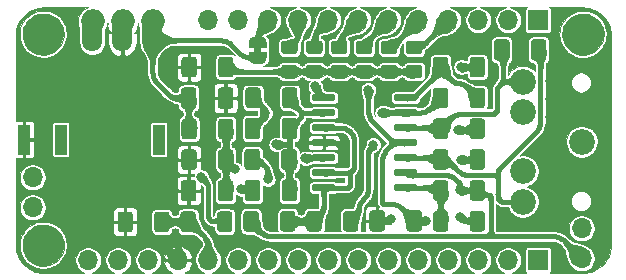
<source format=gbr>
%TF.GenerationSoftware,KiCad,Pcbnew,5.1.10-88a1d61d58~90~ubuntu20.04.1*%
%TF.CreationDate,2022-10-02T00:03:50+07:00*%
%TF.ProjectId,BioAmp-EXG-Pill_1206_rounder,42696f41-6d70-42d4-9558-472d50696c6c,1.0b*%
%TF.SameCoordinates,Original*%
%TF.FileFunction,Copper,L1,Top*%
%TF.FilePolarity,Positive*%
%FSLAX46Y46*%
G04 Gerber Fmt 4.6, Leading zero omitted, Abs format (unit mm)*
G04 Created by KiCad (PCBNEW 5.1.10-88a1d61d58~90~ubuntu20.04.1) date 2022-10-02 00:03:50*
%MOMM*%
%LPD*%
G01*
G04 APERTURE LIST*
%TA.AperFunction,EtchedComponent*%
%ADD10C,0.010000*%
%TD*%
%TA.AperFunction,EtchedComponent*%
%ADD11C,0.100000*%
%TD*%
%TA.AperFunction,ComponentPad*%
%ADD12C,2.700000*%
%TD*%
%TA.AperFunction,ComponentPad*%
%ADD13O,1.700000X1.700000*%
%TD*%
%TA.AperFunction,SMDPad,CuDef*%
%ADD14C,0.100000*%
%TD*%
%TA.AperFunction,ComponentPad*%
%ADD15O,2.000000X2.000000*%
%TD*%
%TA.AperFunction,ComponentPad*%
%ADD16R,1.700000X1.700000*%
%TD*%
%TA.AperFunction,ComponentPad*%
%ADD17R,1.000000X2.500000*%
%TD*%
%TA.AperFunction,ComponentPad*%
%ADD18C,2.181860*%
%TD*%
%TA.AperFunction,ComponentPad*%
%ADD19O,1.700000X3.500000*%
%TD*%
%TA.AperFunction,ViaPad*%
%ADD20C,0.800000*%
%TD*%
%TA.AperFunction,Conductor*%
%ADD21C,0.400000*%
%TD*%
%TA.AperFunction,Conductor*%
%ADD22C,0.100000*%
%TD*%
%TA.AperFunction,Conductor*%
%ADD23C,0.025400*%
%TD*%
G04 APERTURE END LIST*
D10*
%TO.C,BOARD1*%
G36*
X103735862Y-79972488D02*
G01*
X103991352Y-80045638D01*
X104053166Y-80069968D01*
X104291352Y-80191358D01*
X104505540Y-80345851D01*
X104692897Y-80529885D01*
X104850591Y-80739900D01*
X104975787Y-80972335D01*
X105065653Y-81223628D01*
X105102668Y-81388964D01*
X105125466Y-81546844D01*
X105133061Y-81684804D01*
X105125472Y-81822427D01*
X105103277Y-81976110D01*
X105037030Y-82236730D01*
X104933741Y-82480759D01*
X104796499Y-82704796D01*
X104628390Y-82905436D01*
X104432503Y-83079277D01*
X104211926Y-83222916D01*
X103969746Y-83332949D01*
X103832320Y-83376854D01*
X103728718Y-83397336D01*
X103596618Y-83411903D01*
X103449492Y-83420162D01*
X103300812Y-83421719D01*
X103164052Y-83416180D01*
X103052684Y-83403151D01*
X103036951Y-83400102D01*
X102784373Y-83326500D01*
X102547516Y-83216732D01*
X102330060Y-83074433D01*
X102135681Y-82903236D01*
X101968058Y-82706779D01*
X101830869Y-82488695D01*
X101727791Y-82252619D01*
X101671881Y-82050955D01*
X101649148Y-81892787D01*
X101642395Y-81756851D01*
X102437045Y-81756851D01*
X102444851Y-81820769D01*
X102496668Y-82015354D01*
X102584547Y-82190583D01*
X102705175Y-82342497D01*
X102855239Y-82467136D01*
X103031428Y-82560541D01*
X103078623Y-82578358D01*
X103157953Y-82603039D01*
X103230954Y-82617030D01*
X103313751Y-82622327D01*
X103422465Y-82620923D01*
X103422707Y-82620915D01*
X103523746Y-82616198D01*
X103598160Y-82607315D01*
X103661657Y-82590606D01*
X103729943Y-82562407D01*
X103782729Y-82536977D01*
X103952168Y-82431929D01*
X104091412Y-82302205D01*
X104199528Y-82152789D01*
X104275585Y-81988664D01*
X104318651Y-81814813D01*
X104327794Y-81636220D01*
X104302084Y-81457867D01*
X104240589Y-81284738D01*
X104142376Y-81121815D01*
X104064445Y-81029997D01*
X103919767Y-80903307D01*
X103763131Y-80814811D01*
X103589799Y-80762671D01*
X103395039Y-80745049D01*
X103333292Y-80746155D01*
X103231547Y-80751731D01*
X103156195Y-80761466D01*
X103091295Y-80779159D01*
X103020908Y-80808607D01*
X102971879Y-80832279D01*
X102808450Y-80934983D01*
X102670575Y-81066049D01*
X102561376Y-81219624D01*
X102483974Y-81389852D01*
X102441490Y-81570879D01*
X102437045Y-81756851D01*
X101642395Y-81756851D01*
X101640293Y-81714555D01*
X101645071Y-81532578D01*
X101663235Y-81363174D01*
X101683749Y-81260951D01*
X101751894Y-81056522D01*
X101849928Y-80851852D01*
X101971160Y-80657760D01*
X102108897Y-80485065D01*
X102244514Y-80354324D01*
X102466844Y-80196323D01*
X102705340Y-80075175D01*
X102955744Y-79991548D01*
X103213802Y-79946112D01*
X103475260Y-79939536D01*
X103735862Y-79972488D01*
G37*
X103735862Y-79972488D02*
X103991352Y-80045638D01*
X104053166Y-80069968D01*
X104291352Y-80191358D01*
X104505540Y-80345851D01*
X104692897Y-80529885D01*
X104850591Y-80739900D01*
X104975787Y-80972335D01*
X105065653Y-81223628D01*
X105102668Y-81388964D01*
X105125466Y-81546844D01*
X105133061Y-81684804D01*
X105125472Y-81822427D01*
X105103277Y-81976110D01*
X105037030Y-82236730D01*
X104933741Y-82480759D01*
X104796499Y-82704796D01*
X104628390Y-82905436D01*
X104432503Y-83079277D01*
X104211926Y-83222916D01*
X103969746Y-83332949D01*
X103832320Y-83376854D01*
X103728718Y-83397336D01*
X103596618Y-83411903D01*
X103449492Y-83420162D01*
X103300812Y-83421719D01*
X103164052Y-83416180D01*
X103052684Y-83403151D01*
X103036951Y-83400102D01*
X102784373Y-83326500D01*
X102547516Y-83216732D01*
X102330060Y-83074433D01*
X102135681Y-82903236D01*
X101968058Y-82706779D01*
X101830869Y-82488695D01*
X101727791Y-82252619D01*
X101671881Y-82050955D01*
X101649148Y-81892787D01*
X101642395Y-81756851D01*
X102437045Y-81756851D01*
X102444851Y-81820769D01*
X102496668Y-82015354D01*
X102584547Y-82190583D01*
X102705175Y-82342497D01*
X102855239Y-82467136D01*
X103031428Y-82560541D01*
X103078623Y-82578358D01*
X103157953Y-82603039D01*
X103230954Y-82617030D01*
X103313751Y-82622327D01*
X103422465Y-82620923D01*
X103422707Y-82620915D01*
X103523746Y-82616198D01*
X103598160Y-82607315D01*
X103661657Y-82590606D01*
X103729943Y-82562407D01*
X103782729Y-82536977D01*
X103952168Y-82431929D01*
X104091412Y-82302205D01*
X104199528Y-82152789D01*
X104275585Y-81988664D01*
X104318651Y-81814813D01*
X104327794Y-81636220D01*
X104302084Y-81457867D01*
X104240589Y-81284738D01*
X104142376Y-81121815D01*
X104064445Y-81029997D01*
X103919767Y-80903307D01*
X103763131Y-80814811D01*
X103589799Y-80762671D01*
X103395039Y-80745049D01*
X103333292Y-80746155D01*
X103231547Y-80751731D01*
X103156195Y-80761466D01*
X103091295Y-80779159D01*
X103020908Y-80808607D01*
X102971879Y-80832279D01*
X102808450Y-80934983D01*
X102670575Y-81066049D01*
X102561376Y-81219624D01*
X102483974Y-81389852D01*
X102441490Y-81570879D01*
X102437045Y-81756851D01*
X101642395Y-81756851D01*
X101640293Y-81714555D01*
X101645071Y-81532578D01*
X101663235Y-81363174D01*
X101683749Y-81260951D01*
X101751894Y-81056522D01*
X101849928Y-80851852D01*
X101971160Y-80657760D01*
X102108897Y-80485065D01*
X102244514Y-80354324D01*
X102466844Y-80196323D01*
X102705340Y-80075175D01*
X102955744Y-79991548D01*
X103213802Y-79946112D01*
X103475260Y-79939536D01*
X103735862Y-79972488D01*
G36*
X103481254Y-62084016D02*
G01*
X103628465Y-62092022D01*
X103754871Y-62107180D01*
X103822500Y-62121559D01*
X104077235Y-62211362D01*
X104306923Y-62332477D01*
X104510513Y-62481343D01*
X104686959Y-62654400D01*
X104835212Y-62848086D01*
X104954223Y-63058841D01*
X105042943Y-63283105D01*
X105100325Y-63517315D01*
X105125321Y-63757913D01*
X105116881Y-64001336D01*
X105073957Y-64244023D01*
X104995502Y-64482415D01*
X104880466Y-64712951D01*
X104727801Y-64932068D01*
X104670010Y-65000115D01*
X104489075Y-65172363D01*
X104281336Y-65315940D01*
X104052824Y-65428896D01*
X103809570Y-65509281D01*
X103557604Y-65555145D01*
X103302956Y-65564537D01*
X103051658Y-65535509D01*
X103028750Y-65530804D01*
X102777265Y-65456642D01*
X102541590Y-65346770D01*
X102325351Y-65204861D01*
X102132175Y-65034584D01*
X101965689Y-64839610D01*
X101829522Y-64623610D01*
X101727299Y-64390255D01*
X101663762Y-64149443D01*
X101645311Y-63995994D01*
X101639729Y-63823299D01*
X101640088Y-63814080D01*
X102438441Y-63814080D01*
X102452841Y-63984041D01*
X102497033Y-64149205D01*
X102570738Y-64304885D01*
X102673679Y-64446394D01*
X102805578Y-64569046D01*
X102966158Y-64668152D01*
X103097794Y-64721775D01*
X103175698Y-64742902D01*
X103257862Y-64753862D01*
X103359287Y-64756167D01*
X103422705Y-64754517D01*
X103528339Y-64748728D01*
X103607468Y-64738177D01*
X103675897Y-64719491D01*
X103749432Y-64689300D01*
X103767459Y-64680968D01*
X103933974Y-64581050D01*
X104077860Y-64450447D01*
X104193875Y-64295690D01*
X104276779Y-64123310D01*
X104310579Y-64004180D01*
X104328892Y-63817099D01*
X104308597Y-63632475D01*
X104253015Y-63455948D01*
X104165468Y-63293154D01*
X104049278Y-63149734D01*
X103907765Y-63031327D01*
X103744252Y-62943571D01*
X103670445Y-62917401D01*
X103492550Y-62881967D01*
X103308436Y-62878825D01*
X103130656Y-62907259D01*
X102993198Y-62956047D01*
X102823021Y-63056363D01*
X102684302Y-63180005D01*
X102576762Y-63322284D01*
X102500123Y-63478514D01*
X102454109Y-63644009D01*
X102438441Y-63814080D01*
X101640088Y-63814080D01*
X101646576Y-63647821D01*
X101665416Y-63486022D01*
X101683809Y-63396284D01*
X101768255Y-63147431D01*
X101889379Y-62914609D01*
X102043279Y-62701795D01*
X102226052Y-62512964D01*
X102433795Y-62352092D01*
X102662605Y-62223156D01*
X102908581Y-62130132D01*
X102933500Y-62123087D01*
X103039362Y-62102698D01*
X103174246Y-62089376D01*
X103325696Y-62083141D01*
X103481254Y-62084016D01*
G37*
X103481254Y-62084016D02*
X103628465Y-62092022D01*
X103754871Y-62107180D01*
X103822500Y-62121559D01*
X104077235Y-62211362D01*
X104306923Y-62332477D01*
X104510513Y-62481343D01*
X104686959Y-62654400D01*
X104835212Y-62848086D01*
X104954223Y-63058841D01*
X105042943Y-63283105D01*
X105100325Y-63517315D01*
X105125321Y-63757913D01*
X105116881Y-64001336D01*
X105073957Y-64244023D01*
X104995502Y-64482415D01*
X104880466Y-64712951D01*
X104727801Y-64932068D01*
X104670010Y-65000115D01*
X104489075Y-65172363D01*
X104281336Y-65315940D01*
X104052824Y-65428896D01*
X103809570Y-65509281D01*
X103557604Y-65555145D01*
X103302956Y-65564537D01*
X103051658Y-65535509D01*
X103028750Y-65530804D01*
X102777265Y-65456642D01*
X102541590Y-65346770D01*
X102325351Y-65204861D01*
X102132175Y-65034584D01*
X101965689Y-64839610D01*
X101829522Y-64623610D01*
X101727299Y-64390255D01*
X101663762Y-64149443D01*
X101645311Y-63995994D01*
X101639729Y-63823299D01*
X101640088Y-63814080D01*
X102438441Y-63814080D01*
X102452841Y-63984041D01*
X102497033Y-64149205D01*
X102570738Y-64304885D01*
X102673679Y-64446394D01*
X102805578Y-64569046D01*
X102966158Y-64668152D01*
X103097794Y-64721775D01*
X103175698Y-64742902D01*
X103257862Y-64753862D01*
X103359287Y-64756167D01*
X103422705Y-64754517D01*
X103528339Y-64748728D01*
X103607468Y-64738177D01*
X103675897Y-64719491D01*
X103749432Y-64689300D01*
X103767459Y-64680968D01*
X103933974Y-64581050D01*
X104077860Y-64450447D01*
X104193875Y-64295690D01*
X104276779Y-64123310D01*
X104310579Y-64004180D01*
X104328892Y-63817099D01*
X104308597Y-63632475D01*
X104253015Y-63455948D01*
X104165468Y-63293154D01*
X104049278Y-63149734D01*
X103907765Y-63031327D01*
X103744252Y-62943571D01*
X103670445Y-62917401D01*
X103492550Y-62881967D01*
X103308436Y-62878825D01*
X103130656Y-62907259D01*
X102993198Y-62956047D01*
X102823021Y-63056363D01*
X102684302Y-63180005D01*
X102576762Y-63322284D01*
X102500123Y-63478514D01*
X102454109Y-63644009D01*
X102438441Y-63814080D01*
X101640088Y-63814080D01*
X101646576Y-63647821D01*
X101665416Y-63486022D01*
X101683809Y-63396284D01*
X101768255Y-63147431D01*
X101889379Y-62914609D01*
X102043279Y-62701795D01*
X102226052Y-62512964D01*
X102433795Y-62352092D01*
X102662605Y-62223156D01*
X102908581Y-62130132D01*
X102933500Y-62123087D01*
X103039362Y-62102698D01*
X103174246Y-62089376D01*
X103325696Y-62083141D01*
X103481254Y-62084016D01*
G36*
X149216159Y-62085103D02*
G01*
X149312595Y-62087064D01*
X149386749Y-62091909D01*
X149448646Y-62100928D01*
X149508311Y-62115413D01*
X149575768Y-62136653D01*
X149627166Y-62154217D01*
X149883253Y-62263746D01*
X150113924Y-62405387D01*
X150316927Y-62576570D01*
X150490010Y-62774727D01*
X150630921Y-62997287D01*
X150737408Y-63241683D01*
X150806056Y-63499150D01*
X150825754Y-63662508D01*
X150829438Y-63846455D01*
X150817857Y-64033904D01*
X150791762Y-64207766D01*
X150771256Y-64292240D01*
X150678671Y-64539980D01*
X150549971Y-64769890D01*
X150388961Y-64978224D01*
X150199448Y-65161236D01*
X149985239Y-65315179D01*
X149750138Y-65436309D01*
X149531916Y-65511989D01*
X149457575Y-65526467D01*
X149353823Y-65539124D01*
X149232939Y-65549254D01*
X149107205Y-65556150D01*
X148988900Y-65559107D01*
X148890305Y-65557416D01*
X148833416Y-65552171D01*
X148573042Y-65489993D01*
X148329844Y-65391848D01*
X148106674Y-65261040D01*
X147906387Y-65100877D01*
X147731833Y-64914666D01*
X147585866Y-64705714D01*
X147471339Y-64477327D01*
X147391104Y-64232813D01*
X147348014Y-63975477D01*
X147341166Y-63822372D01*
X147341490Y-63817662D01*
X148145500Y-63817662D01*
X148165407Y-64017702D01*
X148223341Y-64202401D01*
X148316620Y-64368026D01*
X148442558Y-64510847D01*
X148598475Y-64627133D01*
X148781686Y-64713154D01*
X148792127Y-64716804D01*
X148948967Y-64752436D01*
X149120715Y-64760532D01*
X149290096Y-64741059D01*
X149378013Y-64717924D01*
X149558868Y-64637310D01*
X149715166Y-64524683D01*
X149843617Y-64384580D01*
X149940933Y-64221538D01*
X150003824Y-64040097D01*
X150029001Y-63844793D01*
X150029333Y-63819274D01*
X150009315Y-63618690D01*
X149950797Y-63433004D01*
X149856083Y-63265838D01*
X149727479Y-63120815D01*
X149567287Y-63001557D01*
X149479000Y-62954120D01*
X149417702Y-62925987D01*
X149366144Y-62907259D01*
X149312986Y-62896032D01*
X149246890Y-62890403D01*
X149156517Y-62888466D01*
X149086971Y-62888284D01*
X148977458Y-62888871D01*
X148898997Y-62891940D01*
X148840307Y-62899453D01*
X148790110Y-62913374D01*
X148737126Y-62935664D01*
X148693439Y-62956757D01*
X148516581Y-63065241D01*
X148371925Y-63199394D01*
X148261294Y-63356348D01*
X148186516Y-63533233D01*
X148149416Y-63727180D01*
X148145500Y-63817662D01*
X147341490Y-63817662D01*
X147359788Y-63552350D01*
X147416206Y-63300014D01*
X147511252Y-63063385D01*
X147645754Y-62840489D01*
X147820544Y-62629348D01*
X147858743Y-62590029D01*
X148015348Y-62445259D01*
X148169564Y-62331362D01*
X148334722Y-62239906D01*
X148524155Y-62162458D01*
X148547666Y-62154217D01*
X148625265Y-62128022D01*
X148688711Y-62109401D01*
X148748029Y-62097065D01*
X148813244Y-62089721D01*
X148894382Y-62086081D01*
X149001467Y-62084853D01*
X149087416Y-62084737D01*
X149216159Y-62085103D01*
G37*
X149216159Y-62085103D02*
X149312595Y-62087064D01*
X149386749Y-62091909D01*
X149448646Y-62100928D01*
X149508311Y-62115413D01*
X149575768Y-62136653D01*
X149627166Y-62154217D01*
X149883253Y-62263746D01*
X150113924Y-62405387D01*
X150316927Y-62576570D01*
X150490010Y-62774727D01*
X150630921Y-62997287D01*
X150737408Y-63241683D01*
X150806056Y-63499150D01*
X150825754Y-63662508D01*
X150829438Y-63846455D01*
X150817857Y-64033904D01*
X150791762Y-64207766D01*
X150771256Y-64292240D01*
X150678671Y-64539980D01*
X150549971Y-64769890D01*
X150388961Y-64978224D01*
X150199448Y-65161236D01*
X149985239Y-65315179D01*
X149750138Y-65436309D01*
X149531916Y-65511989D01*
X149457575Y-65526467D01*
X149353823Y-65539124D01*
X149232939Y-65549254D01*
X149107205Y-65556150D01*
X148988900Y-65559107D01*
X148890305Y-65557416D01*
X148833416Y-65552171D01*
X148573042Y-65489993D01*
X148329844Y-65391848D01*
X148106674Y-65261040D01*
X147906387Y-65100877D01*
X147731833Y-64914666D01*
X147585866Y-64705714D01*
X147471339Y-64477327D01*
X147391104Y-64232813D01*
X147348014Y-63975477D01*
X147341166Y-63822372D01*
X147341490Y-63817662D01*
X148145500Y-63817662D01*
X148165407Y-64017702D01*
X148223341Y-64202401D01*
X148316620Y-64368026D01*
X148442558Y-64510847D01*
X148598475Y-64627133D01*
X148781686Y-64713154D01*
X148792127Y-64716804D01*
X148948967Y-64752436D01*
X149120715Y-64760532D01*
X149290096Y-64741059D01*
X149378013Y-64717924D01*
X149558868Y-64637310D01*
X149715166Y-64524683D01*
X149843617Y-64384580D01*
X149940933Y-64221538D01*
X150003824Y-64040097D01*
X150029001Y-63844793D01*
X150029333Y-63819274D01*
X150009315Y-63618690D01*
X149950797Y-63433004D01*
X149856083Y-63265838D01*
X149727479Y-63120815D01*
X149567287Y-63001557D01*
X149479000Y-62954120D01*
X149417702Y-62925987D01*
X149366144Y-62907259D01*
X149312986Y-62896032D01*
X149246890Y-62890403D01*
X149156517Y-62888466D01*
X149086971Y-62888284D01*
X148977458Y-62888871D01*
X148898997Y-62891940D01*
X148840307Y-62899453D01*
X148790110Y-62913374D01*
X148737126Y-62935664D01*
X148693439Y-62956757D01*
X148516581Y-63065241D01*
X148371925Y-63199394D01*
X148261294Y-63356348D01*
X148186516Y-63533233D01*
X148149416Y-63727180D01*
X148145500Y-63817662D01*
X147341490Y-63817662D01*
X147359788Y-63552350D01*
X147416206Y-63300014D01*
X147511252Y-63063385D01*
X147645754Y-62840489D01*
X147820544Y-62629348D01*
X147858743Y-62590029D01*
X148015348Y-62445259D01*
X148169564Y-62331362D01*
X148334722Y-62239906D01*
X148524155Y-62162458D01*
X148547666Y-62154217D01*
X148625265Y-62128022D01*
X148688711Y-62109401D01*
X148748029Y-62097065D01*
X148813244Y-62089721D01*
X148894382Y-62086081D01*
X149001467Y-62084853D01*
X149087416Y-62084737D01*
X149216159Y-62085103D01*
D11*
%TO.C,JP5*%
G36*
X121239000Y-64916000D02*
G01*
X121239000Y-65416000D01*
X121839000Y-65416000D01*
X121839000Y-64916000D01*
X121239000Y-64916000D01*
G37*
%TD*%
D12*
%TO.P,BOARD1,3*%
%TO.N,N/C*%
X103378000Y-63805967D03*
%TO.P,BOARD1,2*%
X103378000Y-81673700D03*
%TO.P,BOARD1,1*%
X149091516Y-63805967D03*
%TD*%
D13*
%TO.P,JP4,1*%
%TO.N,Net-(JP4-Pad1)*%
X148971000Y-82804000D03*
%TO.P,JP4,2*%
%TO.N,Net-(JP4-Pad2)*%
X148971000Y-80264000D03*
%TD*%
%TA.AperFunction,SMDPad,CuDef*%
D14*
%TO.P,JP5,2*%
%TO.N,/VUSB*%
G36*
X120789602Y-64516000D02*
G01*
X120789602Y-64491466D01*
X120794412Y-64442635D01*
X120803984Y-64394510D01*
X120818228Y-64347555D01*
X120837005Y-64302222D01*
X120860136Y-64258949D01*
X120887396Y-64218150D01*
X120918524Y-64180221D01*
X120953221Y-64145524D01*
X120991150Y-64114396D01*
X121031949Y-64087136D01*
X121075222Y-64064005D01*
X121120555Y-64045228D01*
X121167510Y-64030984D01*
X121215635Y-64021412D01*
X121264466Y-64016602D01*
X121289000Y-64016602D01*
X121289000Y-64016000D01*
X121789000Y-64016000D01*
X121789000Y-64016602D01*
X121813534Y-64016602D01*
X121862365Y-64021412D01*
X121910490Y-64030984D01*
X121957445Y-64045228D01*
X122002778Y-64064005D01*
X122046051Y-64087136D01*
X122086850Y-64114396D01*
X122124779Y-64145524D01*
X122159476Y-64180221D01*
X122190604Y-64218150D01*
X122217864Y-64258949D01*
X122240995Y-64302222D01*
X122259772Y-64347555D01*
X122274016Y-64394510D01*
X122283588Y-64442635D01*
X122288398Y-64491466D01*
X122288398Y-64516000D01*
X122289000Y-64516000D01*
X122289000Y-65016000D01*
X120789000Y-65016000D01*
X120789000Y-64516000D01*
X120789602Y-64516000D01*
G37*
%TD.AperFunction*%
%TA.AperFunction,SMDPad,CuDef*%
%TO.P,JP5,1*%
%TO.N,VCC*%
G36*
X122289000Y-65316000D02*
G01*
X122289000Y-65816000D01*
X122288398Y-65816000D01*
X122288398Y-65840534D01*
X122283588Y-65889365D01*
X122274016Y-65937490D01*
X122259772Y-65984445D01*
X122240995Y-66029778D01*
X122217864Y-66073051D01*
X122190604Y-66113850D01*
X122159476Y-66151779D01*
X122124779Y-66186476D01*
X122086850Y-66217604D01*
X122046051Y-66244864D01*
X122002778Y-66267995D01*
X121957445Y-66286772D01*
X121910490Y-66301016D01*
X121862365Y-66310588D01*
X121813534Y-66315398D01*
X121789000Y-66315398D01*
X121789000Y-66316000D01*
X121289000Y-66316000D01*
X121289000Y-66315398D01*
X121264466Y-66315398D01*
X121215635Y-66310588D01*
X121167510Y-66301016D01*
X121120555Y-66286772D01*
X121075222Y-66267995D01*
X121031949Y-66244864D01*
X120991150Y-66217604D01*
X120953221Y-66186476D01*
X120918524Y-66151779D01*
X120887396Y-66113850D01*
X120860136Y-66073051D01*
X120837005Y-66029778D01*
X120818228Y-65984445D01*
X120803984Y-65937490D01*
X120794412Y-65889365D01*
X120789602Y-65840534D01*
X120789602Y-65816000D01*
X120789000Y-65816000D01*
X120789000Y-65316000D01*
X122289000Y-65316000D01*
G37*
%TD.AperFunction*%
%TD*%
D13*
%TO.P,JP3,1*%
%TO.N,Net-(C2-Pad1)*%
X102489000Y-78486000D03*
%TO.P,JP3,2*%
%TO.N,OUT*%
X102489000Y-75946000D03*
%TD*%
D15*
%TO.P,J2,1*%
%TO.N,OUT*%
X107569000Y-62738000D03*
%TO.P,J2,2*%
%TO.N,GND*%
X110109000Y-62738000D03*
%TO.P,J2,3*%
%TO.N,VCC*%
X112649000Y-62738000D03*
%TD*%
D13*
%TO.P,F2,12*%
%TO.N,N/C*%
X117348000Y-62636400D03*
%TO.P,F2,11*%
X119888000Y-62636400D03*
%TO.P,F2,10*%
%TO.N,/VUSB*%
X122428000Y-62636400D03*
%TO.P,F2,9*%
%TO.N,/F6*%
X124968000Y-62636400D03*
%TO.P,F2,8*%
%TO.N,/F5*%
X127508000Y-62636400D03*
%TO.P,F2,7*%
%TO.N,/F4*%
X130048000Y-62636400D03*
%TO.P,F2,6*%
%TO.N,/F3*%
X132588000Y-62636400D03*
%TO.P,F2,5*%
%TO.N,/F2*%
X135128000Y-62636400D03*
%TO.P,F2,4*%
%TO.N,/F1*%
X137668000Y-62636400D03*
%TO.P,F2,3*%
%TO.N,N/C*%
X140208000Y-62636400D03*
%TO.P,F2,2*%
X142748000Y-62636400D03*
D16*
%TO.P,F2,1*%
X145288000Y-62636400D03*
%TD*%
D13*
%TO.P,F1,16*%
%TO.N,N/C*%
X107188000Y-82956400D03*
%TO.P,F1,15*%
X109728000Y-82956400D03*
%TO.P,F1,14*%
X112268000Y-82956400D03*
%TO.P,F1,13*%
%TO.N,GND*%
X114808000Y-82956400D03*
%TO.P,F1,12*%
%TO.N,/A0*%
X117348000Y-82956400D03*
%TO.P,F1,11*%
%TO.N,N/C*%
X119888000Y-82956400D03*
%TO.P,F1,10*%
X122428000Y-82956400D03*
%TO.P,F1,9*%
X124968000Y-82956400D03*
%TO.P,F1,8*%
X127508000Y-82956400D03*
%TO.P,F1,7*%
X130048000Y-82956400D03*
%TO.P,F1,6*%
X132588000Y-82956400D03*
%TO.P,F1,5*%
X135128000Y-82956400D03*
%TO.P,F1,4*%
X137668000Y-82956400D03*
%TO.P,F1,3*%
X140208000Y-82956400D03*
%TO.P,F1,2*%
X142748000Y-82956400D03*
D16*
%TO.P,F1,1*%
%TO.N,/LDO2*%
X145288000Y-82956400D03*
%TD*%
%TO.P,R18,1*%
%TO.N,/A0*%
%TA.AperFunction,SMDPad,CuDef*%
G36*
G01*
X114074300Y-79080199D02*
X114074300Y-80330201D01*
G75*
G02*
X113824301Y-80580200I-249999J0D01*
G01*
X113024299Y-80580200D01*
G75*
G02*
X112774300Y-80330201I0J249999D01*
G01*
X112774300Y-79080199D01*
G75*
G02*
X113024299Y-78830200I249999J0D01*
G01*
X113824301Y-78830200D01*
G75*
G02*
X114074300Y-79080199I0J-249999D01*
G01*
G37*
%TD.AperFunction*%
%TO.P,R18,2*%
%TO.N,GND*%
%TA.AperFunction,SMDPad,CuDef*%
G36*
G01*
X110974300Y-79080199D02*
X110974300Y-80330201D01*
G75*
G02*
X110724301Y-80580200I-249999J0D01*
G01*
X109924299Y-80580200D01*
G75*
G02*
X109674300Y-80330201I0J249999D01*
G01*
X109674300Y-79080199D01*
G75*
G02*
X109924299Y-78830200I249999J0D01*
G01*
X110724301Y-78830200D01*
G75*
G02*
X110974300Y-79080199I0J-249999D01*
G01*
G37*
%TD.AperFunction*%
%TD*%
%TO.P,R17,1*%
%TO.N,/A0*%
%TA.AperFunction,SMDPad,CuDef*%
G36*
G01*
X115003920Y-80317501D02*
X115003920Y-79067499D01*
G75*
G02*
X115253919Y-78817500I249999J0D01*
G01*
X116053921Y-78817500D01*
G75*
G02*
X116303920Y-79067499I0J-249999D01*
G01*
X116303920Y-80317501D01*
G75*
G02*
X116053921Y-80567500I-249999J0D01*
G01*
X115253919Y-80567500D01*
G75*
G02*
X115003920Y-80317501I0J249999D01*
G01*
G37*
%TD.AperFunction*%
%TO.P,R17,2*%
%TO.N,OUT*%
%TA.AperFunction,SMDPad,CuDef*%
G36*
G01*
X118103920Y-80317501D02*
X118103920Y-79067499D01*
G75*
G02*
X118353919Y-78817500I249999J0D01*
G01*
X119153921Y-78817500D01*
G75*
G02*
X119403920Y-79067499I0J-249999D01*
G01*
X119403920Y-80317501D01*
G75*
G02*
X119153921Y-80567500I-249999J0D01*
G01*
X118353919Y-80567500D01*
G75*
G02*
X118103920Y-80317501I0J249999D01*
G01*
G37*
%TD.AperFunction*%
%TD*%
%TO.P,D1,1*%
%TO.N,Net-(D1-Pad1)*%
%TA.AperFunction,SMDPad,CuDef*%
G36*
G01*
X135235101Y-67551100D02*
X134335099Y-67551100D01*
G75*
G02*
X134085100Y-67301101I0J249999D01*
G01*
X134085100Y-66651099D01*
G75*
G02*
X134335099Y-66401100I249999J0D01*
G01*
X135235101Y-66401100D01*
G75*
G02*
X135485100Y-66651099I0J-249999D01*
G01*
X135485100Y-67301101D01*
G75*
G02*
X135235101Y-67551100I-249999J0D01*
G01*
G37*
%TD.AperFunction*%
%TO.P,D1,2*%
%TO.N,/F1*%
%TA.AperFunction,SMDPad,CuDef*%
G36*
G01*
X135235101Y-65501100D02*
X134335099Y-65501100D01*
G75*
G02*
X134085100Y-65251101I0J249999D01*
G01*
X134085100Y-64601099D01*
G75*
G02*
X134335099Y-64351100I249999J0D01*
G01*
X135235101Y-64351100D01*
G75*
G02*
X135485100Y-64601099I0J-249999D01*
G01*
X135485100Y-65251101D01*
G75*
G02*
X135235101Y-65501100I-249999J0D01*
G01*
G37*
%TD.AperFunction*%
%TD*%
D17*
%TO.P,J3,S*%
%TO.N,GND*%
X101749400Y-72732900D03*
%TO.P,J3,TN*%
%TO.N,N/C*%
X104849400Y-72732900D03*
%TO.P,J3,T*%
%TO.N,OUT*%
X113149400Y-72732900D03*
%TD*%
%TO.P,U1,14*%
%TO.N,ampRef*%
%TA.AperFunction,SMDPad,CuDef*%
G36*
G01*
X128119100Y-76659600D02*
X128119100Y-76959600D01*
G75*
G02*
X127969100Y-77109600I-150000J0D01*
G01*
X126294100Y-77109600D01*
G75*
G02*
X126144100Y-76959600I0J150000D01*
G01*
X126144100Y-76659600D01*
G75*
G02*
X126294100Y-76509600I150000J0D01*
G01*
X127969100Y-76509600D01*
G75*
G02*
X128119100Y-76659600I0J-150000D01*
G01*
G37*
%TD.AperFunction*%
%TO.P,U1,13*%
%TA.AperFunction,SMDPad,CuDef*%
G36*
G01*
X128119100Y-75389600D02*
X128119100Y-75689600D01*
G75*
G02*
X127969100Y-75839600I-150000J0D01*
G01*
X126294100Y-75839600D01*
G75*
G02*
X126144100Y-75689600I0J150000D01*
G01*
X126144100Y-75389600D01*
G75*
G02*
X126294100Y-75239600I150000J0D01*
G01*
X127969100Y-75239600D01*
G75*
G02*
X128119100Y-75389600I0J-150000D01*
G01*
G37*
%TD.AperFunction*%
%TO.P,U1,12*%
%TO.N,Net-(C7-Pad1)*%
%TA.AperFunction,SMDPad,CuDef*%
G36*
G01*
X128119100Y-74119600D02*
X128119100Y-74419600D01*
G75*
G02*
X127969100Y-74569600I-150000J0D01*
G01*
X126294100Y-74569600D01*
G75*
G02*
X126144100Y-74419600I0J150000D01*
G01*
X126144100Y-74119600D01*
G75*
G02*
X126294100Y-73969600I150000J0D01*
G01*
X127969100Y-73969600D01*
G75*
G02*
X128119100Y-74119600I0J-150000D01*
G01*
G37*
%TD.AperFunction*%
%TO.P,U1,11*%
%TO.N,GND*%
%TA.AperFunction,SMDPad,CuDef*%
G36*
G01*
X128119100Y-72849600D02*
X128119100Y-73149600D01*
G75*
G02*
X127969100Y-73299600I-150000J0D01*
G01*
X126294100Y-73299600D01*
G75*
G02*
X126144100Y-73149600I0J150000D01*
G01*
X126144100Y-72849600D01*
G75*
G02*
X126294100Y-72699600I150000J0D01*
G01*
X127969100Y-72699600D01*
G75*
G02*
X128119100Y-72849600I0J-150000D01*
G01*
G37*
%TD.AperFunction*%
%TO.P,U1,10*%
%TO.N,ampRef*%
%TA.AperFunction,SMDPad,CuDef*%
G36*
G01*
X128119100Y-71579600D02*
X128119100Y-71879600D01*
G75*
G02*
X127969100Y-72029600I-150000J0D01*
G01*
X126294100Y-72029600D01*
G75*
G02*
X126144100Y-71879600I0J150000D01*
G01*
X126144100Y-71579600D01*
G75*
G02*
X126294100Y-71429600I150000J0D01*
G01*
X127969100Y-71429600D01*
G75*
G02*
X128119100Y-71579600I0J-150000D01*
G01*
G37*
%TD.AperFunction*%
%TO.P,U1,9*%
%TO.N,bpfIN*%
%TA.AperFunction,SMDPad,CuDef*%
G36*
G01*
X128119100Y-70309600D02*
X128119100Y-70609600D01*
G75*
G02*
X127969100Y-70759600I-150000J0D01*
G01*
X126294100Y-70759600D01*
G75*
G02*
X126144100Y-70609600I0J150000D01*
G01*
X126144100Y-70309600D01*
G75*
G02*
X126294100Y-70159600I150000J0D01*
G01*
X127969100Y-70159600D01*
G75*
G02*
X128119100Y-70309600I0J-150000D01*
G01*
G37*
%TD.AperFunction*%
%TO.P,U1,8*%
%TO.N,OUT*%
%TA.AperFunction,SMDPad,CuDef*%
G36*
G01*
X128119100Y-69039600D02*
X128119100Y-69339600D01*
G75*
G02*
X127969100Y-69489600I-150000J0D01*
G01*
X126294100Y-69489600D01*
G75*
G02*
X126144100Y-69339600I0J150000D01*
G01*
X126144100Y-69039600D01*
G75*
G02*
X126294100Y-68889600I150000J0D01*
G01*
X127969100Y-68889600D01*
G75*
G02*
X128119100Y-69039600I0J-150000D01*
G01*
G37*
%TD.AperFunction*%
%TO.P,U1,7*%
%TO.N,inaOUT*%
%TA.AperFunction,SMDPad,CuDef*%
G36*
G01*
X135044100Y-69039600D02*
X135044100Y-69339600D01*
G75*
G02*
X134894100Y-69489600I-150000J0D01*
G01*
X133219100Y-69489600D01*
G75*
G02*
X133069100Y-69339600I0J150000D01*
G01*
X133069100Y-69039600D01*
G75*
G02*
X133219100Y-68889600I150000J0D01*
G01*
X134894100Y-68889600D01*
G75*
G02*
X135044100Y-69039600I0J-150000D01*
G01*
G37*
%TD.AperFunction*%
%TO.P,U1,6*%
%TO.N,Net-(JP4-Pad2)*%
%TA.AperFunction,SMDPad,CuDef*%
G36*
G01*
X135044100Y-70309600D02*
X135044100Y-70609600D01*
G75*
G02*
X134894100Y-70759600I-150000J0D01*
G01*
X133219100Y-70759600D01*
G75*
G02*
X133069100Y-70609600I0J150000D01*
G01*
X133069100Y-70309600D01*
G75*
G02*
X133219100Y-70159600I150000J0D01*
G01*
X134894100Y-70159600D01*
G75*
G02*
X135044100Y-70309600I0J-150000D01*
G01*
G37*
%TD.AperFunction*%
%TO.P,U1,5*%
%TO.N,IN+*%
%TA.AperFunction,SMDPad,CuDef*%
G36*
G01*
X135044100Y-71579600D02*
X135044100Y-71879600D01*
G75*
G02*
X134894100Y-72029600I-150000J0D01*
G01*
X133219100Y-72029600D01*
G75*
G02*
X133069100Y-71879600I0J150000D01*
G01*
X133069100Y-71579600D01*
G75*
G02*
X133219100Y-71429600I150000J0D01*
G01*
X134894100Y-71429600D01*
G75*
G02*
X135044100Y-71579600I0J-150000D01*
G01*
G37*
%TD.AperFunction*%
%TO.P,U1,4*%
%TO.N,VCC*%
%TA.AperFunction,SMDPad,CuDef*%
G36*
G01*
X135044100Y-72849600D02*
X135044100Y-73149600D01*
G75*
G02*
X134894100Y-73299600I-150000J0D01*
G01*
X133219100Y-73299600D01*
G75*
G02*
X133069100Y-73149600I0J150000D01*
G01*
X133069100Y-72849600D01*
G75*
G02*
X133219100Y-72699600I150000J0D01*
G01*
X134894100Y-72699600D01*
G75*
G02*
X135044100Y-72849600I0J-150000D01*
G01*
G37*
%TD.AperFunction*%
%TO.P,U1,3*%
%TO.N,IN-*%
%TA.AperFunction,SMDPad,CuDef*%
G36*
G01*
X135044100Y-74119600D02*
X135044100Y-74419600D01*
G75*
G02*
X134894100Y-74569600I-150000J0D01*
G01*
X133219100Y-74569600D01*
G75*
G02*
X133069100Y-74419600I0J150000D01*
G01*
X133069100Y-74119600D01*
G75*
G02*
X133219100Y-73969600I150000J0D01*
G01*
X134894100Y-73969600D01*
G75*
G02*
X135044100Y-74119600I0J-150000D01*
G01*
G37*
%TD.AperFunction*%
%TO.P,U1,2*%
%TO.N,Net-(JP4-Pad1)*%
%TA.AperFunction,SMDPad,CuDef*%
G36*
G01*
X135044100Y-75389600D02*
X135044100Y-75689600D01*
G75*
G02*
X134894100Y-75839600I-150000J0D01*
G01*
X133219100Y-75839600D01*
G75*
G02*
X133069100Y-75689600I0J150000D01*
G01*
X133069100Y-75389600D01*
G75*
G02*
X133219100Y-75239600I150000J0D01*
G01*
X134894100Y-75239600D01*
G75*
G02*
X135044100Y-75389600I0J-150000D01*
G01*
G37*
%TD.AperFunction*%
%TO.P,U1,1*%
%TO.N,Net-(R4-Pad1)*%
%TA.AperFunction,SMDPad,CuDef*%
G36*
G01*
X135044100Y-76659600D02*
X135044100Y-76959600D01*
G75*
G02*
X134894100Y-77109600I-150000J0D01*
G01*
X133219100Y-77109600D01*
G75*
G02*
X133069100Y-76959600I0J150000D01*
G01*
X133069100Y-76659600D01*
G75*
G02*
X133219100Y-76509600I150000J0D01*
G01*
X134894100Y-76509600D01*
G75*
G02*
X135044100Y-76659600I0J-150000D01*
G01*
G37*
%TD.AperFunction*%
%TD*%
D18*
%TO.P,J4,TN*%
%TO.N,N/C*%
X143984980Y-70424040D03*
%TO.P,J4,T*%
%TO.N,IN+*%
X143984980Y-67825620D03*
%TO.P,J4,S*%
%TO.N,DRL*%
X148983700Y-72923400D03*
%TO.P,J4,RN*%
%TO.N,N/C*%
X143984980Y-75422760D03*
%TO.P,J4,R*%
%TO.N,IN-*%
X143984980Y-78021180D03*
%TD*%
%TO.P,R2,1*%
%TO.N,Net-(JP1-Pad1)*%
%TA.AperFunction,SMDPad,CuDef*%
G36*
G01*
X140782400Y-73807159D02*
X140782400Y-75057161D01*
G75*
G02*
X140532401Y-75307160I-249999J0D01*
G01*
X139732399Y-75307160D01*
G75*
G02*
X139482400Y-75057161I0J249999D01*
G01*
X139482400Y-73807159D01*
G75*
G02*
X139732399Y-73557160I249999J0D01*
G01*
X140532401Y-73557160D01*
G75*
G02*
X140782400Y-73807159I0J-249999D01*
G01*
G37*
%TD.AperFunction*%
%TO.P,R2,2*%
%TO.N,IN-*%
%TA.AperFunction,SMDPad,CuDef*%
G36*
G01*
X137682400Y-73807159D02*
X137682400Y-75057161D01*
G75*
G02*
X137432401Y-75307160I-249999J0D01*
G01*
X136632399Y-75307160D01*
G75*
G02*
X136382400Y-75057161I0J249999D01*
G01*
X136382400Y-73807159D01*
G75*
G02*
X136632399Y-73557160I249999J0D01*
G01*
X137432401Y-73557160D01*
G75*
G02*
X137682400Y-73807159I0J-249999D01*
G01*
G37*
%TD.AperFunction*%
%TD*%
%TO.P,R4,1*%
%TO.N,Net-(R4-Pad1)*%
%TA.AperFunction,SMDPad,CuDef*%
G36*
G01*
X136382400Y-77668281D02*
X136382400Y-76418279D01*
G75*
G02*
X136632399Y-76168280I249999J0D01*
G01*
X137432401Y-76168280D01*
G75*
G02*
X137682400Y-76418279I0J-249999D01*
G01*
X137682400Y-77668281D01*
G75*
G02*
X137432401Y-77918280I-249999J0D01*
G01*
X136632399Y-77918280D01*
G75*
G02*
X136382400Y-77668281I0J249999D01*
G01*
G37*
%TD.AperFunction*%
%TO.P,R4,2*%
%TO.N,Net-(JP4-Pad1)*%
%TA.AperFunction,SMDPad,CuDef*%
G36*
G01*
X139482400Y-77668281D02*
X139482400Y-76418279D01*
G75*
G02*
X139732399Y-76168280I249999J0D01*
G01*
X140532401Y-76168280D01*
G75*
G02*
X140782400Y-76418279I0J-249999D01*
G01*
X140782400Y-77668281D01*
G75*
G02*
X140532401Y-77918280I-249999J0D01*
G01*
X139732399Y-77918280D01*
G75*
G02*
X139482400Y-77668281I0J249999D01*
G01*
G37*
%TD.AperFunction*%
%TD*%
%TO.P,R5,1*%
%TO.N,inaOUT*%
%TA.AperFunction,SMDPad,CuDef*%
G36*
G01*
X140782400Y-68584919D02*
X140782400Y-69834921D01*
G75*
G02*
X140532401Y-70084920I-249999J0D01*
G01*
X139732399Y-70084920D01*
G75*
G02*
X139482400Y-69834921I0J249999D01*
G01*
X139482400Y-68584919D01*
G75*
G02*
X139732399Y-68334920I249999J0D01*
G01*
X140532401Y-68334920D01*
G75*
G02*
X140782400Y-68584919I0J-249999D01*
G01*
G37*
%TD.AperFunction*%
%TO.P,R5,2*%
%TO.N,Net-(JP4-Pad2)*%
%TA.AperFunction,SMDPad,CuDef*%
G36*
G01*
X137682400Y-68584919D02*
X137682400Y-69834921D01*
G75*
G02*
X137432401Y-70084920I-249999J0D01*
G01*
X136632399Y-70084920D01*
G75*
G02*
X136382400Y-69834921I0J249999D01*
G01*
X136382400Y-68584919D01*
G75*
G02*
X136632399Y-68334920I249999J0D01*
G01*
X137432401Y-68334920D01*
G75*
G02*
X137682400Y-68584919I0J-249999D01*
G01*
G37*
%TD.AperFunction*%
%TD*%
%TO.P,R6,1*%
%TO.N,IN+*%
%TA.AperFunction,SMDPad,CuDef*%
G36*
G01*
X136382400Y-72446041D02*
X136382400Y-71196039D01*
G75*
G02*
X136632399Y-70946040I249999J0D01*
G01*
X137432401Y-70946040D01*
G75*
G02*
X137682400Y-71196039I0J-249999D01*
G01*
X137682400Y-72446041D01*
G75*
G02*
X137432401Y-72696040I-249999J0D01*
G01*
X136632399Y-72696040D01*
G75*
G02*
X136382400Y-72446041I0J249999D01*
G01*
G37*
%TD.AperFunction*%
%TO.P,R6,2*%
%TO.N,Net-(JP1-Pad3)*%
%TA.AperFunction,SMDPad,CuDef*%
G36*
G01*
X139482400Y-72446041D02*
X139482400Y-71196039D01*
G75*
G02*
X139732399Y-70946040I249999J0D01*
G01*
X140532401Y-70946040D01*
G75*
G02*
X140782400Y-71196039I0J-249999D01*
G01*
X140782400Y-72446041D01*
G75*
G02*
X140532401Y-72696040I-249999J0D01*
G01*
X139732399Y-72696040D01*
G75*
G02*
X139482400Y-72446041I0J249999D01*
G01*
G37*
%TD.AperFunction*%
%TD*%
%TO.P,R8,1*%
%TO.N,Net-(JP4-Pad1)*%
%TA.AperFunction,SMDPad,CuDef*%
G36*
G01*
X120333540Y-80279401D02*
X120333540Y-79029399D01*
G75*
G02*
X120583539Y-78779400I249999J0D01*
G01*
X121383541Y-78779400D01*
G75*
G02*
X121633540Y-79029399I0J-249999D01*
G01*
X121633540Y-80279401D01*
G75*
G02*
X121383541Y-80529400I-249999J0D01*
G01*
X120583539Y-80529400D01*
G75*
G02*
X120333540Y-80279401I0J249999D01*
G01*
G37*
%TD.AperFunction*%
%TO.P,R8,2*%
%TO.N,ampRef*%
%TA.AperFunction,SMDPad,CuDef*%
G36*
G01*
X123433540Y-80279401D02*
X123433540Y-79029399D01*
G75*
G02*
X123683539Y-78779400I249999J0D01*
G01*
X124483541Y-78779400D01*
G75*
G02*
X124733540Y-79029399I0J-249999D01*
G01*
X124733540Y-80279401D01*
G75*
G02*
X124483541Y-80529400I-249999J0D01*
G01*
X123683539Y-80529400D01*
G75*
G02*
X123433540Y-80279401I0J249999D01*
G01*
G37*
%TD.AperFunction*%
%TD*%
%TO.P,R9,1*%
%TO.N,Net-(JP4-Pad2)*%
%TA.AperFunction,SMDPad,CuDef*%
G36*
G01*
X140782400Y-79029399D02*
X140782400Y-80279401D01*
G75*
G02*
X140532401Y-80529400I-249999J0D01*
G01*
X139732399Y-80529400D01*
G75*
G02*
X139482400Y-80279401I0J249999D01*
G01*
X139482400Y-79029399D01*
G75*
G02*
X139732399Y-78779400I249999J0D01*
G01*
X140532401Y-78779400D01*
G75*
G02*
X140782400Y-79029399I0J-249999D01*
G01*
G37*
%TD.AperFunction*%
%TO.P,R9,2*%
%TO.N,Net-(R4-Pad1)*%
%TA.AperFunction,SMDPad,CuDef*%
G36*
G01*
X137682400Y-79029399D02*
X137682400Y-80279401D01*
G75*
G02*
X137432401Y-80529400I-249999J0D01*
G01*
X136632399Y-80529400D01*
G75*
G02*
X136382400Y-80279401I0J249999D01*
G01*
X136382400Y-79029399D01*
G75*
G02*
X136632399Y-78779400I249999J0D01*
G01*
X137432401Y-78779400D01*
G75*
G02*
X137682400Y-79029399I0J-249999D01*
G01*
G37*
%TD.AperFunction*%
%TD*%
%TO.P,R11,1*%
%TO.N,OUT*%
%TA.AperFunction,SMDPad,CuDef*%
G36*
G01*
X120506800Y-69827301D02*
X120506800Y-68577299D01*
G75*
G02*
X120756799Y-68327300I249999J0D01*
G01*
X121556801Y-68327300D01*
G75*
G02*
X121806800Y-68577299I0J-249999D01*
G01*
X121806800Y-69827301D01*
G75*
G02*
X121556801Y-70077300I-249999J0D01*
G01*
X120756799Y-70077300D01*
G75*
G02*
X120506800Y-69827301I0J249999D01*
G01*
G37*
%TD.AperFunction*%
%TO.P,R11,2*%
%TO.N,bpfIN*%
%TA.AperFunction,SMDPad,CuDef*%
G36*
G01*
X123606800Y-69827301D02*
X123606800Y-68577299D01*
G75*
G02*
X123856799Y-68327300I249999J0D01*
G01*
X124656801Y-68327300D01*
G75*
G02*
X124906800Y-68577299I0J-249999D01*
G01*
X124906800Y-69827301D01*
G75*
G02*
X124656801Y-70077300I-249999J0D01*
G01*
X123856799Y-70077300D01*
G75*
G02*
X123606800Y-69827301I0J249999D01*
G01*
G37*
%TD.AperFunction*%
%TD*%
%TO.P,R12,1*%
%TO.N,Net-(C6-Pad2)*%
%TA.AperFunction,SMDPad,CuDef*%
G36*
G01*
X140782400Y-65973799D02*
X140782400Y-67223801D01*
G75*
G02*
X140532401Y-67473800I-249999J0D01*
G01*
X139732399Y-67473800D01*
G75*
G02*
X139482400Y-67223801I0J249999D01*
G01*
X139482400Y-65973799D01*
G75*
G02*
X139732399Y-65723800I249999J0D01*
G01*
X140532401Y-65723800D01*
G75*
G02*
X140782400Y-65973799I0J-249999D01*
G01*
G37*
%TD.AperFunction*%
%TO.P,R12,2*%
%TO.N,inaOUT*%
%TA.AperFunction,SMDPad,CuDef*%
G36*
G01*
X137682400Y-65973799D02*
X137682400Y-67223801D01*
G75*
G02*
X137432401Y-67473800I-249999J0D01*
G01*
X136632399Y-67473800D01*
G75*
G02*
X136382400Y-67223801I0J249999D01*
G01*
X136382400Y-65973799D01*
G75*
G02*
X136632399Y-65723800I249999J0D01*
G01*
X137432401Y-65723800D01*
G75*
G02*
X137682400Y-65973799I0J-249999D01*
G01*
G37*
%TD.AperFunction*%
%TD*%
%TO.P,R13,1*%
%TO.N,Net-(C7-Pad1)*%
%TA.AperFunction,SMDPad,CuDef*%
G36*
G01*
X119490280Y-71223279D02*
X119490280Y-72473281D01*
G75*
G02*
X119240281Y-72723280I-249999J0D01*
G01*
X118440279Y-72723280D01*
G75*
G02*
X118190280Y-72473281I0J249999D01*
G01*
X118190280Y-71223279D01*
G75*
G02*
X118440279Y-70973280I249999J0D01*
G01*
X119240281Y-70973280D01*
G75*
G02*
X119490280Y-71223279I0J-249999D01*
G01*
G37*
%TD.AperFunction*%
%TO.P,R13,2*%
%TO.N,VCC*%
%TA.AperFunction,SMDPad,CuDef*%
G36*
G01*
X116390280Y-71223279D02*
X116390280Y-72473281D01*
G75*
G02*
X116140281Y-72723280I-249999J0D01*
G01*
X115340279Y-72723280D01*
G75*
G02*
X115090280Y-72473281I0J249999D01*
G01*
X115090280Y-71223279D01*
G75*
G02*
X115340279Y-70973280I249999J0D01*
G01*
X116140281Y-70973280D01*
G75*
G02*
X116390280Y-71223279I0J-249999D01*
G01*
G37*
%TD.AperFunction*%
%TD*%
%TO.P,R14,1*%
%TO.N,DRL*%
%TA.AperFunction,SMDPad,CuDef*%
G36*
G01*
X130063160Y-79029399D02*
X130063160Y-80279401D01*
G75*
G02*
X129813161Y-80529400I-249999J0D01*
G01*
X129013159Y-80529400D01*
G75*
G02*
X128763160Y-80279401I0J249999D01*
G01*
X128763160Y-79029399D01*
G75*
G02*
X129013159Y-78779400I249999J0D01*
G01*
X129813161Y-78779400D01*
G75*
G02*
X130063160Y-79029399I0J-249999D01*
G01*
G37*
%TD.AperFunction*%
%TO.P,R14,2*%
%TO.N,ampRef*%
%TA.AperFunction,SMDPad,CuDef*%
G36*
G01*
X126963160Y-79029399D02*
X126963160Y-80279401D01*
G75*
G02*
X126713161Y-80529400I-249999J0D01*
G01*
X125913159Y-80529400D01*
G75*
G02*
X125663160Y-80279401I0J249999D01*
G01*
X125663160Y-79029399D01*
G75*
G02*
X125913159Y-78779400I249999J0D01*
G01*
X126713161Y-78779400D01*
G75*
G02*
X126963160Y-79029399I0J-249999D01*
G01*
G37*
%TD.AperFunction*%
%TD*%
%TO.P,R15,1*%
%TO.N,GND*%
%TA.AperFunction,SMDPad,CuDef*%
G36*
G01*
X115090280Y-75068021D02*
X115090280Y-73818019D01*
G75*
G02*
X115340279Y-73568020I249999J0D01*
G01*
X116140281Y-73568020D01*
G75*
G02*
X116390280Y-73818019I0J-249999D01*
G01*
X116390280Y-75068021D01*
G75*
G02*
X116140281Y-75318020I-249999J0D01*
G01*
X115340279Y-75318020D01*
G75*
G02*
X115090280Y-75068021I0J249999D01*
G01*
G37*
%TD.AperFunction*%
%TO.P,R15,2*%
%TO.N,Net-(C7-Pad1)*%
%TA.AperFunction,SMDPad,CuDef*%
G36*
G01*
X118190280Y-75068021D02*
X118190280Y-73818019D01*
G75*
G02*
X118440279Y-73568020I249999J0D01*
G01*
X119240281Y-73568020D01*
G75*
G02*
X119490280Y-73818019I0J-249999D01*
G01*
X119490280Y-75068021D01*
G75*
G02*
X119240281Y-75318020I-249999J0D01*
G01*
X118440279Y-75318020D01*
G75*
G02*
X118190280Y-75068021I0J249999D01*
G01*
G37*
%TD.AperFunction*%
%TD*%
%TO.P,C1,1*%
%TO.N,IN+*%
%TA.AperFunction,SMDPad,CuDef*%
G36*
G01*
X141539000Y-65801002D02*
X141539000Y-64500998D01*
G75*
G02*
X141788998Y-64251000I249998J0D01*
G01*
X142614002Y-64251000D01*
G75*
G02*
X142864000Y-64500998I0J-249998D01*
G01*
X142864000Y-65801002D01*
G75*
G02*
X142614002Y-66051000I-249998J0D01*
G01*
X141788998Y-66051000D01*
G75*
G02*
X141539000Y-65801002I0J249998D01*
G01*
G37*
%TD.AperFunction*%
%TO.P,C1,2*%
%TO.N,IN-*%
%TA.AperFunction,SMDPad,CuDef*%
G36*
G01*
X144664000Y-65801002D02*
X144664000Y-64500998D01*
G75*
G02*
X144913998Y-64251000I249998J0D01*
G01*
X145739002Y-64251000D01*
G75*
G02*
X145989000Y-64500998I0J-249998D01*
G01*
X145989000Y-65801002D01*
G75*
G02*
X145739002Y-66051000I-249998J0D01*
G01*
X144913998Y-66051000D01*
G75*
G02*
X144664000Y-65801002I0J249998D01*
G01*
G37*
%TD.AperFunction*%
%TD*%
%TO.P,C2,1*%
%TO.N,Net-(C2-Pad1)*%
%TA.AperFunction,SMDPad,CuDef*%
G36*
G01*
X120418500Y-75078352D02*
X120418500Y-73778348D01*
G75*
G02*
X120668498Y-73528350I249998J0D01*
G01*
X121493502Y-73528350D01*
G75*
G02*
X121743500Y-73778348I0J-249998D01*
G01*
X121743500Y-75078352D01*
G75*
G02*
X121493502Y-75328350I-249998J0D01*
G01*
X120668498Y-75328350D01*
G75*
G02*
X120418500Y-75078352I0J249998D01*
G01*
G37*
%TD.AperFunction*%
%TO.P,C2,2*%
%TO.N,bpfIN*%
%TA.AperFunction,SMDPad,CuDef*%
G36*
G01*
X123543500Y-75078352D02*
X123543500Y-73778348D01*
G75*
G02*
X123793498Y-73528350I249998J0D01*
G01*
X124618502Y-73528350D01*
G75*
G02*
X124868500Y-73778348I0J-249998D01*
G01*
X124868500Y-75078352D01*
G75*
G02*
X124618502Y-75328350I-249998J0D01*
G01*
X123793498Y-75328350D01*
G75*
G02*
X123543500Y-75078352I0J249998D01*
G01*
G37*
%TD.AperFunction*%
%TD*%
%TO.P,C3,1*%
%TO.N,OUT*%
%TA.AperFunction,SMDPad,CuDef*%
G36*
G01*
X120444700Y-72450327D02*
X120444700Y-71150323D01*
G75*
G02*
X120694698Y-70900325I249998J0D01*
G01*
X121519702Y-70900325D01*
G75*
G02*
X121769700Y-71150323I0J-249998D01*
G01*
X121769700Y-72450327D01*
G75*
G02*
X121519702Y-72700325I-249998J0D01*
G01*
X120694698Y-72700325D01*
G75*
G02*
X120444700Y-72450327I0J249998D01*
G01*
G37*
%TD.AperFunction*%
%TO.P,C3,2*%
%TO.N,bpfIN*%
%TA.AperFunction,SMDPad,CuDef*%
G36*
G01*
X123569700Y-72450327D02*
X123569700Y-71150323D01*
G75*
G02*
X123819698Y-70900325I249998J0D01*
G01*
X124644702Y-70900325D01*
G75*
G02*
X124894700Y-71150323I0J-249998D01*
G01*
X124894700Y-72450327D01*
G75*
G02*
X124644702Y-72700325I-249998J0D01*
G01*
X123819698Y-72700325D01*
G75*
G02*
X123569700Y-72450327I0J249998D01*
G01*
G37*
%TD.AperFunction*%
%TD*%
%TO.P,C4,1*%
%TO.N,GND*%
%TA.AperFunction,SMDPad,CuDef*%
G36*
G01*
X119485280Y-68573538D02*
X119485280Y-69873542D01*
G75*
G02*
X119235282Y-70123540I-249998J0D01*
G01*
X118410278Y-70123540D01*
G75*
G02*
X118160280Y-69873542I0J249998D01*
G01*
X118160280Y-68573538D01*
G75*
G02*
X118410278Y-68323540I249998J0D01*
G01*
X119235282Y-68323540D01*
G75*
G02*
X119485280Y-68573538I0J-249998D01*
G01*
G37*
%TD.AperFunction*%
%TO.P,C4,2*%
%TO.N,VCC*%
%TA.AperFunction,SMDPad,CuDef*%
G36*
G01*
X116360280Y-68573538D02*
X116360280Y-69873542D01*
G75*
G02*
X116110282Y-70123540I-249998J0D01*
G01*
X115285278Y-70123540D01*
G75*
G02*
X115035280Y-69873542I0J249998D01*
G01*
X115035280Y-68573538D01*
G75*
G02*
X115285278Y-68323540I249998J0D01*
G01*
X116110282Y-68323540D01*
G75*
G02*
X116360280Y-68573538I0J-249998D01*
G01*
G37*
%TD.AperFunction*%
%TD*%
%TO.P,C5,1*%
%TO.N,GND*%
%TA.AperFunction,SMDPad,CuDef*%
G36*
G01*
X130997780Y-80274402D02*
X130997780Y-78974398D01*
G75*
G02*
X131247778Y-78724400I249998J0D01*
G01*
X132072782Y-78724400D01*
G75*
G02*
X132322780Y-78974398I0J-249998D01*
G01*
X132322780Y-80274402D01*
G75*
G02*
X132072782Y-80524400I-249998J0D01*
G01*
X131247778Y-80524400D01*
G75*
G02*
X130997780Y-80274402I0J249998D01*
G01*
G37*
%TD.AperFunction*%
%TO.P,C5,2*%
%TO.N,VCC*%
%TA.AperFunction,SMDPad,CuDef*%
G36*
G01*
X134122780Y-80274402D02*
X134122780Y-78974398D01*
G75*
G02*
X134372778Y-78724400I249998J0D01*
G01*
X135197782Y-78724400D01*
G75*
G02*
X135447780Y-78974398I0J-249998D01*
G01*
X135447780Y-80274402D01*
G75*
G02*
X135197782Y-80524400I-249998J0D01*
G01*
X134372778Y-80524400D01*
G75*
G02*
X134122780Y-80274402I0J249998D01*
G01*
G37*
%TD.AperFunction*%
%TD*%
%TO.P,C7,1*%
%TO.N,Net-(C7-Pad1)*%
%TA.AperFunction,SMDPad,CuDef*%
G36*
G01*
X119485280Y-76417758D02*
X119485280Y-77717762D01*
G75*
G02*
X119235282Y-77967760I-249998J0D01*
G01*
X118410278Y-77967760D01*
G75*
G02*
X118160280Y-77717762I0J249998D01*
G01*
X118160280Y-76417758D01*
G75*
G02*
X118410278Y-76167760I249998J0D01*
G01*
X119235282Y-76167760D01*
G75*
G02*
X119485280Y-76417758I0J-249998D01*
G01*
G37*
%TD.AperFunction*%
%TO.P,C7,2*%
%TO.N,GND*%
%TA.AperFunction,SMDPad,CuDef*%
G36*
G01*
X116360280Y-76417758D02*
X116360280Y-77717762D01*
G75*
G02*
X116110282Y-77967760I-249998J0D01*
G01*
X115285278Y-77967760D01*
G75*
G02*
X115035280Y-77717762I0J249998D01*
G01*
X115035280Y-76417758D01*
G75*
G02*
X115285278Y-76167760I249998J0D01*
G01*
X116110282Y-76167760D01*
G75*
G02*
X116360280Y-76417758I0J-249998D01*
G01*
G37*
%TD.AperFunction*%
%TD*%
D19*
%TO.P,J1,1*%
%TO.N,OUT*%
X107543600Y-63588200D03*
%TO.P,J1,2*%
%TO.N,GND*%
X110083600Y-63588200D03*
%TO.P,J1,3*%
%TO.N,VCC*%
X112623600Y-63588200D03*
%TD*%
%TO.P,C6,1*%
%TO.N,bpfIN*%
%TA.AperFunction,SMDPad,CuDef*%
G36*
G01*
X124894700Y-76406373D02*
X124894700Y-77706377D01*
G75*
G02*
X124644702Y-77956375I-249998J0D01*
G01*
X123819698Y-77956375D01*
G75*
G02*
X123569700Y-77706377I0J249998D01*
G01*
X123569700Y-76406373D01*
G75*
G02*
X123819698Y-76156375I249998J0D01*
G01*
X124644702Y-76156375D01*
G75*
G02*
X124894700Y-76406373I0J-249998D01*
G01*
G37*
%TD.AperFunction*%
%TO.P,C6,2*%
%TO.N,Net-(C6-Pad2)*%
%TA.AperFunction,SMDPad,CuDef*%
G36*
G01*
X121769700Y-76406373D02*
X121769700Y-77706377D01*
G75*
G02*
X121519702Y-77956375I-249998J0D01*
G01*
X120694698Y-77956375D01*
G75*
G02*
X120444700Y-77706377I0J249998D01*
G01*
X120444700Y-76406373D01*
G75*
G02*
X120694698Y-76156375I249998J0D01*
G01*
X121519702Y-76156375D01*
G75*
G02*
X121769700Y-76406373I0J-249998D01*
G01*
G37*
%TD.AperFunction*%
%TD*%
%TO.P,D2,1*%
%TO.N,Net-(D1-Pad1)*%
%TA.AperFunction,SMDPad,CuDef*%
G36*
G01*
X133121821Y-67551100D02*
X132221819Y-67551100D01*
G75*
G02*
X131971820Y-67301101I0J249999D01*
G01*
X131971820Y-66651099D01*
G75*
G02*
X132221819Y-66401100I249999J0D01*
G01*
X133121821Y-66401100D01*
G75*
G02*
X133371820Y-66651099I0J-249999D01*
G01*
X133371820Y-67301101D01*
G75*
G02*
X133121821Y-67551100I-249999J0D01*
G01*
G37*
%TD.AperFunction*%
%TO.P,D2,2*%
%TO.N,/F2*%
%TA.AperFunction,SMDPad,CuDef*%
G36*
G01*
X133121821Y-65501100D02*
X132221819Y-65501100D01*
G75*
G02*
X131971820Y-65251101I0J249999D01*
G01*
X131971820Y-64601099D01*
G75*
G02*
X132221819Y-64351100I249999J0D01*
G01*
X133121821Y-64351100D01*
G75*
G02*
X133371820Y-64601099I0J-249999D01*
G01*
X133371820Y-65251101D01*
G75*
G02*
X133121821Y-65501100I-249999J0D01*
G01*
G37*
%TD.AperFunction*%
%TD*%
%TO.P,D3,1*%
%TO.N,Net-(D1-Pad1)*%
%TA.AperFunction,SMDPad,CuDef*%
G36*
G01*
X131008541Y-67551100D02*
X130108539Y-67551100D01*
G75*
G02*
X129858540Y-67301101I0J249999D01*
G01*
X129858540Y-66651099D01*
G75*
G02*
X130108539Y-66401100I249999J0D01*
G01*
X131008541Y-66401100D01*
G75*
G02*
X131258540Y-66651099I0J-249999D01*
G01*
X131258540Y-67301101D01*
G75*
G02*
X131008541Y-67551100I-249999J0D01*
G01*
G37*
%TD.AperFunction*%
%TO.P,D3,2*%
%TO.N,/F3*%
%TA.AperFunction,SMDPad,CuDef*%
G36*
G01*
X131008541Y-65501100D02*
X130108539Y-65501100D01*
G75*
G02*
X129858540Y-65251101I0J249999D01*
G01*
X129858540Y-64601099D01*
G75*
G02*
X130108539Y-64351100I249999J0D01*
G01*
X131008541Y-64351100D01*
G75*
G02*
X131258540Y-64601099I0J-249999D01*
G01*
X131258540Y-65251101D01*
G75*
G02*
X131008541Y-65501100I-249999J0D01*
G01*
G37*
%TD.AperFunction*%
%TD*%
%TO.P,D4,1*%
%TO.N,Net-(D1-Pad1)*%
%TA.AperFunction,SMDPad,CuDef*%
G36*
G01*
X128895261Y-67551100D02*
X127995259Y-67551100D01*
G75*
G02*
X127745260Y-67301101I0J249999D01*
G01*
X127745260Y-66651099D01*
G75*
G02*
X127995259Y-66401100I249999J0D01*
G01*
X128895261Y-66401100D01*
G75*
G02*
X129145260Y-66651099I0J-249999D01*
G01*
X129145260Y-67301101D01*
G75*
G02*
X128895261Y-67551100I-249999J0D01*
G01*
G37*
%TD.AperFunction*%
%TO.P,D4,2*%
%TO.N,/F4*%
%TA.AperFunction,SMDPad,CuDef*%
G36*
G01*
X128895261Y-65501100D02*
X127995259Y-65501100D01*
G75*
G02*
X127745260Y-65251101I0J249999D01*
G01*
X127745260Y-64601099D01*
G75*
G02*
X127995259Y-64351100I249999J0D01*
G01*
X128895261Y-64351100D01*
G75*
G02*
X129145260Y-64601099I0J-249999D01*
G01*
X129145260Y-65251101D01*
G75*
G02*
X128895261Y-65501100I-249999J0D01*
G01*
G37*
%TD.AperFunction*%
%TD*%
%TO.P,D5,1*%
%TO.N,Net-(D1-Pad1)*%
%TA.AperFunction,SMDPad,CuDef*%
G36*
G01*
X126781981Y-67551100D02*
X125881979Y-67551100D01*
G75*
G02*
X125631980Y-67301101I0J249999D01*
G01*
X125631980Y-66651099D01*
G75*
G02*
X125881979Y-66401100I249999J0D01*
G01*
X126781981Y-66401100D01*
G75*
G02*
X127031980Y-66651099I0J-249999D01*
G01*
X127031980Y-67301101D01*
G75*
G02*
X126781981Y-67551100I-249999J0D01*
G01*
G37*
%TD.AperFunction*%
%TO.P,D5,2*%
%TO.N,/F5*%
%TA.AperFunction,SMDPad,CuDef*%
G36*
G01*
X126781981Y-65501100D02*
X125881979Y-65501100D01*
G75*
G02*
X125631980Y-65251101I0J249999D01*
G01*
X125631980Y-64601099D01*
G75*
G02*
X125881979Y-64351100I249999J0D01*
G01*
X126781981Y-64351100D01*
G75*
G02*
X127031980Y-64601099I0J-249999D01*
G01*
X127031980Y-65251101D01*
G75*
G02*
X126781981Y-65501100I-249999J0D01*
G01*
G37*
%TD.AperFunction*%
%TD*%
%TO.P,D6,1*%
%TO.N,Net-(D1-Pad1)*%
%TA.AperFunction,SMDPad,CuDef*%
G36*
G01*
X124668701Y-67551100D02*
X123768699Y-67551100D01*
G75*
G02*
X123518700Y-67301101I0J249999D01*
G01*
X123518700Y-66651099D01*
G75*
G02*
X123768699Y-66401100I249999J0D01*
G01*
X124668701Y-66401100D01*
G75*
G02*
X124918700Y-66651099I0J-249999D01*
G01*
X124918700Y-67301101D01*
G75*
G02*
X124668701Y-67551100I-249999J0D01*
G01*
G37*
%TD.AperFunction*%
%TO.P,D6,2*%
%TO.N,/F6*%
%TA.AperFunction,SMDPad,CuDef*%
G36*
G01*
X124668701Y-65501100D02*
X123768699Y-65501100D01*
G75*
G02*
X123518700Y-65251101I0J249999D01*
G01*
X123518700Y-64601099D01*
G75*
G02*
X123768699Y-64351100I249999J0D01*
G01*
X124668701Y-64351100D01*
G75*
G02*
X124918700Y-64601099I0J-249999D01*
G01*
X124918700Y-65251101D01*
G75*
G02*
X124668701Y-65501100I-249999J0D01*
G01*
G37*
%TD.AperFunction*%
%TD*%
%TO.P,R16,1*%
%TO.N,GND*%
%TA.AperFunction,SMDPad,CuDef*%
G36*
G01*
X115090280Y-67223801D02*
X115090280Y-65973799D01*
G75*
G02*
X115340279Y-65723800I249999J0D01*
G01*
X116140281Y-65723800D01*
G75*
G02*
X116390280Y-65973799I0J-249999D01*
G01*
X116390280Y-67223801D01*
G75*
G02*
X116140281Y-67473800I-249999J0D01*
G01*
X115340279Y-67473800D01*
G75*
G02*
X115090280Y-67223801I0J249999D01*
G01*
G37*
%TD.AperFunction*%
%TO.P,R16,2*%
%TO.N,Net-(D1-Pad1)*%
%TA.AperFunction,SMDPad,CuDef*%
G36*
G01*
X118190280Y-67223801D02*
X118190280Y-65973799D01*
G75*
G02*
X118440279Y-65723800I249999J0D01*
G01*
X119240281Y-65723800D01*
G75*
G02*
X119490280Y-65973799I0J-249999D01*
G01*
X119490280Y-67223801D01*
G75*
G02*
X119240281Y-67473800I-249999J0D01*
G01*
X118440279Y-67473800D01*
G75*
G02*
X118190280Y-67223801I0J249999D01*
G01*
G37*
%TD.AperFunction*%
%TD*%
D20*
%TO.N,VCC*%
X130898900Y-68503800D03*
X135763000Y-79629000D03*
%TO.N,GND*%
X128727200Y-73228200D03*
X147066000Y-70104000D03*
X147828000Y-70866000D03*
X148590000Y-70104000D03*
X149352000Y-70866000D03*
X150114000Y-70104000D03*
X150876000Y-70866000D03*
X149352000Y-69342000D03*
X147828000Y-69342000D03*
X150876000Y-69342000D03*
X146304000Y-69342000D03*
X146304000Y-70866000D03*
X146304000Y-74930000D03*
X149352000Y-76454000D03*
X147066000Y-75692000D03*
X146304000Y-76454000D03*
X149352000Y-74930000D03*
X150876000Y-74930000D03*
X148590000Y-75692000D03*
X150114000Y-75692000D03*
X150876000Y-76454000D03*
X147828000Y-74930000D03*
X147828000Y-76454000D03*
X146304000Y-67818000D03*
X147066000Y-68580000D03*
X150114000Y-68580000D03*
X150876000Y-67818000D03*
X147066000Y-77216000D03*
X150114000Y-77216000D03*
X150876000Y-77978000D03*
X146304000Y-77978000D03*
X147574000Y-67818000D03*
X147574000Y-77978000D03*
X132842000Y-79502000D03*
%TO.N,OUT*%
X126415800Y-68237100D03*
X122174000Y-70510400D03*
X116784973Y-75901087D03*
%TO.N,DRL*%
X131326100Y-73185500D03*
%TO.N,Net-(C2-Pad1)*%
X122403819Y-76112182D03*
%TO.N,Net-(C6-Pad2)*%
X138747500Y-66598800D03*
X120142000Y-76912182D03*
%TO.N,Net-(C7-Pad1)*%
X125564900Y-74320400D03*
X119608600Y-75247500D03*
%TO.N,Net-(JP1-Pad3)*%
X138493500Y-71920100D03*
%TO.N,Net-(JP1-Pad1)*%
X138737340Y-74432160D03*
%TO.N,bpfIN*%
X123088400Y-73152000D03*
%TO.N,Net-(JP4-Pad2)*%
X132080000Y-70472300D03*
X138671300Y-79324200D03*
%TO.N,Net-(JP4-Pad1)*%
X138684000Y-77038200D03*
%TD*%
D21*
%TO.N,VCC*%
X118584537Y-64351302D02*
X118451509Y-64338200D01*
X115711986Y-71818998D02*
X115716508Y-71824508D01*
X135099272Y-79613087D02*
X135214131Y-79624400D01*
X133096820Y-78207680D02*
X133224735Y-78246482D01*
X132284847Y-73839259D02*
X132221835Y-73957146D01*
X133348231Y-78297635D02*
X133466118Y-78360647D01*
X115343602Y-69242755D02*
X115246997Y-69223540D01*
X114159099Y-69031390D02*
X114276986Y-69094402D01*
X112662779Y-67318740D02*
X112701581Y-67446655D01*
X115678563Y-69577716D02*
X115697780Y-69674321D01*
X132923935Y-73185118D02*
X132931233Y-73140496D01*
X132981085Y-73152447D02*
X132923935Y-73185118D01*
X132931233Y-73140496D02*
X132981085Y-73152447D01*
X132170102Y-78145970D02*
X132183924Y-78153358D01*
X130938080Y-70596840D02*
X130976882Y-70724755D01*
X115697780Y-71779291D02*
X115698478Y-71786385D01*
X132759254Y-73309442D02*
X132821596Y-73204871D01*
X132833951Y-73247170D02*
X132759254Y-73309442D01*
X132821596Y-73204871D02*
X132833951Y-73247170D01*
X133577262Y-78434911D02*
X133680591Y-78519711D01*
X120079164Y-65469164D02*
X120181205Y-65552907D01*
X112623600Y-67054610D02*
X112636701Y-67187637D01*
X115586147Y-69404818D02*
X115640869Y-69486715D01*
X131165311Y-71077282D02*
X131250111Y-71180611D01*
X132107839Y-78077273D02*
X132115227Y-78091094D01*
X132170682Y-74080643D02*
X132131879Y-74208558D01*
X135757056Y-79624625D02*
X135757795Y-79624849D01*
X112752735Y-67570151D02*
X112815747Y-67688038D01*
X118967051Y-64467335D02*
X119084938Y-64530347D01*
X132861088Y-73105115D02*
X132874017Y-73046050D01*
X132898733Y-73105643D02*
X132861088Y-73105115D01*
X132874017Y-73046050D02*
X132898733Y-73105643D01*
X132228771Y-78166963D02*
X132244367Y-78168500D01*
X118715640Y-64377380D02*
X118843555Y-64416182D01*
X134482034Y-79321154D02*
X134571251Y-79394372D01*
X132097292Y-78047797D02*
X132101842Y-78062794D01*
X134875630Y-79557067D02*
X134986075Y-79590570D01*
X115699869Y-71793377D02*
X115701938Y-71800198D01*
X132144957Y-78127321D02*
X132157071Y-78137263D01*
X115704665Y-71806784D02*
X115708025Y-71813070D01*
X135759829Y-79625936D02*
X135760426Y-79626426D01*
X135756300Y-79624475D02*
X135755532Y-79624400D01*
X133202056Y-72987266D02*
X133186619Y-72941973D01*
X133249355Y-72960590D02*
X133202056Y-72987266D01*
X133186619Y-72941973D02*
X133249355Y-72960590D01*
X119196082Y-64604611D02*
X119299411Y-64689411D01*
X115434602Y-69280449D02*
X115516500Y-69335171D01*
X133352111Y-73023010D02*
X133387844Y-72988120D01*
X133504555Y-72999600D02*
X133352111Y-73023010D01*
X133387844Y-72988120D02*
X133504555Y-72999600D01*
X132960346Y-72883274D02*
X132973031Y-72847363D01*
X133032181Y-72878002D02*
X132960346Y-72883274D01*
X132973031Y-72847363D02*
X133032181Y-72878002D01*
X132879629Y-72952053D02*
X132868081Y-72882591D01*
X132913667Y-72904487D02*
X132879629Y-72952053D01*
X132868081Y-72882591D02*
X132913667Y-72904487D01*
X120785127Y-65803060D02*
X120916496Y-65816000D01*
X133141001Y-73081527D02*
X133185651Y-73029208D01*
X133200202Y-73061053D02*
X133141001Y-73081527D01*
X133185651Y-73029208D02*
X133200202Y-73061053D01*
X132198403Y-78159356D02*
X132213400Y-78163906D01*
X135758507Y-79625144D02*
X135759188Y-79625508D01*
X132123934Y-78104126D02*
X132133876Y-78116240D01*
X120529338Y-65738988D02*
X120655659Y-65777307D01*
X132965717Y-78181602D02*
X132832689Y-78168500D01*
X130898900Y-70332709D02*
X130912002Y-70465737D01*
X132834538Y-72792091D02*
X132786469Y-72716969D01*
X132876579Y-72785993D02*
X132834538Y-72792091D01*
X132786469Y-72716969D02*
X132876579Y-72785993D01*
X113074381Y-64338200D02*
X112977776Y-64357415D01*
X132443911Y-73624786D02*
X132359111Y-73728115D01*
X132105802Y-74339661D02*
X132092700Y-74472689D01*
X112735230Y-64519478D02*
X112680508Y-64601376D01*
X112886776Y-64395108D02*
X112804878Y-64449830D01*
X134667214Y-79458493D02*
X134769001Y-79512899D01*
X132092700Y-78016830D02*
X132094235Y-78032426D01*
X112890011Y-67799182D02*
X112974811Y-67902511D01*
X113944626Y-68872326D02*
X114047955Y-68957126D01*
X114400483Y-69145556D02*
X114528398Y-69184359D01*
X120290963Y-65626245D02*
X120407381Y-65688472D01*
X114659502Y-69210437D02*
X114792530Y-69223540D01*
X131028035Y-70848251D02*
X131091047Y-70966138D01*
X112642815Y-64692376D02*
X112623600Y-64788981D01*
X132821596Y-73204871D02*
X132861088Y-73105115D01*
X132923935Y-73185118D02*
X132833951Y-73247170D01*
X132931233Y-73140496D02*
X132898733Y-73105643D01*
X114528398Y-69184359D02*
X114659502Y-69210437D01*
X112662779Y-67318740D02*
X112636701Y-67187637D01*
X131165311Y-71077282D02*
X131091047Y-70966138D01*
X132284847Y-73839259D02*
X132359111Y-73728115D01*
X132097292Y-78047797D02*
X132094235Y-78032426D01*
X132131879Y-74208558D02*
X132105802Y-74339661D01*
X115711986Y-71818998D02*
X115708025Y-71813070D01*
X132115227Y-78091094D02*
X132123934Y-78104126D01*
X133466118Y-78360647D02*
X133577262Y-78434911D01*
X135099272Y-79613087D02*
X134986075Y-79590570D01*
X120181205Y-65552907D02*
X120290963Y-65626245D01*
X115698478Y-71786385D02*
X115699869Y-71793377D01*
X112977776Y-64357415D02*
X112886776Y-64395108D01*
X112680508Y-64601376D02*
X112642815Y-64692376D01*
X133096820Y-78207680D02*
X132965717Y-78181602D01*
X119084938Y-64530347D02*
X119196082Y-64604611D01*
X130938080Y-70596840D02*
X130912002Y-70465737D01*
X132170102Y-78145970D02*
X132157071Y-78137263D01*
X114159099Y-69031390D02*
X114047955Y-68957126D01*
X115678563Y-69577716D02*
X115640869Y-69486715D01*
X112815747Y-67688038D02*
X112890011Y-67799182D01*
X134571251Y-79394372D02*
X134667214Y-79458493D01*
X133202056Y-72987266D02*
X133185651Y-73029208D01*
X133352111Y-73023010D02*
X133200202Y-73061053D01*
X133249355Y-72960590D02*
X133387844Y-72988120D01*
X132868081Y-72882591D02*
X132834538Y-72792091D01*
X132960346Y-72883274D02*
X132913667Y-72904487D01*
X132973031Y-72847363D02*
X132876579Y-72785993D01*
X118584537Y-64351302D02*
X118715640Y-64377380D01*
X135759829Y-79625936D02*
X135759188Y-79625508D01*
X115343602Y-69242755D02*
X115434602Y-69280449D01*
X135757056Y-79624625D02*
X135756300Y-79624475D01*
X120785127Y-65803060D02*
X120655659Y-65777307D01*
X132228771Y-78166963D02*
X132213400Y-78163906D01*
X112735230Y-64519478D02*
X112804878Y-64449830D01*
X133224735Y-78246482D02*
X133348231Y-78297635D01*
X130976882Y-70724755D02*
X131028035Y-70848251D01*
X132874017Y-73046050D02*
X132879629Y-72952053D01*
X132981085Y-73152447D02*
X133141001Y-73081527D01*
X133186619Y-72941973D02*
X133032181Y-72878002D01*
X115586147Y-69404818D02*
X115516500Y-69335171D01*
X115701938Y-71800198D02*
X115704665Y-71806784D01*
X132221835Y-73957146D02*
X132170682Y-74080643D01*
X112701581Y-67446655D02*
X112752735Y-67570151D01*
X132183924Y-78153358D02*
X132198403Y-78159356D01*
X134875630Y-79557067D02*
X134769001Y-79512899D01*
X135757795Y-79624849D02*
X135758507Y-79625144D01*
X114276986Y-69094402D02*
X114400483Y-69145556D01*
X118967051Y-64467335D02*
X118843555Y-64416182D01*
X120529338Y-65738988D02*
X120407381Y-65688472D01*
X132107839Y-78077273D02*
X132101842Y-78062794D01*
X112623600Y-67054610D02*
X112623600Y-64788981D01*
X115246997Y-69223540D02*
X114792530Y-69223540D01*
X112974811Y-67902511D02*
X113944626Y-68872326D01*
X115716508Y-71824508D02*
X115740280Y-71848280D01*
X115697780Y-69674321D02*
X115697780Y-71779291D01*
X131250111Y-71180611D02*
X132786469Y-72716969D01*
X133504555Y-72999600D02*
X134056600Y-72999600D01*
X130898900Y-70332709D02*
X130898900Y-68503800D01*
X132759254Y-73309442D02*
X132443911Y-73624786D01*
X132144957Y-78127321D02*
X132133876Y-78116240D01*
X132092700Y-74472689D02*
X132092700Y-78016830D01*
X133680591Y-78519711D02*
X134482034Y-79321154D01*
X132244367Y-78168500D02*
X132832689Y-78168500D01*
X120916496Y-65816000D02*
X121539000Y-65816000D01*
X118451509Y-64338200D02*
X113074381Y-64338200D01*
X120079164Y-65469164D02*
X119299411Y-64689411D01*
X135760426Y-79626426D02*
X135763000Y-79629000D01*
X135214131Y-79624400D02*
X135755532Y-79624400D01*
%TO.N,GND*%
X114631919Y-82720784D02*
X114681448Y-82715906D01*
X128504007Y-73036641D02*
X128537822Y-73054716D01*
X128569703Y-73076018D02*
X128599342Y-73100342D01*
X128394284Y-73003357D02*
X128356125Y-72999600D01*
X114765902Y-82665288D02*
X114727430Y-82696861D01*
X114539214Y-82687614D02*
X114583106Y-82711075D01*
X132703526Y-79612422D02*
X132683880Y-79618382D01*
X132773540Y-79570457D02*
X132757670Y-79583481D01*
X114808000Y-82576280D02*
X114793552Y-82623906D01*
X132740600Y-79594887D02*
X132722494Y-79604565D01*
X128431890Y-73010837D02*
X128468581Y-73021968D01*
X132663745Y-79622387D02*
X132643314Y-79624400D01*
X128537822Y-73054716D02*
X128569703Y-73076018D01*
X132757670Y-79583481D02*
X132740600Y-79594887D01*
X132683880Y-79618382D02*
X132663745Y-79622387D01*
X114765902Y-82665288D02*
X114793552Y-82623906D01*
X114631919Y-82720784D02*
X114583106Y-82711075D01*
X128394284Y-73003357D02*
X128431890Y-73010837D01*
X114681448Y-82715906D02*
X114727430Y-82696861D01*
X128504007Y-73036641D02*
X128468581Y-73021968D01*
X132703526Y-79612422D02*
X132722494Y-79604565D01*
X128599342Y-73100342D02*
X128727200Y-73228200D01*
X128356125Y-72999600D02*
X127131600Y-72999600D01*
X114808000Y-82576280D02*
X114808000Y-81495900D01*
X114539214Y-82687614D02*
X113563400Y-81711800D01*
X132773540Y-79570457D02*
X132842000Y-79502000D01*
X132643314Y-79624400D02*
X131660280Y-79624400D01*
%TO.N,OUT*%
X117335300Y-77477649D02*
X117335300Y-77477005D01*
X117335647Y-77477353D02*
X117335300Y-77477649D01*
X117335300Y-77477005D02*
X117335647Y-77477353D01*
X122166242Y-70687484D02*
X122158560Y-70712807D01*
X122124403Y-70184205D02*
X122140667Y-70214632D01*
X126427256Y-68251466D02*
X126427874Y-68253504D01*
X126428290Y-68255594D02*
X126428500Y-68257714D01*
X117337726Y-77478864D02*
X117337339Y-77478178D01*
X117338135Y-77478497D02*
X117337726Y-77478864D01*
X117337339Y-77478178D02*
X117338135Y-77478497D01*
X122148434Y-70737255D02*
X122135959Y-70760593D01*
X117092769Y-76208883D02*
X117151328Y-76280237D01*
X117335300Y-79203617D02*
X117354515Y-79300222D01*
X122083347Y-70128847D02*
X122105235Y-70155517D01*
X122170617Y-70313362D02*
X122174000Y-70347698D01*
X122174000Y-70635193D02*
X122171406Y-70661529D01*
X122121256Y-70782597D02*
X122104468Y-70803054D01*
X117689476Y-79635183D02*
X117786081Y-79654400D01*
X118698433Y-79655026D02*
X118692073Y-79654400D01*
X126455619Y-68490458D02*
X126468852Y-68515216D01*
X117339090Y-77479075D02*
X117338952Y-77478549D01*
X117339735Y-77478262D02*
X117339090Y-77479075D01*
X117338952Y-77478549D02*
X117339735Y-77478262D01*
X117516578Y-79542767D02*
X117598475Y-79597489D01*
X118716719Y-79660572D02*
X118722355Y-79663584D01*
X122174000Y-70579849D02*
X122174000Y-70607188D01*
X126422902Y-68244202D02*
X126424253Y-68245848D01*
X117281448Y-76523674D02*
X117308243Y-76612006D01*
X122174000Y-70525172D02*
X122174000Y-70552511D01*
X126484449Y-68538558D02*
X126502259Y-68560259D01*
X122174000Y-70468562D02*
X122174000Y-70496453D01*
X117337894Y-77481062D02*
X117337939Y-77479806D01*
X117338405Y-77480109D02*
X117337894Y-77481062D01*
X117337939Y-77479806D02*
X117338405Y-77480109D01*
X117335300Y-77490346D02*
X117335300Y-77487411D01*
X117335508Y-77488281D02*
X117335300Y-77490346D01*
X117335300Y-77487411D02*
X117335508Y-77488281D01*
X117392209Y-79391222D02*
X117446931Y-79473120D01*
X126425437Y-68247620D02*
X126426441Y-68249498D01*
X117202611Y-76356987D02*
X117246124Y-76438394D01*
X117335300Y-77484103D02*
X117335300Y-77483211D01*
X117335634Y-77484289D02*
X117335300Y-77484103D01*
X117335300Y-77483211D02*
X117335634Y-77484289D01*
X118727669Y-79667135D02*
X118732609Y-79671189D01*
X117335300Y-77475595D02*
X117335300Y-77474414D01*
X117335729Y-77475857D02*
X117335300Y-77475595D01*
X117335300Y-77474414D02*
X117335729Y-77475857D01*
X126428500Y-68382185D02*
X126431251Y-68410123D01*
X122174000Y-70412781D02*
X122174000Y-70440672D01*
X117336096Y-77477353D02*
X117336351Y-77477086D01*
X117336707Y-77477567D02*
X117336096Y-77477353D01*
X117336351Y-77477086D02*
X117336707Y-77477567D01*
X117336041Y-77485668D02*
X117335841Y-77484676D01*
X117336305Y-77484813D02*
X117336041Y-77485668D01*
X117335841Y-77484676D02*
X117336305Y-77484813D01*
X126436727Y-68437657D02*
X126444876Y-68464521D01*
X118704701Y-79656272D02*
X118710816Y-79658127D01*
X122153871Y-70246508D02*
X122163886Y-70279524D01*
X117326252Y-76702538D02*
X117335300Y-76794400D01*
X117151328Y-76280237D02*
X117202611Y-76356987D01*
X117354515Y-79300222D02*
X117392209Y-79391222D01*
X117337726Y-77478864D02*
X117337939Y-77479806D01*
X117339090Y-77479075D02*
X117338405Y-77480109D01*
X117338135Y-77478497D02*
X117338952Y-77478549D01*
X118698433Y-79655026D02*
X118704701Y-79656272D01*
X122170617Y-70313362D02*
X122163886Y-70279524D01*
X117335300Y-77487411D02*
X117335300Y-77484103D01*
X117335508Y-77488281D02*
X117336041Y-77485668D01*
X117335634Y-77484289D02*
X117335841Y-77484676D01*
X122135959Y-70760593D02*
X122121256Y-70782597D01*
X126427874Y-68253504D02*
X126428290Y-68255594D01*
X122174000Y-70579849D02*
X122174000Y-70552511D01*
X122166242Y-70687484D02*
X122171406Y-70661529D01*
X126468852Y-68515216D02*
X126484449Y-68538558D01*
X126431251Y-68410123D02*
X126436727Y-68437657D01*
X117335300Y-77477005D02*
X117335300Y-77475595D01*
X117335647Y-77477353D02*
X117336096Y-77477353D01*
X117335729Y-77475857D02*
X117336351Y-77477086D01*
X117689476Y-79635183D02*
X117598475Y-79597489D01*
X117308243Y-76612006D02*
X117326252Y-76702538D01*
X122124403Y-70184205D02*
X122105235Y-70155517D01*
X118722355Y-79663584D02*
X118727669Y-79667135D01*
X122174000Y-70468562D02*
X122174000Y-70440672D01*
X126424253Y-68245848D02*
X126425437Y-68247620D01*
X117281448Y-76523674D02*
X117246124Y-76438394D01*
X126455619Y-68490458D02*
X126444876Y-68464521D01*
X122158560Y-70712807D02*
X122148434Y-70737255D01*
X126427256Y-68251466D02*
X126426441Y-68249498D01*
X118716719Y-79660572D02*
X118710816Y-79658127D01*
X122140667Y-70214632D02*
X122153871Y-70246508D01*
X122174000Y-70525172D02*
X122174000Y-70496453D01*
X117335300Y-77477649D02*
X117335300Y-77483211D01*
X117337894Y-77481062D02*
X117336305Y-77484813D01*
X117337339Y-77478178D02*
X117336707Y-77477567D01*
X117516578Y-79542767D02*
X117446931Y-79473120D01*
X126502259Y-68560259D02*
X127131600Y-69189600D01*
X126422902Y-68244202D02*
X126415800Y-68237100D01*
X126428500Y-68257714D02*
X126428500Y-68382185D01*
X122083347Y-70128847D02*
X121156800Y-69202300D01*
X122174000Y-70347698D02*
X122174000Y-70412781D01*
X122104468Y-70803054D02*
X121107200Y-71800325D01*
X122174000Y-70635193D02*
X122174000Y-70607188D01*
X118732609Y-79671189D02*
X118753920Y-79692500D01*
X117786081Y-79654400D02*
X118692073Y-79654400D01*
X117339735Y-77478262D02*
X117348000Y-77470000D01*
X117335300Y-79203617D02*
X117335300Y-77490346D01*
X117092769Y-76208883D02*
X116784973Y-75901087D01*
X117335300Y-77474414D02*
X117335300Y-76794400D01*
%TO.N,DRL*%
X130033960Y-78956531D02*
X129989929Y-79038909D01*
X130905922Y-73807639D02*
X130898900Y-73878948D01*
X130369619Y-77910378D02*
X130310362Y-77982583D01*
X130773366Y-77399424D02*
X130712113Y-77514021D01*
X130860812Y-77155031D02*
X130823092Y-77279375D01*
X131001899Y-73539400D02*
X130968122Y-73602593D01*
X130258468Y-78060248D02*
X130214436Y-78142625D01*
X130124200Y-78596282D02*
X130115044Y-78689239D01*
X130940701Y-73668793D02*
X130919901Y-73737361D01*
X130639923Y-77622063D02*
X130557489Y-77722508D01*
X130096821Y-78780850D02*
X130069706Y-78870234D01*
X129938035Y-79116574D02*
X129878778Y-79188779D01*
X130133355Y-78409918D02*
X130124200Y-78502875D01*
X131087165Y-73424432D02*
X131041708Y-73479822D01*
X130898900Y-76898273D02*
X130886163Y-77027587D01*
X130178691Y-78228922D02*
X130151577Y-78318306D01*
X130310362Y-77982583D02*
X130258468Y-78060248D01*
X130860812Y-77155031D02*
X130886163Y-77027587D01*
X129989929Y-79038909D02*
X129938035Y-79116574D01*
X130115044Y-78689239D02*
X130096821Y-78780850D01*
X130905922Y-73807639D02*
X130919901Y-73737361D01*
X130712113Y-77514021D02*
X130639923Y-77622063D01*
X130133355Y-78409918D02*
X130151577Y-78318306D01*
X131001899Y-73539400D02*
X131041708Y-73479822D01*
X130033960Y-78956531D02*
X130069706Y-78870234D01*
X130214436Y-78142625D02*
X130178691Y-78228922D01*
X130773366Y-77399424D02*
X130823092Y-77279375D01*
X130968122Y-73602593D02*
X130940701Y-73668793D01*
X131087165Y-73424432D02*
X131326100Y-73185500D01*
X130898900Y-73878948D02*
X130898900Y-76898273D01*
X130369619Y-77910378D02*
X130557489Y-77722508D01*
X129878778Y-79188779D02*
X129413160Y-79654400D01*
X130124200Y-78596282D02*
X130124200Y-78502875D01*
%TO.N,ampRef*%
X129247384Y-75519373D02*
X129279717Y-75509106D01*
X129255748Y-75536873D02*
X129247384Y-75519373D01*
X129279717Y-75509106D02*
X129255748Y-75536873D01*
X129299891Y-75652500D02*
X129283277Y-75626575D01*
X129313637Y-75639134D02*
X129299891Y-75652500D01*
X129283277Y-75626575D02*
X129313637Y-75639134D01*
X129573513Y-75294621D02*
X129535699Y-75340697D01*
X126865186Y-79083842D02*
X126780386Y-79187171D01*
X129447477Y-75420662D02*
X129493580Y-75382817D01*
X129447174Y-75446062D02*
X129447477Y-75420662D01*
X129493580Y-75382817D02*
X129447174Y-75446062D01*
X125949497Y-79641297D02*
X125816469Y-79654400D01*
X129251450Y-75590706D02*
X129222278Y-75569851D01*
X129246578Y-75561321D02*
X129251450Y-75590706D01*
X129222278Y-75569851D02*
X129246578Y-75561321D01*
X127092418Y-78603400D02*
X127053616Y-78731315D01*
X126664371Y-79303186D02*
X126561042Y-79387986D01*
X129692400Y-74962373D02*
X129686553Y-75021730D01*
X128712150Y-71740665D02*
X128599795Y-71729600D01*
X129351331Y-75658678D02*
X129337891Y-75639982D01*
X129360146Y-75626333D02*
X129351331Y-75658678D01*
X129337891Y-75639982D02*
X129360146Y-75626333D01*
X129634777Y-75192411D02*
X129606661Y-75245013D01*
X129228660Y-71954610D02*
X129315932Y-72026232D01*
X129681333Y-72709847D02*
X129692400Y-72822202D01*
X126208515Y-79576416D02*
X126080600Y-79615219D01*
X129336800Y-76624061D02*
X129334920Y-76643140D01*
X127131600Y-78339269D02*
X127118497Y-78472297D01*
X126449898Y-79462250D02*
X126332011Y-79525262D01*
X129626535Y-72491081D02*
X129659308Y-72599118D01*
X129395765Y-72106065D02*
X129467387Y-72193337D01*
X129530110Y-72287209D02*
X129583330Y-72386776D01*
X129207489Y-76798414D02*
X129189143Y-76803979D01*
X129392194Y-75543209D02*
X129389432Y-75508290D01*
X129406140Y-75514517D02*
X129392194Y-75543209D01*
X129389432Y-75508290D02*
X129406140Y-75514517D01*
X129331180Y-76661944D02*
X129325614Y-76680289D01*
X129674917Y-75080230D02*
X129657603Y-75137306D01*
X129133248Y-75539600D02*
X129190552Y-75532006D01*
X129177609Y-75549341D02*
X129133248Y-75539600D01*
X129190552Y-75532006D02*
X129177609Y-75549341D01*
X129358367Y-75476528D02*
X129387662Y-75460641D01*
X129380236Y-75487279D02*
X129358367Y-75476528D01*
X129387662Y-75460641D02*
X129380236Y-75487279D01*
X129336800Y-75762749D02*
X129321593Y-75702643D01*
X129341273Y-75713426D02*
X129336800Y-75762749D01*
X129321593Y-75702643D02*
X129341273Y-75713426D01*
X127582381Y-76809600D02*
X127485776Y-76828815D01*
X129318278Y-76698002D02*
X129309240Y-76714909D01*
X127243230Y-76990878D02*
X127188508Y-77072776D01*
X127394776Y-76866508D02*
X127312878Y-76921230D01*
X129170340Y-76807720D02*
X129151261Y-76809600D01*
X127002462Y-78854811D02*
X126939450Y-78972698D01*
X129035221Y-71838667D02*
X129134788Y-71891887D01*
X129272870Y-76759226D02*
X129258051Y-76771389D01*
X128822879Y-71762691D02*
X128930916Y-71795463D01*
X127150815Y-77163776D02*
X127131600Y-77260381D01*
X129242110Y-76782040D02*
X129225203Y-76791078D01*
X129298589Y-76730851D02*
X129286427Y-76745670D01*
X125949497Y-79641297D02*
X126080600Y-79615219D01*
X129309240Y-76714909D02*
X129298589Y-76730851D01*
X129334920Y-76643140D02*
X129331180Y-76661944D01*
X127092418Y-78603400D02*
X127118497Y-78472297D01*
X129258051Y-76771389D02*
X129242110Y-76782040D01*
X127485776Y-76828815D02*
X127394776Y-76866508D01*
X127188508Y-77072776D02*
X127150815Y-77163776D01*
X129299891Y-75652500D02*
X129321593Y-75702643D01*
X129351331Y-75658678D02*
X129341273Y-75713426D01*
X129313637Y-75639134D02*
X129337891Y-75639982D01*
X126865186Y-79083842D02*
X126939450Y-78972698D01*
X129447477Y-75420662D02*
X129387662Y-75460641D01*
X129389432Y-75508290D02*
X129380236Y-75487279D01*
X129447174Y-75446062D02*
X129406140Y-75514517D01*
X129573513Y-75294621D02*
X129606661Y-75245013D01*
X129247384Y-75519373D02*
X129190552Y-75532006D01*
X129222278Y-75569851D02*
X129177609Y-75549341D01*
X129255748Y-75536873D02*
X129246578Y-75561321D01*
X126561042Y-79387986D02*
X126449898Y-79462250D01*
X129228660Y-71954610D02*
X129134788Y-71891887D01*
X128712150Y-71740665D02*
X128822879Y-71762691D01*
X129681333Y-72709847D02*
X129659308Y-72599118D01*
X129189143Y-76803979D02*
X129170340Y-76807720D01*
X129686553Y-75021730D02*
X129674917Y-75080230D01*
X129467387Y-72193337D02*
X129530110Y-72287209D01*
X127053616Y-78731315D02*
X127002462Y-78854811D01*
X129626535Y-72491081D02*
X129583330Y-72386776D01*
X129634777Y-75192411D02*
X129657603Y-75137306D01*
X129207489Y-76798414D02*
X129225203Y-76791078D01*
X129325614Y-76680289D02*
X129318278Y-76698002D01*
X127243230Y-76990878D02*
X127312878Y-76921230D01*
X126208515Y-79576416D02*
X126332011Y-79525262D01*
X129279717Y-75509106D02*
X129358367Y-75476528D01*
X129283277Y-75626575D02*
X129251450Y-75590706D01*
X129360146Y-75626333D02*
X129392194Y-75543209D01*
X129035221Y-71838667D02*
X128930916Y-71795463D01*
X128599795Y-71729600D02*
X127131600Y-71729600D01*
X129315932Y-72026232D02*
X129395765Y-72106065D01*
X129692400Y-74962373D02*
X129692400Y-72822202D01*
X129133248Y-75539600D02*
X127131600Y-75539600D01*
X129535699Y-75340697D02*
X129493580Y-75382817D01*
X129336800Y-76624061D02*
X129336800Y-75762749D01*
X127582381Y-76809600D02*
X129151261Y-76809600D01*
X129272870Y-76759226D02*
X129286427Y-76745670D01*
X126780386Y-79187171D02*
X126664371Y-79303186D01*
X127131600Y-78339269D02*
X127131600Y-77260381D01*
X125816469Y-79654400D02*
X124083540Y-79654400D01*
%TO.N,inaOUT*%
X137035479Y-66734691D02*
X137038529Y-66744746D01*
X137074285Y-66814972D02*
X137087618Y-66831218D01*
X134532832Y-69181425D02*
X134449844Y-69189600D01*
X136957206Y-66986861D02*
X136933272Y-67016025D01*
X138755438Y-67993554D02*
X138831035Y-68016486D01*
X136995951Y-66922219D02*
X136978167Y-66955492D01*
X134694418Y-69140949D02*
X134614619Y-69165156D01*
X138145986Y-67856840D02*
X138215657Y-67894079D01*
X138904020Y-68046718D02*
X138973691Y-68083957D01*
X137032400Y-66716567D02*
X137032914Y-66721796D01*
X137021770Y-66850599D02*
X137011243Y-66885301D01*
X137052703Y-66778963D02*
X137062610Y-66797498D01*
X138677956Y-67978143D02*
X138599338Y-67970400D01*
X137032400Y-66713940D02*
X137032400Y-66713940D01*
X134845002Y-69069728D02*
X134771459Y-69109038D01*
X138441721Y-67962656D02*
X138520339Y-67970400D01*
X138288642Y-67924311D02*
X138364239Y-67947244D01*
X139039376Y-68127847D02*
X139100443Y-68177963D01*
X137032400Y-66778944D02*
X137028845Y-66815033D01*
X138019234Y-67762834D02*
X138080301Y-67812950D01*
X134978799Y-68970498D02*
X134914338Y-69023400D01*
X138755438Y-67993554D02*
X138677956Y-67978143D01*
X134532832Y-69181425D02*
X134614619Y-69165156D01*
X137035479Y-66734691D02*
X137032914Y-66721796D01*
X137032400Y-66708673D02*
X137032400Y-66708673D01*
X138973691Y-68083957D02*
X139039376Y-68127847D01*
X138441721Y-67962656D02*
X138364239Y-67947244D01*
X138145986Y-67856840D02*
X138080301Y-67812950D01*
X134845002Y-69069728D02*
X134914338Y-69023400D01*
X137074285Y-66814972D02*
X137062610Y-66797498D01*
X136957206Y-66986861D02*
X136978167Y-66955492D01*
X137021770Y-66850599D02*
X137028845Y-66815033D01*
X134694418Y-69140949D02*
X134771459Y-69109038D01*
X137032400Y-66687400D02*
X137032400Y-66687400D01*
X136995951Y-66922219D02*
X137011243Y-66885301D01*
X137038529Y-66744746D02*
X137052703Y-66778963D01*
X138831035Y-68016486D02*
X138904020Y-68046718D01*
X138215657Y-67894079D02*
X138288642Y-67924311D01*
X134449844Y-69189600D02*
X134056600Y-69189600D01*
X137032400Y-66713940D02*
X137032400Y-66778944D01*
X136933272Y-67016025D02*
X134978799Y-68970498D01*
X137032400Y-66716567D02*
X137032400Y-66713940D01*
X137087618Y-66831218D02*
X138019234Y-67762834D01*
X139100443Y-68177963D02*
X140132400Y-69209920D01*
X138599338Y-67970400D02*
X138520339Y-67970400D01*
%TO.N,IN+*%
X137073616Y-71779821D02*
X137063026Y-71786897D01*
X142274891Y-67700472D02*
X142287610Y-67653803D01*
X142307003Y-67680780D02*
X142274891Y-67700472D01*
X142287610Y-67653803D02*
X142307003Y-67680780D01*
X142307161Y-65244769D02*
X142307626Y-65245639D01*
X142308483Y-65248462D02*
X142308580Y-65249444D01*
X137013539Y-71791772D02*
X137026030Y-71794257D01*
X141676126Y-70451970D02*
X141648454Y-70474681D01*
X141919205Y-68250664D02*
X141878637Y-68326561D01*
X136944607Y-71745030D02*
X136957203Y-71751763D01*
X141724151Y-70398984D02*
X141701441Y-70426656D01*
X138288556Y-70675165D02*
X138170669Y-70738177D01*
X141795500Y-70199579D02*
X141791990Y-70235206D01*
X142208529Y-67861807D02*
X142228651Y-67820409D01*
X142232635Y-67870792D02*
X142208529Y-67861807D01*
X142228651Y-67820409D02*
X142232635Y-67870792D01*
X141785006Y-70270317D02*
X141774614Y-70304574D01*
X142390939Y-67869616D02*
X142425523Y-67829553D01*
X142437591Y-67854802D02*
X142390939Y-67869616D01*
X142425523Y-67829553D02*
X142437591Y-67854802D01*
X138059525Y-70812441D02*
X137956196Y-70897241D01*
X141554044Y-70525144D02*
X141519787Y-70535536D01*
X136914275Y-71734094D02*
X136928952Y-71738546D01*
X142235189Y-67939544D02*
X142245904Y-67901108D01*
X142277458Y-67916621D02*
X142235189Y-67939544D01*
X142245904Y-67901108D02*
X142277458Y-67916621D01*
X141845704Y-68406069D02*
X141820723Y-68488422D01*
X136969079Y-71759699D02*
X136980120Y-71768760D01*
X141760915Y-70337647D02*
X141744039Y-70369218D01*
X142385803Y-67700124D02*
X142341998Y-67682003D01*
X142361832Y-67662718D02*
X142385803Y-67700124D01*
X142341998Y-67682003D02*
X142361832Y-67662718D01*
X138804099Y-70546030D02*
X138671071Y-70559131D01*
X142438755Y-67794278D02*
X142431726Y-67751879D01*
X142473817Y-67781970D02*
X142438755Y-67794278D01*
X142431726Y-67751879D02*
X142473817Y-67781970D01*
X136991181Y-71779821D02*
X137001771Y-71786897D01*
X142519591Y-67836575D02*
X142538266Y-67811564D01*
X142602273Y-67825620D02*
X142519591Y-67836575D01*
X142538266Y-67811564D02*
X142602273Y-67825620D01*
X142305987Y-65243187D02*
X142306613Y-65243949D01*
X142021592Y-68112604D02*
X141967032Y-68179086D01*
X138539968Y-70585209D02*
X138412053Y-70624012D01*
X141484676Y-70542521D02*
X141449049Y-70546030D01*
X142082364Y-68051832D02*
X142149321Y-67960578D01*
X142148884Y-67997226D02*
X142082364Y-68051832D01*
X142149321Y-67960578D02*
X142148884Y-67997226D01*
X142302124Y-67574810D02*
X142308580Y-67503644D01*
X142330520Y-67590368D02*
X142302124Y-67574810D01*
X142308580Y-67503644D02*
X142330520Y-67590368D01*
X142308004Y-65246551D02*
X142308290Y-65247495D01*
X137051258Y-71791772D02*
X137038767Y-71794257D01*
X136899232Y-71731103D02*
X136883969Y-71729600D01*
X141618688Y-70494569D02*
X141587117Y-70511445D01*
X141803935Y-68572827D02*
X141795500Y-68658471D01*
X141820723Y-68488422D02*
X141803935Y-68572827D01*
X138170669Y-70738177D02*
X138059525Y-70812441D01*
X138671071Y-70559131D02*
X138539968Y-70585209D01*
X142208529Y-67861807D02*
X142149321Y-67960578D01*
X142235189Y-67939544D02*
X142148884Y-67997226D01*
X142232635Y-67870792D02*
X142245904Y-67901108D01*
X141648454Y-70474681D02*
X141618688Y-70494569D01*
X141519787Y-70535536D02*
X141484676Y-70542521D01*
X141724151Y-70398984D02*
X141744039Y-70369218D01*
X136914275Y-71734094D02*
X136899232Y-71731103D01*
X142425523Y-67829553D02*
X142438755Y-67794278D01*
X142437591Y-67854802D02*
X142519591Y-67836575D01*
X142473817Y-67781970D02*
X142538266Y-67811564D01*
X137013539Y-71791772D02*
X137001771Y-71786897D01*
X142307161Y-65244769D02*
X142306613Y-65243949D01*
X141791990Y-70235206D02*
X141785006Y-70270317D01*
X142287610Y-67653803D02*
X142302124Y-67574810D01*
X142307003Y-67680780D02*
X142341998Y-67682003D01*
X142361832Y-67662718D02*
X142330520Y-67590368D01*
X141919205Y-68250664D02*
X141967032Y-68179086D01*
X142308483Y-65248462D02*
X142308290Y-65247495D01*
X137063026Y-71786897D02*
X137051258Y-71791772D01*
X136957203Y-71751763D02*
X136969079Y-71759699D01*
X137026030Y-71794257D02*
X137038767Y-71794257D01*
X141878637Y-68326561D02*
X141845704Y-68406069D01*
X142307626Y-65245639D02*
X142308004Y-65246551D01*
X138288556Y-70675165D02*
X138412053Y-70624012D01*
X141774614Y-70304574D02*
X141760915Y-70337647D01*
X136944607Y-71745030D02*
X136928952Y-71738546D01*
X141554044Y-70525144D02*
X141587117Y-70511445D01*
X142274891Y-67700472D02*
X142228651Y-67820409D01*
X142390939Y-67869616D02*
X142277458Y-67916621D01*
X142385803Y-67700124D02*
X142431726Y-67751879D01*
X136980120Y-71768760D02*
X136991181Y-71779821D01*
X136883969Y-71729600D02*
X134056600Y-71729600D01*
X138804099Y-70546030D02*
X141449049Y-70546030D01*
X137073616Y-71779821D02*
X137956196Y-70897241D01*
X141676126Y-70451970D02*
X141701441Y-70426656D01*
X141795500Y-70199579D02*
X141795500Y-68658471D01*
X142602273Y-67825620D02*
X143984980Y-67825620D01*
X142021592Y-68112604D02*
X142082364Y-68051832D01*
X142305987Y-65243187D02*
X142302700Y-65239900D01*
X142308580Y-65249444D02*
X142308580Y-67503644D01*
%TO.N,IN-*%
X141672101Y-75768270D02*
X141718380Y-75757704D01*
X141710210Y-75775883D02*
X141672101Y-75768270D01*
X141718380Y-75757704D02*
X141710210Y-75775883D01*
X142105200Y-77949543D02*
X142149150Y-77973035D01*
X137106578Y-74429487D02*
X137133713Y-74432160D01*
X142025242Y-77890242D02*
X142063764Y-77921857D01*
X136960759Y-74360519D02*
X136981836Y-74377816D01*
X142291756Y-78016295D02*
X142341350Y-78021180D01*
X141873676Y-77637368D02*
X141888142Y-77685056D01*
X141991875Y-75209283D02*
X141959809Y-75248356D01*
X141864023Y-75479603D02*
X141859070Y-75529906D01*
X141931727Y-75290383D02*
X141907900Y-75334960D01*
X137667912Y-74555299D02*
X137715672Y-74594494D01*
X145475118Y-65310109D02*
X145475911Y-65318156D01*
X141859070Y-75731132D02*
X141847414Y-75708899D01*
X141859070Y-75708478D02*
X141859070Y-75731132D01*
X141847414Y-75708899D02*
X141859070Y-75708478D01*
X136795659Y-74272272D02*
X136768524Y-74269600D01*
X145346773Y-71744101D02*
X145283761Y-71861988D01*
X145471192Y-65294440D02*
X145473540Y-65302178D01*
X137445844Y-74450268D02*
X137504968Y-74468203D01*
X138538234Y-75417056D02*
X138641563Y-75501856D01*
X138994091Y-75690286D02*
X139122006Y-75729089D01*
X139253110Y-75755167D02*
X139386138Y-75768270D01*
X141859070Y-75961775D02*
X141842788Y-75906143D01*
X141859070Y-75916469D02*
X141859070Y-75961775D01*
X141842788Y-75906143D02*
X141859070Y-75916469D01*
X137053744Y-74416252D02*
X137079835Y-74424167D01*
X141817836Y-75696918D02*
X141831625Y-75678545D01*
X141835709Y-75698194D02*
X141817836Y-75696918D01*
X141831625Y-75678545D02*
X141835709Y-75698194D01*
X141859070Y-77538897D02*
X141863954Y-77588491D01*
X136920401Y-74323941D02*
X136941478Y-74341238D01*
X138752707Y-75576120D02*
X138870594Y-75639132D01*
X136822402Y-74277591D02*
X136848494Y-74285505D01*
X141958391Y-77816483D02*
X141990005Y-77855005D01*
X141907212Y-77731097D02*
X141930704Y-77775046D01*
X136873684Y-74295939D02*
X136897730Y-74308792D01*
X145464285Y-65279837D02*
X145468097Y-65286969D01*
X145209497Y-71973132D02*
X145124697Y-72076461D01*
X145436729Y-71492690D02*
X145397927Y-71620605D01*
X141775521Y-75809546D02*
X141746442Y-75790956D01*
X141766250Y-75782148D02*
X141775521Y-75809546D01*
X141746442Y-75790956D02*
X141766250Y-75782148D01*
X137004507Y-74392965D02*
X137028553Y-74405818D01*
X141756863Y-75742346D02*
X141783696Y-75726059D01*
X141769104Y-75756984D02*
X141756863Y-75742346D01*
X141783696Y-75726059D02*
X141769104Y-75756984D01*
X141888557Y-75381659D02*
X141873884Y-75430029D01*
X141859070Y-75862124D02*
X141845787Y-75848664D01*
X141859070Y-75837673D02*
X141859070Y-75862124D01*
X141845787Y-75848664D02*
X141859070Y-75837673D01*
X141850791Y-75638146D02*
X141859070Y-75601617D01*
X141859070Y-75651980D02*
X141850791Y-75638146D01*
X141859070Y-75601617D02*
X141859070Y-75651980D01*
X145475911Y-71228559D02*
X145462808Y-71361587D01*
X141818979Y-75858134D02*
X141805651Y-75839675D01*
X141828802Y-75848286D02*
X141818979Y-75858134D01*
X141805651Y-75839675D02*
X141828802Y-75848286D01*
X137562050Y-74491847D02*
X137616540Y-74520973D01*
X145454663Y-65266863D02*
X145459793Y-65273114D01*
X142195191Y-77992106D02*
X142242879Y-78006572D01*
X137385247Y-74438215D02*
X137323760Y-74432160D01*
X141958391Y-77816483D02*
X141930704Y-77775046D01*
X138641563Y-75501856D02*
X138752707Y-75576120D01*
X145283761Y-71861988D02*
X145209497Y-71973132D01*
X142105200Y-77949543D02*
X142063764Y-77921857D01*
X141864023Y-75479603D02*
X141873884Y-75430029D01*
X141831625Y-75678545D02*
X141850791Y-75638146D01*
X141847414Y-75708899D02*
X141835709Y-75698194D01*
X141859070Y-75708478D02*
X141859070Y-75651980D01*
X136795659Y-74272272D02*
X136822402Y-74277591D01*
X141718380Y-75757704D02*
X141756863Y-75742346D01*
X141710210Y-75775883D02*
X141746442Y-75790956D01*
X141766250Y-75782148D02*
X141769104Y-75756984D01*
X145464285Y-65279837D02*
X145459793Y-65273114D01*
X145475118Y-65310109D02*
X145473540Y-65302178D01*
X137667912Y-74555299D02*
X137616540Y-74520973D01*
X141873676Y-77637368D02*
X141863954Y-77588491D01*
X137106578Y-74429487D02*
X137079835Y-74424167D01*
X139122006Y-75729089D02*
X139253110Y-75755167D01*
X136920401Y-74323941D02*
X136897730Y-74308792D01*
X142291756Y-78016295D02*
X142242879Y-78006572D01*
X137445844Y-74450268D02*
X137385247Y-74438215D01*
X141842788Y-75906143D02*
X141818979Y-75858134D01*
X141859070Y-75916469D02*
X141859070Y-75862124D01*
X141845787Y-75848664D02*
X141828802Y-75848286D01*
X145436729Y-71492690D02*
X145462808Y-71361587D01*
X136981836Y-74377816D02*
X137004507Y-74392965D01*
X141959809Y-75248356D02*
X141931727Y-75290383D01*
X137053744Y-74416252D02*
X137028553Y-74405818D01*
X142149150Y-77973035D02*
X142195191Y-77992106D01*
X141817836Y-75696918D02*
X141783696Y-75726059D01*
X141775521Y-75809546D02*
X141805651Y-75839675D01*
X141859070Y-75731132D02*
X141859070Y-75837673D01*
X141888142Y-77685056D02*
X141907212Y-77731097D01*
X145471192Y-65294440D02*
X145468097Y-65286969D01*
X138994091Y-75690286D02*
X138870594Y-75639132D01*
X141907900Y-75334960D02*
X141888557Y-75381659D01*
X145346773Y-71744101D02*
X145397927Y-71620605D01*
X137504968Y-74468203D02*
X137562050Y-74491847D01*
X136848494Y-74285505D02*
X136873684Y-74295939D01*
X136960759Y-74360519D02*
X136941478Y-74341238D01*
X136768524Y-74269600D02*
X134056600Y-74269600D01*
X141672101Y-75768270D02*
X139386138Y-75768270D01*
X137715672Y-74594494D02*
X138538234Y-75417056D01*
X137133713Y-74432160D02*
X137323760Y-74432160D01*
X145454663Y-65266863D02*
X145427700Y-65239900D01*
X145475911Y-65318156D02*
X145475911Y-71228559D01*
X141991875Y-75209283D02*
X145124697Y-72076461D01*
X141859070Y-75529906D02*
X141859070Y-75601617D01*
X142341350Y-78021180D02*
X143984980Y-78021180D01*
X142025242Y-77890242D02*
X141990005Y-77855005D01*
X141859070Y-75961775D02*
X141859070Y-77538897D01*
%TO.N,Net-(C2-Pad1)*%
X121550328Y-74448906D02*
X121617444Y-74469266D01*
X122337922Y-75248243D02*
X122370711Y-75356332D01*
X122107041Y-74863041D02*
X122178698Y-74950355D01*
X121153931Y-74428350D02*
X121153931Y-74428350D01*
X121802410Y-74568133D02*
X121856626Y-74612626D01*
X121682240Y-74496106D02*
X121744094Y-74529167D01*
X122241451Y-75044272D02*
X122294697Y-75143887D01*
X121481540Y-74435224D02*
X121411742Y-74428350D01*
X122392747Y-75467114D02*
X122403819Y-75579523D01*
X122370711Y-75356332D02*
X122392747Y-75467114D01*
X121802410Y-74568133D02*
X121744094Y-74529167D01*
X121550328Y-74448906D02*
X121481540Y-74435224D01*
X122178698Y-74950355D02*
X122241451Y-75044272D01*
X121143512Y-74428350D02*
X121143512Y-74428350D01*
X121617444Y-74469266D02*
X121682240Y-74496106D01*
X122337922Y-75248243D02*
X122294697Y-75143887D01*
X121122675Y-74428350D02*
X121122675Y-74428350D01*
X121153931Y-74428350D02*
X121164350Y-74428350D01*
X122403819Y-75579523D02*
X122403819Y-76112182D01*
X121153931Y-74428350D02*
X121411742Y-74428350D01*
X122107041Y-74863041D02*
X121856626Y-74612626D01*
%TO.N,Net-(C6-Pad2)*%
X120351991Y-77054004D02*
X120376060Y-77056375D01*
X120261451Y-77021608D02*
X120282781Y-77033009D01*
X121101384Y-77057354D02*
X121104582Y-77058324D01*
X121098106Y-77056702D02*
X121094781Y-77056375D01*
X120305125Y-77042264D02*
X120328269Y-77049285D01*
X121113396Y-77063035D02*
X121115980Y-77065155D01*
X120222645Y-76992827D02*
X120241341Y-77008171D01*
X121107670Y-77059603D02*
X121110618Y-77061178D01*
X121113396Y-77063035D02*
X121110618Y-77061178D01*
X120261451Y-77021608D02*
X120241341Y-77008171D01*
X121101384Y-77057354D02*
X121098106Y-77056702D01*
X120351991Y-77054004D02*
X120328269Y-77049285D01*
X120282781Y-77033009D02*
X120305125Y-77042264D01*
X121104582Y-77058324D02*
X121107670Y-77059603D01*
X140132400Y-66598800D02*
X138747500Y-66598800D01*
X121115980Y-77065155D02*
X121127125Y-77076300D01*
X120222645Y-76992827D02*
X120142000Y-76912182D01*
X120376060Y-77056375D02*
X121094781Y-77056375D01*
%TO.N,Net-(C7-Pad1)*%
X118837443Y-77050673D02*
X118836059Y-77053262D01*
X119597330Y-75200070D02*
X119600051Y-75203385D01*
X118840280Y-74791929D02*
X118840280Y-74734250D01*
X118855032Y-74750351D02*
X118840280Y-74791929D01*
X118840280Y-74734250D02*
X118855032Y-74750351D01*
X118840280Y-74093184D02*
X118840280Y-73959372D01*
X118869652Y-74141467D02*
X118840280Y-74093184D01*
X118840280Y-73959372D02*
X118869652Y-74141467D01*
X118834428Y-77055702D02*
X118832566Y-77057971D01*
X118839418Y-77045152D02*
X118838566Y-77047961D01*
X125909923Y-74272096D02*
X125901769Y-74274569D01*
X125879298Y-74286580D02*
X125872711Y-74291985D01*
X118840280Y-77039352D02*
X118839992Y-77042273D01*
X125926759Y-74269600D02*
X125918280Y-74270435D01*
X119608179Y-75223006D02*
X119608600Y-75227274D01*
X118883869Y-74714101D02*
X118882322Y-74683377D01*
X118916249Y-74690994D02*
X118883869Y-74714101D01*
X118882322Y-74683377D02*
X118916249Y-74690994D01*
X119015344Y-74618125D02*
X119018188Y-74581101D01*
X119040900Y-74621441D02*
X119015344Y-74618125D01*
X119018188Y-74581101D02*
X119040900Y-74621441D01*
X118937734Y-74390957D02*
X118893700Y-74337592D01*
X118919729Y-74337626D02*
X118937734Y-74390957D01*
X118893700Y-74337592D02*
X118919729Y-74337626D01*
X119107788Y-74710528D02*
X119051076Y-74683437D01*
X119073804Y-74669618D02*
X119107788Y-74710528D01*
X119051076Y-74683437D02*
X119073804Y-74669618D01*
X125837627Y-74315428D02*
X125829474Y-74317901D01*
X118840280Y-74665619D02*
X118840280Y-74626605D01*
X118860576Y-74664333D02*
X118840280Y-74665619D01*
X118840280Y-74626605D02*
X118860576Y-74664333D01*
X125853015Y-74308150D02*
X125845501Y-74312167D01*
X119602433Y-75206951D02*
X119604455Y-75210733D01*
X118840280Y-74321509D02*
X118840280Y-74264107D01*
X118870562Y-74318498D02*
X118840280Y-74321509D01*
X118840280Y-74264107D02*
X118870562Y-74318498D01*
X119606097Y-75214696D02*
X119607342Y-75218800D01*
X118965507Y-74675649D02*
X118998246Y-74647467D01*
X119005498Y-74673716D02*
X118965507Y-74675649D01*
X118998246Y-74647467D02*
X119005498Y-74673716D01*
X125893896Y-74277830D02*
X125886382Y-74281847D01*
X125821117Y-74319564D02*
X125812638Y-74320400D01*
X125866686Y-74298011D02*
X125860099Y-74303416D01*
X118839418Y-77045152D02*
X118839992Y-77042273D01*
X119608179Y-75223006D02*
X119607342Y-75218800D01*
X118840280Y-74734250D02*
X118840280Y-74665619D01*
X118855032Y-74750351D02*
X118883869Y-74714101D01*
X118882322Y-74683377D02*
X118860576Y-74664333D01*
X125909923Y-74272096D02*
X125918280Y-74270435D01*
X118836059Y-77053262D02*
X118834428Y-77055702D01*
X119015344Y-74618125D02*
X118998246Y-74647467D01*
X119051076Y-74683437D02*
X119005498Y-74673716D01*
X119040900Y-74621441D02*
X119073804Y-74669618D01*
X119600051Y-75203385D02*
X119602433Y-75206951D01*
X125853015Y-74308150D02*
X125860099Y-74303416D01*
X125879298Y-74286580D02*
X125886382Y-74281847D01*
X118840280Y-74093184D02*
X118840280Y-74264107D01*
X118893700Y-74337592D02*
X118870562Y-74318498D01*
X118869652Y-74141467D02*
X118919729Y-74337626D01*
X125829474Y-74317901D02*
X125821117Y-74319564D01*
X125837627Y-74315428D02*
X125845501Y-74312167D01*
X118837443Y-77050673D02*
X118838566Y-77047961D01*
X118840280Y-74626605D02*
X118840280Y-74321509D01*
X118916249Y-74690994D02*
X118965507Y-74675649D01*
X119018188Y-74581101D02*
X118937734Y-74390957D01*
X125901769Y-74274569D02*
X125893896Y-74277830D01*
X119604455Y-75210733D02*
X119606097Y-75214696D01*
X125926759Y-74269600D02*
X127131600Y-74269600D01*
X125812638Y-74320400D02*
X125564900Y-74320400D01*
X125872711Y-74291985D02*
X125866686Y-74298011D01*
X119597330Y-75200070D02*
X119107788Y-74710528D01*
X119608600Y-75227274D02*
X119608600Y-75247500D01*
X118832566Y-77057971D02*
X118822780Y-77067760D01*
X118840280Y-74791929D02*
X118840280Y-77039352D01*
X118840280Y-73959372D02*
X118840280Y-71848280D01*
%TO.N,Net-(R4-Pad1)*%
X136730528Y-76821087D02*
X136768035Y-76832464D01*
X136871403Y-76887716D02*
X136901701Y-76912581D01*
X136692085Y-76813441D02*
X136653079Y-76809600D01*
X137028557Y-77149912D02*
X137032400Y-77188918D01*
X136976057Y-77003184D02*
X136994533Y-77037751D01*
X136929416Y-76940296D02*
X136954281Y-76970594D01*
X136804246Y-76847464D02*
X136838813Y-76865940D01*
X137009533Y-77073962D02*
X137020910Y-77111469D01*
X136730528Y-76821087D02*
X136692085Y-76813441D01*
X136976057Y-77003184D02*
X136954281Y-76970594D01*
X137028557Y-77149912D02*
X137020910Y-77111469D01*
X136871403Y-76887716D02*
X136838813Y-76865940D01*
X136994533Y-77037751D02*
X137009533Y-77073962D01*
X136768035Y-76832464D02*
X136804246Y-76847464D01*
X136901701Y-76912581D02*
X136929416Y-76940296D01*
X136653079Y-76809600D02*
X134056600Y-76809600D01*
X137032400Y-77188918D02*
X137032400Y-79654400D01*
%TO.N,Net-(JP1-Pad3)*%
X139988136Y-71918471D02*
X139971601Y-71920100D01*
X140020331Y-71910406D02*
X140004431Y-71915229D01*
X140050335Y-71896215D02*
X140035682Y-71904047D01*
X140076993Y-71876444D02*
X140064150Y-71886984D01*
X139988136Y-71918471D02*
X140004431Y-71915229D01*
X140050335Y-71896215D02*
X140064150Y-71886984D01*
X140020331Y-71910406D02*
X140035682Y-71904047D01*
X140076993Y-71876444D02*
X140132400Y-71821040D01*
X139971601Y-71920100D02*
X138493500Y-71920100D01*
%TO.N,Net-(JP1-Pad1)*%
X140132400Y-74432160D02*
X138737340Y-74432160D01*
%TO.N,bpfIN*%
X125227132Y-70425529D02*
X125231163Y-70414714D01*
X125249735Y-70423741D02*
X125227132Y-70425529D01*
X125231163Y-70414714D02*
X125249735Y-70423741D01*
X124256800Y-69351463D02*
X124259899Y-69382943D01*
X124217544Y-74416802D02*
X124214757Y-74420199D01*
X124287357Y-69473459D02*
X124302268Y-69501355D01*
X125234307Y-70517477D02*
X125227661Y-70496548D01*
X125245634Y-70512063D02*
X125234307Y-70517477D01*
X125227661Y-70496548D02*
X125245634Y-70512063D01*
X124319841Y-69527656D02*
X124339908Y-69552108D01*
X124231168Y-73061739D02*
X124232200Y-73051545D01*
X124232200Y-73066034D02*
X124231168Y-73061739D01*
X124232200Y-73051545D02*
X124232200Y-73066034D01*
X124197131Y-73124366D02*
X124189001Y-73131038D01*
X125236082Y-70717953D02*
X125224874Y-70754898D01*
X125247400Y-70591358D02*
X125242484Y-70554264D01*
X125253705Y-70562642D02*
X125247400Y-70591358D01*
X125242484Y-70554264D02*
X125253705Y-70562642D01*
X125170424Y-70387976D02*
X125145895Y-70358095D01*
X125186886Y-70388172D02*
X125170424Y-70387976D01*
X125145895Y-70358095D02*
X125186886Y-70388172D01*
X125303699Y-70494243D02*
X125311829Y-70474592D01*
X125320480Y-70483489D02*
X125303699Y-70494243D01*
X125311829Y-70474592D02*
X125320480Y-70483489D01*
X124232200Y-73130200D02*
X124230078Y-73123077D01*
X124232200Y-73124373D02*
X124232200Y-73130200D01*
X124230078Y-73123077D02*
X124232200Y-73124373D01*
X125266981Y-70533728D02*
X125261460Y-70517999D01*
X125280481Y-70514845D02*
X125266981Y-70533728D01*
X125261460Y-70517999D02*
X125280481Y-70514845D01*
X124266070Y-69413967D02*
X124275252Y-69444236D01*
X124424347Y-71663584D02*
X124361335Y-71781471D01*
X124227005Y-73117008D02*
X124225246Y-73114634D01*
X124228262Y-73115692D02*
X124227005Y-73117008D01*
X124225246Y-73114634D02*
X124228262Y-73115692D01*
X124227952Y-74402769D02*
X124225881Y-74406644D01*
X124206430Y-74440304D02*
X124206000Y-74444677D01*
X124180257Y-73136881D02*
X124170982Y-73141838D01*
X124230910Y-74394503D02*
X124229634Y-74398708D01*
X125170450Y-70856720D02*
X125145957Y-70886565D01*
X124232200Y-74385820D02*
X124231768Y-74390193D01*
X124583411Y-71449111D02*
X124498611Y-71552440D01*
X124208562Y-74431789D02*
X124207287Y-74435994D01*
X124212316Y-74423853D02*
X124210245Y-74427728D01*
X124245301Y-72163986D02*
X124232200Y-72297013D01*
X125206572Y-70445637D02*
X125196288Y-70426675D01*
X125213532Y-70431482D02*
X125206572Y-70445637D01*
X125196288Y-70426675D02*
X125213532Y-70431482D01*
X125312377Y-70458892D02*
X125303543Y-70444486D01*
X125324479Y-70450192D02*
X125312377Y-70458892D01*
X125303543Y-70444486D02*
X125324479Y-70450192D01*
X125247400Y-70641665D02*
X125243615Y-70680087D01*
X124223440Y-74410298D02*
X124220652Y-74413695D01*
X125352938Y-70469443D02*
X125359918Y-70456703D01*
X125391845Y-70459600D02*
X125352938Y-70469443D01*
X125359918Y-70456703D02*
X125391845Y-70459600D01*
X124210293Y-73111203D02*
X124213479Y-73107189D01*
X124214159Y-73109785D02*
X124210293Y-73111203D01*
X124213479Y-73107189D02*
X124214159Y-73109785D01*
X125210100Y-70790568D02*
X125191900Y-70824618D01*
X124227229Y-73078860D02*
X124228534Y-73074638D01*
X124229522Y-73079536D02*
X124227229Y-73078860D01*
X124228534Y-73074638D02*
X124229522Y-73079536D01*
X124140888Y-73150968D02*
X124130422Y-73152000D01*
X124310181Y-71904968D02*
X124271379Y-72032883D01*
X124161266Y-73145863D02*
X124151202Y-73148916D01*
X124216862Y-73102083D02*
X124219384Y-73097376D01*
X124219164Y-73103579D02*
X124216862Y-73102083D01*
X124219384Y-73097376D02*
X124219164Y-73103579D01*
X124232200Y-73117410D02*
X124230483Y-73115693D01*
X124232200Y-73114228D02*
X124232200Y-73117410D01*
X124230483Y-73115693D02*
X124232200Y-73114228D01*
X124222124Y-73111614D02*
X124218194Y-73110040D01*
X124220215Y-73108228D02*
X124222124Y-73111614D01*
X124218194Y-73110040D02*
X124220215Y-73108228D01*
X124232200Y-73086768D02*
X124230544Y-73081450D01*
X124232200Y-73082366D02*
X124232200Y-73086768D01*
X124230544Y-73081450D02*
X124232200Y-73082366D01*
X125236082Y-70717953D02*
X125243615Y-70680087D01*
X125234307Y-70517477D02*
X125242484Y-70554264D01*
X125253705Y-70562642D02*
X125266981Y-70533728D01*
X125245634Y-70512063D02*
X125261460Y-70517999D01*
X124302268Y-69501355D02*
X124319841Y-69527656D01*
X124259899Y-69382943D02*
X124266070Y-69413967D01*
X125170424Y-70387976D02*
X125196288Y-70426675D01*
X125227132Y-70425529D02*
X125213532Y-70431482D01*
X125231163Y-70414714D02*
X125186886Y-70388172D01*
X124213479Y-73107189D02*
X124216862Y-73102083D01*
X124214159Y-73109785D02*
X124218194Y-73110040D01*
X124219164Y-73103579D02*
X124220215Y-73108228D01*
X124206430Y-74440304D02*
X124207287Y-74435994D01*
X124214757Y-74420199D02*
X124212316Y-74423853D01*
X124230910Y-74394503D02*
X124231768Y-74390193D01*
X124225881Y-74406644D02*
X124223440Y-74410298D01*
X125311829Y-70474592D02*
X125312377Y-70458892D01*
X125320480Y-70483489D02*
X125352938Y-70469443D01*
X125324479Y-70450192D02*
X125359918Y-70456703D01*
X124140888Y-73150968D02*
X124151202Y-73148916D01*
X125170450Y-70856720D02*
X125191900Y-70824618D01*
X124189001Y-73131038D02*
X124180257Y-73136881D01*
X124245301Y-72163986D02*
X124271379Y-72032883D01*
X124230078Y-73123077D02*
X124227005Y-73117008D01*
X124232200Y-73124373D02*
X124232200Y-73117410D01*
X124228262Y-73115692D02*
X124230483Y-73115693D01*
X124231168Y-73061739D02*
X124228534Y-73074638D01*
X124229522Y-73079536D02*
X124230544Y-73081450D01*
X124232200Y-73066034D02*
X124232200Y-73082366D01*
X124424347Y-71663584D02*
X124498611Y-71552440D01*
X125227661Y-70496548D02*
X125206572Y-70445637D01*
X125303699Y-70494243D02*
X125280481Y-70514845D01*
X125249735Y-70423741D02*
X125303543Y-70444486D01*
X125224874Y-70754898D02*
X125210100Y-70790568D01*
X124227229Y-73078860D02*
X124219384Y-73097376D01*
X124225246Y-73114634D02*
X124222124Y-73111614D01*
X124232200Y-73114228D02*
X124232200Y-73086768D01*
X124361335Y-71781471D02*
X124310181Y-71904968D01*
X124287357Y-69473459D02*
X124275252Y-69444236D01*
X124227952Y-74402769D02*
X124229634Y-74398708D01*
X124208562Y-74431789D02*
X124210245Y-74427728D01*
X124170982Y-73141838D02*
X124161266Y-73145863D01*
X125391845Y-70459600D02*
X127131600Y-70459600D01*
X124256800Y-69351463D02*
X124256800Y-69202300D01*
X124339908Y-69552108D02*
X125145895Y-70358095D01*
X125145957Y-70886565D02*
X124583411Y-71449111D01*
X125247400Y-70591358D02*
X125247400Y-70641665D01*
X124217544Y-74416802D02*
X124220652Y-74413695D01*
X124206000Y-74444677D02*
X124206000Y-77030175D01*
X124197131Y-73124366D02*
X124210293Y-73111203D01*
X124130422Y-73152000D02*
X123088400Y-73152000D01*
X124232200Y-73130200D02*
X124232200Y-74385820D01*
X124232200Y-73051545D02*
X124232200Y-72297013D01*
%TO.N,Net-(D1-Pad1)*%
X124145471Y-66976100D02*
X123999016Y-66976100D01*
X119389748Y-66969896D02*
X119452728Y-66976100D01*
X132598591Y-66976100D02*
X132452136Y-66976100D01*
X119267120Y-66939179D02*
X119327680Y-66957550D01*
X128079120Y-66976100D02*
X127932665Y-66976100D01*
X126844573Y-66976100D02*
X126698118Y-66976100D01*
X126258751Y-66976100D02*
X126112296Y-66976100D01*
X130778222Y-66976100D02*
X130631767Y-66976100D01*
X130192400Y-66976100D02*
X130045945Y-66976100D01*
X132891502Y-66976100D02*
X132745047Y-66976100D01*
X128957853Y-66976100D02*
X128811398Y-66976100D01*
X124438382Y-66976100D02*
X124291927Y-66976100D01*
X123852560Y-66976100D02*
X123706105Y-66976100D01*
X131071133Y-66976100D02*
X130924678Y-66976100D01*
X132305680Y-66976100D02*
X132159225Y-66976100D01*
X128372031Y-66976100D02*
X128225576Y-66976100D01*
X126551662Y-66976100D02*
X126405207Y-66976100D01*
X130485311Y-66976100D02*
X130338856Y-66976100D01*
X119051303Y-66809823D02*
X119100222Y-66849970D01*
X125965840Y-66976100D02*
X125819385Y-66976100D01*
X133184413Y-66976100D02*
X133037958Y-66976100D01*
X119152841Y-66885129D02*
X119208652Y-66914961D01*
X128664942Y-66976100D02*
X128518487Y-66976100D01*
X124731293Y-66976100D02*
X124584838Y-66976100D01*
X126112296Y-66976100D02*
X125965840Y-66976100D01*
X132891502Y-66976100D02*
X133037958Y-66976100D01*
X128079120Y-66976100D02*
X128225576Y-66976100D01*
X128811398Y-66976100D02*
X128664942Y-66976100D01*
X123999016Y-66976100D02*
X123852560Y-66976100D01*
X130192400Y-66976100D02*
X130338856Y-66976100D01*
X124438382Y-66976100D02*
X124584838Y-66976100D01*
X130778222Y-66976100D02*
X130924678Y-66976100D01*
X119100222Y-66849970D02*
X119152841Y-66885129D01*
X119389748Y-66969896D02*
X119327680Y-66957550D01*
X126698118Y-66976100D02*
X126551662Y-66976100D01*
X132452136Y-66976100D02*
X132305680Y-66976100D01*
X126258751Y-66976100D02*
X126405207Y-66976100D01*
X128372031Y-66976100D02*
X128518487Y-66976100D01*
X124145471Y-66976100D02*
X124291927Y-66976100D01*
X130631767Y-66976100D02*
X130485311Y-66976100D01*
X119267120Y-66939179D02*
X119208652Y-66914961D01*
X132598591Y-66976100D02*
X132745047Y-66976100D01*
X133184413Y-66976100D02*
X134785100Y-66976100D01*
X131071133Y-66976100D02*
X132159225Y-66976100D01*
X130045945Y-66976100D02*
X128957853Y-66976100D01*
X127932665Y-66976100D02*
X126844573Y-66976100D01*
X125819385Y-66976100D02*
X124731293Y-66976100D01*
X119051303Y-66809823D02*
X118840280Y-66598800D01*
X119452728Y-66976100D02*
X123706105Y-66976100D01*
%TO.N,/A0*%
X116996786Y-80928786D02*
X117081586Y-81032115D01*
X115647258Y-79692500D02*
X115633935Y-79692500D01*
X115700152Y-79692500D02*
X115687093Y-79692500D01*
X115674035Y-79692500D02*
X115660976Y-79692500D01*
X117334897Y-81643662D02*
X117348000Y-81776690D01*
X117270016Y-81384643D02*
X117308819Y-81512558D01*
X113444913Y-79692500D02*
X113442793Y-79692708D01*
X115762281Y-79704710D02*
X115773429Y-79710669D01*
X115620613Y-79692500D02*
X115607290Y-79692500D01*
X113440704Y-79693124D02*
X113438666Y-79693741D01*
X115726109Y-79693738D02*
X115713529Y-79692500D01*
X113436698Y-79694556D02*
X113434820Y-79695560D01*
X115738507Y-79696204D02*
X115750603Y-79699873D01*
X115783940Y-79717692D02*
X115793711Y-79725711D01*
X117155850Y-81143259D02*
X117218862Y-81261146D01*
X113433048Y-79696744D02*
X113431402Y-79698095D01*
X117081586Y-81032115D02*
X117155850Y-81143259D01*
X113434820Y-79695560D02*
X113433048Y-79696744D01*
X115687093Y-79692500D02*
X115674035Y-79692500D01*
X115773429Y-79710669D02*
X115783940Y-79717692D01*
X115633935Y-79692500D02*
X115620613Y-79692500D01*
X115726109Y-79693738D02*
X115738507Y-79696204D01*
X113442793Y-79692708D02*
X113440704Y-79693124D01*
X117334897Y-81643662D02*
X117308819Y-81512558D01*
X113438666Y-79693741D02*
X113436698Y-79694556D01*
X117270016Y-81384643D02*
X117218862Y-81261146D01*
X115762281Y-79704710D02*
X115750603Y-79699873D01*
X115647258Y-79692500D02*
X115660976Y-79692500D01*
X113431402Y-79698095D02*
X113424300Y-79705200D01*
X113444913Y-79692500D02*
X115607290Y-79692500D01*
X115700152Y-79692500D02*
X115713529Y-79692500D01*
X117348000Y-81776690D02*
X117348000Y-82956400D01*
X116996786Y-80928786D02*
X115793711Y-79725711D01*
%TO.N,/F1*%
X135450268Y-64824965D02*
X135388220Y-64858130D01*
X135563151Y-64741246D02*
X135508766Y-64785879D01*
X135323221Y-64885054D02*
X135255896Y-64905477D01*
X135186893Y-64919203D02*
X135116877Y-64926100D01*
X135255896Y-64905477D02*
X135186893Y-64919203D01*
X135450268Y-64824965D02*
X135508766Y-64785879D01*
X135388220Y-64858130D02*
X135323221Y-64885054D01*
X135563151Y-64741246D02*
X137668000Y-62636400D01*
X135116877Y-64926100D02*
X134785100Y-64926100D01*
%TO.N,/F2*%
X132858497Y-64897715D02*
X132841084Y-64907023D01*
X132822842Y-64914580D02*
X132803947Y-64920312D01*
X132890177Y-64874220D02*
X132874914Y-64886746D01*
X132784581Y-64924164D02*
X132764931Y-64926100D01*
X132858497Y-64897715D02*
X132874914Y-64886746D01*
X132803947Y-64920312D02*
X132784581Y-64924164D01*
X132841084Y-64907023D02*
X132822842Y-64914580D01*
X132890177Y-64874220D02*
X135128000Y-62636400D01*
X132764931Y-64926100D02*
X132671820Y-64926100D01*
%TO.N,/F3*%
X130639635Y-64584762D02*
X130620054Y-64608621D01*
X130602906Y-64634285D02*
X130588356Y-64661505D01*
X130576545Y-64690022D02*
X130567585Y-64719558D01*
X130561565Y-64749829D02*
X130558540Y-64780546D01*
X130620054Y-64608621D02*
X130602906Y-64634285D01*
X130567585Y-64719558D02*
X130561565Y-64749829D01*
X130588356Y-64661505D02*
X130576545Y-64690022D01*
X130639635Y-64584762D02*
X132588000Y-62636400D01*
X130558540Y-64780546D02*
X130558540Y-64926100D01*
%TO.N,/F4*%
X128562377Y-64155792D02*
X128523970Y-64227647D01*
X128492791Y-64302922D02*
X128469139Y-64380889D01*
X128453245Y-64460798D02*
X128445260Y-64541881D01*
X128659330Y-64025067D02*
X128607642Y-64088048D01*
X128469139Y-64380889D02*
X128453245Y-64460798D01*
X128562377Y-64155792D02*
X128607642Y-64088048D01*
X128523970Y-64227647D02*
X128492791Y-64302922D01*
X128659330Y-64025067D02*
X130048000Y-62636400D01*
X128445260Y-64541881D02*
X128445260Y-64926100D01*
%TO.N,/F5*%
X126521847Y-63677300D02*
X126459583Y-63793789D01*
X126679025Y-63465372D02*
X126595230Y-63567476D01*
X126344926Y-64171767D02*
X126331980Y-64303217D01*
X126409036Y-63915821D02*
X126370694Y-64042219D01*
X126521847Y-63677300D02*
X126595230Y-63567476D01*
X126344926Y-64171767D02*
X126370694Y-64042219D01*
X126459583Y-63793789D02*
X126409036Y-63915821D01*
X126679025Y-63465372D02*
X127508000Y-62636400D01*
X126331980Y-64303217D02*
X126331980Y-64926100D01*
%TO.N,/F6*%
X124247160Y-64919337D02*
X124245170Y-64920970D01*
X124233397Y-64925847D02*
X124230835Y-64926100D01*
X124968000Y-63745028D02*
X124956037Y-63866481D01*
X124724767Y-64424812D02*
X124647346Y-64519150D01*
X124238384Y-64924597D02*
X124235921Y-64925345D01*
X124932228Y-63986176D02*
X124896801Y-64102960D01*
X124850098Y-64215710D02*
X124792569Y-64323339D01*
X124243031Y-64922399D02*
X124240761Y-64923612D01*
X124724767Y-64424812D02*
X124792569Y-64323339D01*
X124956037Y-63866481D02*
X124932228Y-63986176D01*
X124245170Y-64920970D02*
X124243031Y-64922399D01*
X124233397Y-64925847D02*
X124235921Y-64925345D01*
X124896801Y-64102960D02*
X124850098Y-64215710D01*
X124238384Y-64924597D02*
X124240761Y-64923612D01*
X124230835Y-64926100D02*
X124218700Y-64926100D01*
X124968000Y-63745028D02*
X124968000Y-62636400D01*
X124247160Y-64919337D02*
X124647346Y-64519150D01*
%TO.N,/VUSB*%
X121550515Y-63845033D02*
X121539000Y-63961955D01*
X121607539Y-63617374D02*
X121573435Y-63729802D01*
X121707883Y-63405213D02*
X121652500Y-63508828D01*
X121847690Y-63216708D02*
X121773156Y-63307526D01*
X121550515Y-63845033D02*
X121573435Y-63729802D01*
X121707883Y-63405213D02*
X121773156Y-63307526D01*
X121607539Y-63617374D02*
X121652500Y-63508828D01*
X121847690Y-63216708D02*
X122428000Y-62636400D01*
X121539000Y-63961955D02*
X121539000Y-64516000D01*
%TO.N,Net-(JP4-Pad2)*%
X132092398Y-70461656D02*
X132090520Y-70462660D01*
X134569193Y-70459600D02*
X134422738Y-70459600D01*
X135419057Y-70446497D02*
X135286029Y-70459600D01*
X134276282Y-70459600D02*
X134129827Y-70459600D01*
X132100613Y-70459600D02*
X132098493Y-70459808D01*
X139044856Y-79622088D02*
X139097855Y-79638165D01*
X138944843Y-79574785D02*
X138993687Y-79600893D01*
X132096404Y-70460223D02*
X132094366Y-70460841D01*
X138855979Y-79508879D02*
X138898792Y-79544015D01*
X133690460Y-70459600D02*
X133544005Y-70459600D01*
X133983371Y-70459600D02*
X133836916Y-70459600D01*
X139152176Y-79648971D02*
X139207294Y-79654400D01*
X135678075Y-70381616D02*
X135550160Y-70420419D01*
X136133931Y-70108386D02*
X136030602Y-70193186D01*
X135919458Y-70267450D02*
X135801571Y-70330462D01*
X132088748Y-70463844D02*
X132087102Y-70465195D01*
X132098493Y-70459808D02*
X132096404Y-70460223D01*
X132090520Y-70462660D02*
X132088748Y-70463844D01*
X139097855Y-79638165D02*
X139152176Y-79648971D01*
X133690460Y-70459600D02*
X133836916Y-70459600D01*
X138944843Y-79574785D02*
X138898792Y-79544015D01*
X136030602Y-70193186D02*
X135919458Y-70267450D01*
X134422738Y-70459600D02*
X134276282Y-70459600D01*
X135419057Y-70446497D02*
X135550160Y-70420419D01*
X134129827Y-70459600D02*
X133983371Y-70459600D01*
X139044856Y-79622088D02*
X138993687Y-79600893D01*
X132092398Y-70461656D02*
X132094366Y-70460841D01*
X135678075Y-70381616D02*
X135801571Y-70330462D01*
X136133931Y-70108386D02*
X137032400Y-69209920D01*
X134569193Y-70459600D02*
X135286029Y-70459600D01*
X132087102Y-70465195D02*
X132080000Y-70472300D01*
X132100613Y-70459600D02*
X133544005Y-70459600D01*
X139207294Y-79654400D02*
X140132400Y-79654400D01*
X138855979Y-79508879D02*
X138671300Y-79324200D01*
%TO.N,Net-(JP4-Pad1)*%
X140556181Y-77125392D02*
X140588029Y-77151529D01*
X134389615Y-75764510D02*
X134427785Y-75768270D01*
X141175698Y-80740608D02*
X141222669Y-80666788D01*
X141244610Y-80715067D02*
X141175698Y-80740608D01*
X141222669Y-80666788D02*
X141244610Y-80715067D01*
X138507719Y-76296234D02*
X138550282Y-76348097D01*
X121776996Y-80578196D02*
X121880325Y-80662996D01*
X138684822Y-77038319D02*
X138685223Y-77039070D01*
X141277778Y-77996075D02*
X141278789Y-77999405D01*
X141160095Y-77459506D02*
X141167302Y-77461692D01*
X134184493Y-75667493D02*
X134214142Y-75691825D01*
X122232853Y-80851426D02*
X122360768Y-80890229D01*
X141027669Y-77396921D02*
X141037861Y-77400012D01*
X141395347Y-80929410D02*
X141449420Y-80902031D01*
X141449409Y-80929410D02*
X141395347Y-80929410D01*
X141449420Y-80902031D02*
X141449409Y-80929410D01*
X138677423Y-76655041D02*
X138684000Y-76721810D01*
X141065950Y-77415026D02*
X141074183Y-77421783D01*
X141475090Y-80875505D02*
X141477693Y-80834382D01*
X141523324Y-80864608D02*
X141475090Y-80875505D01*
X141477693Y-80834382D02*
X141523324Y-80864608D01*
X120998472Y-79786919D02*
X121005759Y-79800552D01*
X121991469Y-80737260D02*
X122109356Y-80800272D01*
X141130189Y-77456561D02*
X141137683Y-77457300D01*
X121014348Y-79813406D02*
X121024155Y-79825355D01*
X141089911Y-77437511D02*
X141095733Y-77442288D01*
X141221221Y-77505321D02*
X141230357Y-77516454D01*
X138684000Y-77035033D02*
X138684082Y-77035880D01*
X141187164Y-77472308D02*
X141192986Y-77477086D01*
X138688207Y-77042054D02*
X138688958Y-77042455D01*
X138685697Y-77039779D02*
X138686237Y-77040437D01*
X137658392Y-75779847D02*
X137540838Y-75768270D01*
X141047701Y-77404089D02*
X141057094Y-77409109D01*
X140825730Y-80929410D02*
X140956275Y-80891205D01*
X140932045Y-80929410D02*
X140825730Y-80929410D01*
X140956275Y-80891205D02*
X140932045Y-80929410D01*
X141594903Y-80929410D02*
X141630904Y-80910186D01*
X141725066Y-80929410D02*
X141594903Y-80929410D01*
X141630904Y-80910186D02*
X141725066Y-80929410D01*
X141115595Y-77452905D02*
X141122802Y-77455092D01*
X140283089Y-77043280D02*
X140240526Y-77043280D01*
X141152708Y-77458037D02*
X141145214Y-77457300D01*
X140485589Y-77083081D02*
X140521925Y-77102503D01*
X120983540Y-79727298D02*
X120985054Y-79742682D01*
X138691398Y-77043196D02*
X138692246Y-77043280D01*
X140804105Y-77356990D02*
X140826687Y-77369061D01*
X141265996Y-77979056D02*
X141268204Y-77981746D01*
X140197962Y-77043280D02*
X140155399Y-77043280D01*
X137774246Y-75802892D02*
X137887282Y-75837181D01*
X147115261Y-81058545D02*
X147233148Y-81121557D01*
X138644858Y-76525036D02*
X138664334Y-76589239D01*
X141395240Y-80751929D02*
X141312339Y-80719110D01*
X141349021Y-80684904D02*
X141395240Y-80751929D01*
X141312339Y-80719110D02*
X141349021Y-80684904D01*
X141270664Y-77984206D02*
X141272872Y-77986896D01*
X147344292Y-81195821D02*
X147447621Y-81280621D01*
X140763019Y-77326519D02*
X140782814Y-77342764D01*
X141101994Y-77446472D02*
X141108636Y-77450023D01*
X140367690Y-77047318D02*
X140326688Y-77043280D01*
X141260593Y-80575232D02*
X141279810Y-80478564D01*
X141308734Y-80594061D02*
X141260593Y-80575232D01*
X141279810Y-80478564D02*
X141308734Y-80594061D01*
X140850344Y-77378860D02*
X140874847Y-77386293D01*
X141174261Y-77464575D02*
X141180903Y-77468125D01*
X141262421Y-77973092D02*
X141264062Y-77976161D01*
X146732747Y-80942512D02*
X146599719Y-80929410D01*
X138684248Y-77036716D02*
X138684495Y-77037531D01*
X138686840Y-77041040D02*
X138687498Y-77041580D01*
X141059568Y-80929410D02*
X141091152Y-80898241D01*
X141116945Y-80929410D02*
X141059568Y-80929410D01*
X141091152Y-80898241D02*
X141116945Y-80929410D01*
X140899962Y-77391289D02*
X140925446Y-77393800D01*
X141017223Y-77394843D02*
X141006623Y-77393800D01*
X141250657Y-77554434D02*
X141254838Y-77568215D01*
X134315294Y-75745893D02*
X134351997Y-75757027D01*
X138587556Y-76403881D02*
X138619183Y-76463051D01*
X146863850Y-80968590D02*
X146991765Y-81007392D01*
X134246033Y-75713134D02*
X134279859Y-75731215D01*
X141238358Y-77528428D02*
X141245146Y-77541128D01*
X140110688Y-77043280D02*
X140067265Y-77043280D01*
X137996413Y-75882384D02*
X138100588Y-75938067D01*
X138198803Y-76003692D02*
X138290113Y-76078628D01*
X141274806Y-77989791D02*
X141276447Y-77992860D01*
X141259061Y-77959669D02*
X141259401Y-77963133D01*
X141279468Y-78002819D02*
X141279810Y-78006283D01*
X141260080Y-77966547D02*
X141261090Y-77969877D01*
X122491872Y-80916307D02*
X122624900Y-80929410D01*
X141257649Y-77582340D02*
X141259061Y-77596672D01*
X141068932Y-80835334D02*
X141112246Y-80804060D01*
X141092041Y-80858385D02*
X141068932Y-80835334D01*
X141112246Y-80804060D02*
X141092041Y-80858385D01*
X120988070Y-79757844D02*
X120992557Y-79772637D01*
X138689746Y-77042782D02*
X138690562Y-77043029D01*
X140408098Y-77055355D02*
X140447525Y-77067315D01*
X140023843Y-77043280D02*
X139980420Y-77043280D01*
X140556181Y-77125392D02*
X140521925Y-77102503D01*
X138691398Y-77043196D02*
X138690562Y-77043029D01*
X141272872Y-77986896D02*
X141274806Y-77989791D01*
X141449420Y-80902031D02*
X141475090Y-80875505D01*
X141449409Y-80929410D02*
X141594903Y-80929410D01*
X141523324Y-80864608D02*
X141630904Y-80910186D01*
X140240526Y-77043280D02*
X140197962Y-77043280D01*
X140956275Y-80891205D02*
X141068932Y-80835334D01*
X140932045Y-80929410D02*
X141059568Y-80929410D01*
X141091152Y-80898241D02*
X141092041Y-80858385D01*
X138550282Y-76348097D02*
X138587556Y-76403881D01*
X141254838Y-77568215D02*
X141257649Y-77582340D01*
X140067265Y-77043280D02*
X140023843Y-77043280D01*
X147233148Y-81121557D02*
X147344292Y-81195821D01*
X141222669Y-80666788D02*
X141260593Y-80575232D01*
X141244610Y-80715067D02*
X141312339Y-80719110D01*
X141349021Y-80684904D02*
X141308734Y-80594061D01*
X138100588Y-75938067D02*
X138198803Y-76003692D01*
X134214142Y-75691825D02*
X134246033Y-75713134D01*
X141160095Y-77459506D02*
X141152708Y-77458037D01*
X140367690Y-77047318D02*
X140408098Y-77055355D01*
X141230357Y-77516454D02*
X141238358Y-77528428D01*
X138684082Y-77035880D02*
X138684248Y-77036716D01*
X121880325Y-80662996D02*
X121991469Y-80737260D01*
X140804105Y-77356990D02*
X140782814Y-77342764D01*
X146732747Y-80942512D02*
X146863850Y-80968590D01*
X134389615Y-75764510D02*
X134351997Y-75757027D01*
X141065950Y-77415026D02*
X141057094Y-77409109D01*
X138677423Y-76655041D02*
X138664334Y-76589239D01*
X138688207Y-77042054D02*
X138687498Y-77041580D01*
X141187164Y-77472308D02*
X141180903Y-77468125D01*
X141130189Y-77456561D02*
X141122802Y-77455092D01*
X141259401Y-77963133D02*
X141260080Y-77966547D01*
X141278789Y-77999405D02*
X141279468Y-78002819D01*
X120985054Y-79742682D02*
X120988070Y-79757844D01*
X121005759Y-79800552D02*
X121014348Y-79813406D01*
X122360768Y-80890229D02*
X122491872Y-80916307D01*
X140874847Y-77386293D02*
X140899962Y-77391289D01*
X141095733Y-77442288D02*
X141101994Y-77446472D01*
X141265996Y-77979056D02*
X141264062Y-77976161D01*
X138685223Y-77039070D02*
X138685697Y-77039779D01*
X141027669Y-77396921D02*
X141017223Y-77394843D01*
X137658392Y-75779847D02*
X137774246Y-75802892D01*
X141277778Y-77996075D02*
X141276447Y-77992860D01*
X134315294Y-75745893D02*
X134279859Y-75731215D01*
X122232853Y-80851426D02*
X122109356Y-80800272D01*
X140485589Y-77083081D02*
X140447525Y-77067315D01*
X137887282Y-75837181D02*
X137996413Y-75882384D01*
X141175698Y-80740608D02*
X141112246Y-80804060D01*
X141395347Y-80929410D02*
X141116945Y-80929410D01*
X141477693Y-80834382D02*
X141395240Y-80751929D01*
X138684822Y-77038319D02*
X138684495Y-77037531D01*
X120998472Y-79786919D02*
X120992557Y-79772637D01*
X141262421Y-77973092D02*
X141261090Y-77969877D01*
X141167302Y-77461692D02*
X141174261Y-77464575D01*
X141037861Y-77400012D02*
X141047701Y-77404089D01*
X147115261Y-81058545D02*
X146991765Y-81007392D01*
X140155399Y-77043280D02*
X140110688Y-77043280D01*
X141115595Y-77452905D02*
X141108636Y-77450023D01*
X138688958Y-77042455D02*
X138689746Y-77042782D01*
X140826687Y-77369061D02*
X140850344Y-77378860D01*
X138644858Y-76525036D02*
X138619183Y-76463051D01*
X141250657Y-77554434D02*
X141245146Y-77541128D01*
X138686237Y-77040437D02*
X138686840Y-77041040D01*
X138692246Y-77043280D02*
X139980420Y-77043280D01*
X138507719Y-76296234D02*
X138290113Y-76078628D01*
X134427785Y-75768270D02*
X137540838Y-75768270D01*
X138684000Y-76721810D02*
X138684000Y-77035033D01*
X134184493Y-75667493D02*
X134056600Y-75539600D01*
X120983540Y-79727298D02*
X120983540Y-79654400D01*
X140825730Y-80929410D02*
X122624900Y-80929410D01*
X121776996Y-80578196D02*
X121024155Y-79825355D01*
X140283089Y-77043280D02*
X140326688Y-77043280D01*
X140925446Y-77393800D02*
X141006623Y-77393800D01*
X140588029Y-77151529D02*
X140763019Y-77326519D01*
X141074183Y-77421783D02*
X141089911Y-77437511D01*
X141137683Y-77457300D02*
X141145214Y-77457300D01*
X141221221Y-77505321D02*
X141192986Y-77477086D01*
X141259061Y-77959669D02*
X141259061Y-77596672D01*
X141268204Y-77981746D02*
X141270664Y-77984206D01*
X141279810Y-80478564D02*
X141279810Y-78006283D01*
X141725066Y-80929410D02*
X146599719Y-80929410D01*
X147447621Y-81280621D02*
X148971000Y-82804000D01*
%TD*%
D22*
%TO.N,GND*%
X106976903Y-61630265D02*
X106772172Y-61767062D01*
X106598062Y-61941172D01*
X106461265Y-62145903D01*
X106367037Y-62373389D01*
X106319000Y-62614886D01*
X106319000Y-62861114D01*
X106367037Y-63102611D01*
X106443600Y-63287450D01*
X106443600Y-64542236D01*
X106459517Y-64703838D01*
X106522417Y-64911188D01*
X106624559Y-65102284D01*
X106762020Y-65269781D01*
X106929517Y-65407242D01*
X107120613Y-65509384D01*
X107327963Y-65572284D01*
X107543600Y-65593522D01*
X107759238Y-65572284D01*
X107966588Y-65509384D01*
X108157684Y-65407242D01*
X108325181Y-65269781D01*
X108462642Y-65102284D01*
X108564784Y-64911188D01*
X108627684Y-64703838D01*
X108643600Y-64542236D01*
X108643600Y-63379687D01*
X108676735Y-63330097D01*
X108770963Y-63102611D01*
X108819000Y-62861114D01*
X108819000Y-62838002D01*
X108850204Y-62838002D01*
X108794924Y-63047376D01*
X108880530Y-63297795D01*
X108883600Y-63303086D01*
X108883600Y-63488200D01*
X108991006Y-63488200D01*
X109013345Y-63526701D01*
X109155591Y-63688200D01*
X108883600Y-63688200D01*
X108883600Y-64588200D01*
X108926167Y-64820387D01*
X109013213Y-65039808D01*
X109141394Y-65238031D01*
X109305783Y-65407438D01*
X109500063Y-65541520D01*
X109716768Y-65635123D01*
X109797763Y-65653660D01*
X109983600Y-65596197D01*
X109983600Y-64003271D01*
X110009000Y-63996533D01*
X110009000Y-63468200D01*
X110183600Y-63468200D01*
X110183600Y-63488200D01*
X110209000Y-63488200D01*
X110209000Y-63688200D01*
X110183600Y-63688200D01*
X110183600Y-65596197D01*
X110369437Y-65653660D01*
X110450432Y-65635123D01*
X110667137Y-65541520D01*
X110861417Y-65407438D01*
X111025806Y-65238031D01*
X111153987Y-65039808D01*
X111241033Y-64820387D01*
X111283600Y-64588200D01*
X111283600Y-63688200D01*
X111062409Y-63688200D01*
X111204655Y-63526701D01*
X111226994Y-63488200D01*
X111283600Y-63488200D01*
X111283600Y-63390640D01*
X111337470Y-63297795D01*
X111423076Y-63047376D01*
X111367796Y-62838002D01*
X111399000Y-62838002D01*
X111399000Y-62861114D01*
X111447037Y-63102611D01*
X111523600Y-63287450D01*
X111523600Y-64542236D01*
X111539517Y-64703838D01*
X111583402Y-64848504D01*
X111596672Y-64910881D01*
X111607747Y-64948300D01*
X111680546Y-65138315D01*
X111694581Y-65168689D01*
X111782982Y-65330579D01*
X111792862Y-65347124D01*
X111980004Y-65634696D01*
X112055745Y-65773403D01*
X112115545Y-65929486D01*
X112157052Y-66124592D01*
X112173600Y-66386867D01*
X112173600Y-67076714D01*
X112180111Y-67142824D01*
X112180112Y-67142827D01*
X112184524Y-67187632D01*
X112184524Y-67187637D01*
X112188593Y-67228947D01*
X112190549Y-67248800D01*
X112191036Y-67253747D01*
X112225738Y-67428210D01*
X112227931Y-67435438D01*
X112258093Y-67534869D01*
X112258093Y-67534871D01*
X112277377Y-67598441D01*
X112298606Y-67649692D01*
X112302447Y-67658964D01*
X112345449Y-67762781D01*
X112373320Y-67814924D01*
X112397989Y-67861077D01*
X112397990Y-67861079D01*
X112414039Y-67891104D01*
X112429125Y-67919327D01*
X112429305Y-67919664D01*
X112528131Y-68067568D01*
X112567977Y-68116120D01*
X112640980Y-68205075D01*
X112640983Y-68205078D01*
X113642058Y-69206154D01*
X113693409Y-69248297D01*
X113693412Y-69248299D01*
X113728216Y-69276861D01*
X113728218Y-69276864D01*
X113779569Y-69319006D01*
X113900658Y-69399915D01*
X113927476Y-69417834D01*
X113947004Y-69428272D01*
X114060492Y-69498710D01*
X114077301Y-69508263D01*
X114219071Y-69581732D01*
X114237988Y-69590554D01*
X114362440Y-69642382D01*
X114379940Y-69648914D01*
X114492847Y-69686314D01*
X114503658Y-69689626D01*
X114712488Y-69748466D01*
X114784071Y-69772177D01*
X114784071Y-69873542D01*
X114793702Y-69971323D01*
X114822223Y-70065346D01*
X114868540Y-70151998D01*
X114930871Y-70227949D01*
X115006822Y-70290280D01*
X115093474Y-70336597D01*
X115164034Y-70358001D01*
X115166820Y-70363648D01*
X115207655Y-70481155D01*
X115223098Y-70560836D01*
X115211975Y-70624225D01*
X115175455Y-70740728D01*
X115169662Y-70753796D01*
X115148475Y-70760223D01*
X115061823Y-70806540D01*
X114985871Y-70868871D01*
X114923540Y-70944823D01*
X114877223Y-71031475D01*
X114848702Y-71125498D01*
X114839071Y-71223279D01*
X114839071Y-72473281D01*
X114848702Y-72571062D01*
X114877223Y-72665085D01*
X114923540Y-72751737D01*
X114985871Y-72827689D01*
X115061823Y-72890020D01*
X115148475Y-72936337D01*
X115242498Y-72964858D01*
X115340279Y-72974489D01*
X116140281Y-72974489D01*
X116238062Y-72964858D01*
X116332085Y-72936337D01*
X116418737Y-72890020D01*
X116494689Y-72827689D01*
X116557020Y-72751737D01*
X116603337Y-72665085D01*
X116631858Y-72571062D01*
X116641489Y-72473281D01*
X116641489Y-71223279D01*
X116631858Y-71125498D01*
X116603337Y-71031475D01*
X116557020Y-70944823D01*
X116494689Y-70868871D01*
X116418737Y-70806540D01*
X116332085Y-70760223D01*
X116238062Y-70731702D01*
X116230293Y-70730937D01*
X116224076Y-70718799D01*
X116185664Y-70610586D01*
X116174200Y-70551870D01*
X116187906Y-70481149D01*
X116228738Y-70363649D01*
X116231524Y-70358001D01*
X116302086Y-70336597D01*
X116388738Y-70290280D01*
X116464689Y-70227949D01*
X116527020Y-70151998D01*
X116542231Y-70123540D01*
X117808586Y-70123540D01*
X117815344Y-70192152D01*
X117835357Y-70258127D01*
X117867857Y-70318931D01*
X117911595Y-70372225D01*
X117964889Y-70415963D01*
X118025693Y-70448463D01*
X118091668Y-70468476D01*
X118160280Y-70475234D01*
X118635280Y-70473540D01*
X118722780Y-70386040D01*
X118722780Y-69323540D01*
X118922780Y-69323540D01*
X118922780Y-70386040D01*
X119010280Y-70473540D01*
X119485280Y-70475234D01*
X119553892Y-70468476D01*
X119619867Y-70448463D01*
X119680671Y-70415963D01*
X119733965Y-70372225D01*
X119777703Y-70318931D01*
X119810203Y-70258127D01*
X119830216Y-70192152D01*
X119836974Y-70123540D01*
X119835280Y-69411040D01*
X119747780Y-69323540D01*
X118922780Y-69323540D01*
X118722780Y-69323540D01*
X117897780Y-69323540D01*
X117810280Y-69411040D01*
X117808586Y-70123540D01*
X116542231Y-70123540D01*
X116573337Y-70065346D01*
X116601858Y-69971323D01*
X116611489Y-69873542D01*
X116611489Y-68573538D01*
X116601858Y-68475757D01*
X116573337Y-68381734D01*
X116542232Y-68323540D01*
X117808586Y-68323540D01*
X117810280Y-69036040D01*
X117897780Y-69123540D01*
X118722780Y-69123540D01*
X118722780Y-68061040D01*
X118922780Y-68061040D01*
X118922780Y-69123540D01*
X119747780Y-69123540D01*
X119835280Y-69036040D01*
X119836974Y-68323540D01*
X119830216Y-68254928D01*
X119810203Y-68188953D01*
X119777703Y-68128149D01*
X119733965Y-68074855D01*
X119680671Y-68031117D01*
X119619867Y-67998617D01*
X119553892Y-67978604D01*
X119485280Y-67971846D01*
X119010280Y-67973540D01*
X118922780Y-68061040D01*
X118722780Y-68061040D01*
X118635280Y-67973540D01*
X118160280Y-67971846D01*
X118091668Y-67978604D01*
X118025693Y-67998617D01*
X117964889Y-68031117D01*
X117911595Y-68074855D01*
X117867857Y-68128149D01*
X117835357Y-68188953D01*
X117815344Y-68254928D01*
X117808586Y-68323540D01*
X116542232Y-68323540D01*
X116527020Y-68295082D01*
X116464689Y-68219131D01*
X116388738Y-68156800D01*
X116302086Y-68110483D01*
X116208063Y-68081962D01*
X116110282Y-68072331D01*
X115285278Y-68072331D01*
X115187497Y-68081962D01*
X115093474Y-68110483D01*
X115006822Y-68156800D01*
X114930871Y-68219131D01*
X114868540Y-68295082D01*
X114822223Y-68381734D01*
X114793702Y-68475757D01*
X114784071Y-68573538D01*
X114784071Y-68653933D01*
X114705899Y-68699010D01*
X114640951Y-68722716D01*
X114586654Y-68726575D01*
X114533154Y-68713434D01*
X114478995Y-68691001D01*
X114378761Y-68636954D01*
X114316342Y-68595247D01*
X114247198Y-68538502D01*
X113308639Y-67599944D01*
X113251890Y-67530795D01*
X113213808Y-67473800D01*
X114738586Y-67473800D01*
X114745344Y-67542412D01*
X114765357Y-67608387D01*
X114797857Y-67669191D01*
X114841595Y-67722485D01*
X114894889Y-67766223D01*
X114955693Y-67798723D01*
X115021668Y-67818736D01*
X115090280Y-67825494D01*
X115552780Y-67823800D01*
X115640280Y-67736300D01*
X115640280Y-66698800D01*
X115840280Y-66698800D01*
X115840280Y-67736300D01*
X115927780Y-67823800D01*
X116390280Y-67825494D01*
X116458892Y-67818736D01*
X116524867Y-67798723D01*
X116585671Y-67766223D01*
X116638965Y-67722485D01*
X116682703Y-67669191D01*
X116715203Y-67608387D01*
X116735216Y-67542412D01*
X116741974Y-67473800D01*
X116740280Y-66786300D01*
X116652780Y-66698800D01*
X115840280Y-66698800D01*
X115640280Y-66698800D01*
X114827780Y-66698800D01*
X114740280Y-66786300D01*
X114738586Y-67473800D01*
X113213808Y-67473800D01*
X113202188Y-67456410D01*
X113160020Y-67377519D01*
X113125787Y-67294874D01*
X113099818Y-67209263D01*
X113082368Y-67121538D01*
X113073600Y-67032512D01*
X113073600Y-66386862D01*
X113090148Y-66124592D01*
X113131656Y-65929483D01*
X113191454Y-65773403D01*
X113218539Y-65723800D01*
X114738586Y-65723800D01*
X114740280Y-66411300D01*
X114827780Y-66498800D01*
X115640280Y-66498800D01*
X115640280Y-65461300D01*
X115840280Y-65461300D01*
X115840280Y-66498800D01*
X116652780Y-66498800D01*
X116740280Y-66411300D01*
X116741974Y-65723800D01*
X116735216Y-65655188D01*
X116715203Y-65589213D01*
X116682703Y-65528409D01*
X116638965Y-65475115D01*
X116585671Y-65431377D01*
X116524867Y-65398877D01*
X116458892Y-65378864D01*
X116390280Y-65372106D01*
X115927780Y-65373800D01*
X115840280Y-65461300D01*
X115640280Y-65461300D01*
X115552780Y-65373800D01*
X115090280Y-65372106D01*
X115021668Y-65378864D01*
X114955693Y-65398877D01*
X114894889Y-65431377D01*
X114841595Y-65475115D01*
X114797857Y-65528409D01*
X114765357Y-65589213D01*
X114745344Y-65655188D01*
X114738586Y-65723800D01*
X113218539Y-65723800D01*
X113267193Y-65634701D01*
X113454338Y-65347124D01*
X113464219Y-65330578D01*
X113517819Y-65232419D01*
X113615977Y-65178820D01*
X113632524Y-65168938D01*
X113920096Y-64981796D01*
X114058803Y-64906055D01*
X114214886Y-64846255D01*
X114409992Y-64804748D01*
X114672262Y-64788200D01*
X118429409Y-64788200D01*
X118518431Y-64796968D01*
X118606163Y-64814419D01*
X118691779Y-64840390D01*
X118774416Y-64874619D01*
X118853310Y-64916788D01*
X118927695Y-64966490D01*
X118996844Y-65023239D01*
X119585244Y-65611640D01*
X119518737Y-65557060D01*
X119432085Y-65510743D01*
X119338062Y-65482222D01*
X119240281Y-65472591D01*
X118440279Y-65472591D01*
X118342498Y-65482222D01*
X118248475Y-65510743D01*
X118161823Y-65557060D01*
X118085871Y-65619391D01*
X118023540Y-65695343D01*
X117977223Y-65781995D01*
X117948702Y-65876018D01*
X117939071Y-65973799D01*
X117939071Y-67223801D01*
X117948702Y-67321582D01*
X117977223Y-67415605D01*
X118023540Y-67502257D01*
X118085871Y-67578209D01*
X118161823Y-67640540D01*
X118248475Y-67686857D01*
X118342498Y-67715378D01*
X118440279Y-67725009D01*
X119240281Y-67725009D01*
X119338062Y-67715378D01*
X119432085Y-67686857D01*
X119518737Y-67640540D01*
X119594689Y-67578209D01*
X119657020Y-67502257D01*
X119683986Y-67451809D01*
X119695539Y-67450676D01*
X119809335Y-67441179D01*
X119939036Y-67433406D01*
X120094871Y-67428091D01*
X120287485Y-67426100D01*
X122824347Y-67426100D01*
X122996029Y-67435388D01*
X123121270Y-67458093D01*
X123220923Y-67490403D01*
X123310935Y-67531725D01*
X123332744Y-67543606D01*
X123351960Y-67579557D01*
X123414291Y-67655509D01*
X123490243Y-67717840D01*
X123576895Y-67764157D01*
X123670918Y-67792678D01*
X123768699Y-67802309D01*
X124668701Y-67802309D01*
X124766482Y-67792678D01*
X124860505Y-67764157D01*
X124947157Y-67717840D01*
X125023109Y-67655509D01*
X125085440Y-67579557D01*
X125104657Y-67543605D01*
X125126456Y-67531729D01*
X125216481Y-67490401D01*
X125275339Y-67471318D01*
X125334203Y-67490403D01*
X125424215Y-67531725D01*
X125446024Y-67543606D01*
X125465240Y-67579557D01*
X125527571Y-67655509D01*
X125603523Y-67717840D01*
X125690175Y-67764157D01*
X125784198Y-67792678D01*
X125881979Y-67802309D01*
X125931352Y-67802309D01*
X125910912Y-67822749D01*
X125839778Y-67929210D01*
X125790779Y-68047502D01*
X125765800Y-68173081D01*
X125765800Y-68301119D01*
X125790779Y-68426698D01*
X125839778Y-68544990D01*
X125910912Y-68651451D01*
X126001449Y-68741988D01*
X126003469Y-68743338D01*
X126013575Y-68753298D01*
X126010402Y-68755902D01*
X125960507Y-68816700D01*
X125923431Y-68886064D01*
X125900600Y-68961328D01*
X125892891Y-69039600D01*
X125892891Y-69339600D01*
X125900600Y-69417872D01*
X125923431Y-69493136D01*
X125960507Y-69562500D01*
X126010402Y-69623298D01*
X126071200Y-69673193D01*
X126140564Y-69710269D01*
X126215828Y-69733100D01*
X126294100Y-69740809D01*
X127969100Y-69740809D01*
X128047372Y-69733100D01*
X128122636Y-69710269D01*
X128192000Y-69673193D01*
X128252798Y-69623298D01*
X128302693Y-69562500D01*
X128339769Y-69493136D01*
X128362600Y-69417872D01*
X128370309Y-69339600D01*
X128370309Y-69039600D01*
X128362600Y-68961328D01*
X128339769Y-68886064D01*
X128302693Y-68816700D01*
X128252798Y-68755902D01*
X128192000Y-68706007D01*
X128122636Y-68668931D01*
X128047372Y-68646100D01*
X127969100Y-68638391D01*
X127331505Y-68638391D01*
X127301154Y-68616777D01*
X127287757Y-68607872D01*
X127237241Y-68576589D01*
X127228815Y-68571596D01*
X127180551Y-68544263D01*
X127149311Y-68526571D01*
X127142593Y-68508927D01*
X127132731Y-68468780D01*
X127123294Y-68412895D01*
X127112453Y-68342048D01*
X127111081Y-68333967D01*
X127095831Y-68252312D01*
X127092464Y-68236970D01*
X127068821Y-68143391D01*
X127063519Y-68125306D01*
X127045709Y-68072075D01*
X127040821Y-68047502D01*
X126991822Y-67929210D01*
X126920688Y-67822749D01*
X126888091Y-67790152D01*
X126973785Y-67764157D01*
X127060437Y-67717840D01*
X127136389Y-67655509D01*
X127198720Y-67579557D01*
X127217937Y-67543605D01*
X127239736Y-67531729D01*
X127329761Y-67490401D01*
X127388619Y-67471318D01*
X127447483Y-67490403D01*
X127537495Y-67531725D01*
X127559304Y-67543606D01*
X127578520Y-67579557D01*
X127640851Y-67655509D01*
X127716803Y-67717840D01*
X127803455Y-67764157D01*
X127897478Y-67792678D01*
X127995259Y-67802309D01*
X128895261Y-67802309D01*
X128993042Y-67792678D01*
X129087065Y-67764157D01*
X129173717Y-67717840D01*
X129249669Y-67655509D01*
X129312000Y-67579557D01*
X129331217Y-67543605D01*
X129353016Y-67531729D01*
X129443041Y-67490401D01*
X129501899Y-67471318D01*
X129560763Y-67490403D01*
X129650775Y-67531725D01*
X129672584Y-67543606D01*
X129691800Y-67579557D01*
X129754131Y-67655509D01*
X129830083Y-67717840D01*
X129916735Y-67764157D01*
X130010758Y-67792678D01*
X130108539Y-67802309D01*
X131008541Y-67802309D01*
X131106322Y-67792678D01*
X131200345Y-67764157D01*
X131286997Y-67717840D01*
X131362949Y-67655509D01*
X131425280Y-67579557D01*
X131444497Y-67543605D01*
X131466296Y-67531729D01*
X131556321Y-67490401D01*
X131615179Y-67471318D01*
X131674043Y-67490403D01*
X131764055Y-67531725D01*
X131785864Y-67543606D01*
X131805080Y-67579557D01*
X131867411Y-67655509D01*
X131943363Y-67717840D01*
X132030015Y-67764157D01*
X132124038Y-67792678D01*
X132221819Y-67802309D01*
X133121821Y-67802309D01*
X133219602Y-67792678D01*
X133313625Y-67764157D01*
X133400277Y-67717840D01*
X133476229Y-67655509D01*
X133538560Y-67579557D01*
X133557777Y-67543605D01*
X133579576Y-67531729D01*
X133669601Y-67490401D01*
X133732985Y-67469851D01*
X133794916Y-67490117D01*
X133883765Y-67531297D01*
X133896229Y-67538154D01*
X133918360Y-67579557D01*
X133980691Y-67655509D01*
X134056643Y-67717840D01*
X134143295Y-67764157D01*
X134237318Y-67792678D01*
X134335099Y-67802309D01*
X135235101Y-67802309D01*
X135332882Y-67792678D01*
X135426905Y-67764157D01*
X135513557Y-67717840D01*
X135589509Y-67655509D01*
X135651840Y-67579557D01*
X135698157Y-67492905D01*
X135726678Y-67398882D01*
X135736309Y-67301101D01*
X135736309Y-66651099D01*
X135726678Y-66553318D01*
X135698157Y-66459295D01*
X135651840Y-66372643D01*
X135589509Y-66296691D01*
X135513557Y-66234360D01*
X135426905Y-66188043D01*
X135332882Y-66159522D01*
X135235101Y-66149891D01*
X134335099Y-66149891D01*
X134237318Y-66159522D01*
X134143295Y-66188043D01*
X134056643Y-66234360D01*
X133980691Y-66296691D01*
X133918360Y-66372643D01*
X133896229Y-66414047D01*
X133883761Y-66420906D01*
X133794925Y-66462079D01*
X133732984Y-66482349D01*
X133669599Y-66461797D01*
X133579574Y-66420469D01*
X133557776Y-66408594D01*
X133538560Y-66372643D01*
X133476229Y-66296691D01*
X133400277Y-66234360D01*
X133313625Y-66188043D01*
X133219602Y-66159522D01*
X133121821Y-66149891D01*
X132221819Y-66149891D01*
X132124038Y-66159522D01*
X132030015Y-66188043D01*
X131943363Y-66234360D01*
X131867411Y-66296691D01*
X131805080Y-66372643D01*
X131785864Y-66408594D01*
X131764057Y-66420474D01*
X131674040Y-66461797D01*
X131615179Y-66480881D01*
X131556319Y-66461797D01*
X131466294Y-66420469D01*
X131444496Y-66408594D01*
X131425280Y-66372643D01*
X131362949Y-66296691D01*
X131286997Y-66234360D01*
X131200345Y-66188043D01*
X131106322Y-66159522D01*
X131008541Y-66149891D01*
X130108539Y-66149891D01*
X130010758Y-66159522D01*
X129916735Y-66188043D01*
X129830083Y-66234360D01*
X129754131Y-66296691D01*
X129691800Y-66372643D01*
X129672584Y-66408594D01*
X129650777Y-66420474D01*
X129560760Y-66461797D01*
X129501899Y-66480881D01*
X129443039Y-66461797D01*
X129353014Y-66420469D01*
X129331216Y-66408594D01*
X129312000Y-66372643D01*
X129249669Y-66296691D01*
X129173717Y-66234360D01*
X129087065Y-66188043D01*
X128993042Y-66159522D01*
X128895261Y-66149891D01*
X127995259Y-66149891D01*
X127897478Y-66159522D01*
X127803455Y-66188043D01*
X127716803Y-66234360D01*
X127640851Y-66296691D01*
X127578520Y-66372643D01*
X127559304Y-66408594D01*
X127537497Y-66420474D01*
X127447480Y-66461797D01*
X127388619Y-66480881D01*
X127329759Y-66461797D01*
X127239734Y-66420469D01*
X127217936Y-66408594D01*
X127198720Y-66372643D01*
X127136389Y-66296691D01*
X127060437Y-66234360D01*
X126973785Y-66188043D01*
X126879762Y-66159522D01*
X126781981Y-66149891D01*
X125881979Y-66149891D01*
X125784198Y-66159522D01*
X125690175Y-66188043D01*
X125603523Y-66234360D01*
X125527571Y-66296691D01*
X125465240Y-66372643D01*
X125446024Y-66408594D01*
X125424217Y-66420474D01*
X125334200Y-66461797D01*
X125275339Y-66480881D01*
X125216479Y-66461797D01*
X125126454Y-66420469D01*
X125104656Y-66408594D01*
X125085440Y-66372643D01*
X125023109Y-66296691D01*
X124947157Y-66234360D01*
X124860505Y-66188043D01*
X124766482Y-66159522D01*
X124668701Y-66149891D01*
X123768699Y-66149891D01*
X123670918Y-66159522D01*
X123576895Y-66188043D01*
X123490243Y-66234360D01*
X123414291Y-66296691D01*
X123351960Y-66372643D01*
X123332744Y-66408594D01*
X123310937Y-66420474D01*
X123220920Y-66461797D01*
X123121271Y-66494106D01*
X122996029Y-66516812D01*
X122824347Y-66526100D01*
X122031381Y-66526100D01*
X122120831Y-66489049D01*
X122164263Y-66465834D01*
X122245762Y-66411378D01*
X122283829Y-66380137D01*
X122353137Y-66310829D01*
X122384378Y-66272762D01*
X122438834Y-66191263D01*
X122462049Y-66147831D01*
X122499558Y-66057275D01*
X122513853Y-66010151D01*
X122532975Y-65914018D01*
X122537802Y-65865009D01*
X122537802Y-65840449D01*
X122540210Y-65816000D01*
X122540210Y-65316000D01*
X122535383Y-65266991D01*
X122521088Y-65219866D01*
X122497873Y-65176435D01*
X122489309Y-65166000D01*
X122497873Y-65155565D01*
X122521088Y-65112134D01*
X122535383Y-65065009D01*
X122540210Y-65016000D01*
X122540210Y-64516000D01*
X122537802Y-64491551D01*
X122537802Y-64466991D01*
X122532975Y-64417982D01*
X122513853Y-64321849D01*
X122499558Y-64274725D01*
X122462049Y-64184169D01*
X122438834Y-64140737D01*
X122384378Y-64059238D01*
X122353137Y-64021171D01*
X122283829Y-63951863D01*
X122260887Y-63933035D01*
X122401319Y-63881780D01*
X122401910Y-63881563D01*
X122572207Y-63818922D01*
X122588812Y-63812129D01*
X122767924Y-63731227D01*
X122795390Y-63716702D01*
X122978675Y-63604678D01*
X123010582Y-63581535D01*
X123072391Y-63528789D01*
X123129209Y-63490825D01*
X123282425Y-63337609D01*
X123402807Y-63157445D01*
X123485727Y-62957258D01*
X123528000Y-62744741D01*
X123528000Y-62528059D01*
X123485727Y-62315542D01*
X123402807Y-62115355D01*
X123282425Y-61935191D01*
X123129209Y-61781975D01*
X122949045Y-61661593D01*
X122748858Y-61578673D01*
X122623317Y-61553701D01*
X124772683Y-61553701D01*
X124647142Y-61578673D01*
X124446955Y-61661593D01*
X124266791Y-61781975D01*
X124113575Y-61935191D01*
X123993193Y-62115355D01*
X123910273Y-62315542D01*
X123868000Y-62528059D01*
X123868000Y-62744741D01*
X123889215Y-62851394D01*
X123896140Y-62917297D01*
X123906439Y-62966655D01*
X123976337Y-63187350D01*
X123991448Y-63224438D01*
X124088847Y-63417571D01*
X124101024Y-63439015D01*
X124210300Y-63611099D01*
X124213634Y-63616211D01*
X124314470Y-63766753D01*
X124384519Y-63888325D01*
X124408955Y-63959024D01*
X124352504Y-63980476D01*
X124252505Y-64009639D01*
X124250030Y-64010374D01*
X124131864Y-64046163D01*
X124112755Y-64052806D01*
X123993148Y-64099891D01*
X123768699Y-64099891D01*
X123670918Y-64109522D01*
X123576895Y-64138043D01*
X123490243Y-64184360D01*
X123414291Y-64246691D01*
X123351960Y-64322643D01*
X123305643Y-64409295D01*
X123277122Y-64503318D01*
X123267491Y-64601099D01*
X123267491Y-65251101D01*
X123277122Y-65348882D01*
X123305643Y-65442905D01*
X123351960Y-65529557D01*
X123414291Y-65605509D01*
X123490243Y-65667840D01*
X123576895Y-65714157D01*
X123670918Y-65742678D01*
X123768699Y-65752309D01*
X124668701Y-65752309D01*
X124766482Y-65742678D01*
X124860505Y-65714157D01*
X124947157Y-65667840D01*
X125023109Y-65605509D01*
X125085440Y-65529557D01*
X125131757Y-65442905D01*
X125160278Y-65348882D01*
X125169909Y-65251101D01*
X125169909Y-64601099D01*
X125167571Y-64577358D01*
X125200053Y-64529994D01*
X125217519Y-64500337D01*
X125289414Y-64356442D01*
X125301155Y-64328943D01*
X125349883Y-64192787D01*
X125355195Y-64176131D01*
X125392339Y-64043844D01*
X125427121Y-63919970D01*
X125467851Y-63806161D01*
X125525344Y-63691092D01*
X125613116Y-63563109D01*
X125750728Y-63409306D01*
X125822425Y-63337609D01*
X125942807Y-63157445D01*
X126025727Y-62957258D01*
X126068000Y-62744741D01*
X126068000Y-62528059D01*
X126025727Y-62315542D01*
X125942807Y-62115355D01*
X125822425Y-61935191D01*
X125669209Y-61781975D01*
X125489045Y-61661593D01*
X125288858Y-61578673D01*
X125163317Y-61553701D01*
X127312683Y-61553701D01*
X127187142Y-61578673D01*
X126986955Y-61661593D01*
X126806791Y-61781975D01*
X126653575Y-61935191D01*
X126533193Y-62115355D01*
X126450273Y-62315542D01*
X126408000Y-62528059D01*
X126408000Y-62564526D01*
X126383020Y-62741488D01*
X126342977Y-62906993D01*
X126295702Y-63039813D01*
X126241579Y-63156405D01*
X126179730Y-63272352D01*
X126114618Y-63394415D01*
X126108439Y-63406814D01*
X126046516Y-63540207D01*
X126037748Y-63561641D01*
X125982203Y-63717696D01*
X125974740Y-63742738D01*
X125967075Y-63774421D01*
X125932880Y-63860830D01*
X125929708Y-63869290D01*
X125897336Y-63960609D01*
X125866476Y-64047662D01*
X125844340Y-64103598D01*
X125784198Y-64109522D01*
X125690175Y-64138043D01*
X125603523Y-64184360D01*
X125527571Y-64246691D01*
X125465240Y-64322643D01*
X125418923Y-64409295D01*
X125390402Y-64503318D01*
X125380771Y-64601099D01*
X125380771Y-65251101D01*
X125390402Y-65348882D01*
X125418923Y-65442905D01*
X125465240Y-65529557D01*
X125527571Y-65605509D01*
X125603523Y-65667840D01*
X125690175Y-65714157D01*
X125784198Y-65742678D01*
X125881979Y-65752309D01*
X126781981Y-65752309D01*
X126879762Y-65742678D01*
X126973785Y-65714157D01*
X127060437Y-65667840D01*
X127136389Y-65605509D01*
X127198720Y-65529557D01*
X127245037Y-65442905D01*
X127273558Y-65348882D01*
X127283189Y-65251101D01*
X127283189Y-64601099D01*
X127273558Y-64503318D01*
X127245037Y-64409295D01*
X127198720Y-64322643D01*
X127136389Y-64246691D01*
X127060437Y-64184360D01*
X126973785Y-64138043D01*
X126899642Y-64115553D01*
X126891086Y-64096290D01*
X126879037Y-64048125D01*
X126879462Y-64013573D01*
X126928722Y-63969607D01*
X127019626Y-63929036D01*
X127159508Y-63895106D01*
X127338591Y-63863442D01*
X127345995Y-63862018D01*
X127544752Y-63820658D01*
X127570428Y-63813874D01*
X127775845Y-63747746D01*
X127814398Y-63731669D01*
X128021222Y-63624330D01*
X128063751Y-63596428D01*
X128121885Y-63549173D01*
X128209209Y-63490825D01*
X128362425Y-63337609D01*
X128482807Y-63157445D01*
X128565727Y-62957258D01*
X128608000Y-62744741D01*
X128608000Y-62528059D01*
X128565727Y-62315542D01*
X128482807Y-62115355D01*
X128362425Y-61935191D01*
X128209209Y-61781975D01*
X128029045Y-61661593D01*
X127828858Y-61578673D01*
X127703317Y-61553701D01*
X129852683Y-61553701D01*
X129727142Y-61578673D01*
X129526955Y-61661593D01*
X129346791Y-61781975D01*
X129193575Y-61935191D01*
X129140252Y-62014995D01*
X129021910Y-62173350D01*
X129007318Y-62195180D01*
X128888759Y-62394453D01*
X128875720Y-62419485D01*
X128794823Y-62598829D01*
X128785728Y-62622008D01*
X128729940Y-62788067D01*
X128725640Y-62802245D01*
X128641113Y-63113917D01*
X128591654Y-63261136D01*
X128521691Y-63416243D01*
X128417085Y-63592063D01*
X128259583Y-63802822D01*
X128245767Y-63819656D01*
X128245764Y-63819661D01*
X128245762Y-63819663D01*
X128231494Y-63841016D01*
X128212840Y-63868934D01*
X128212838Y-63868936D01*
X128194784Y-63895957D01*
X128176624Y-63923136D01*
X128175932Y-63924171D01*
X128147997Y-63976433D01*
X128147996Y-63976435D01*
X128135752Y-63999343D01*
X128116685Y-64035015D01*
X128116682Y-64035021D01*
X128116682Y-64035022D01*
X128115557Y-64037737D01*
X128097153Y-64082170D01*
X128082878Y-64099891D01*
X127995259Y-64099891D01*
X127897478Y-64109522D01*
X127803455Y-64138043D01*
X127716803Y-64184360D01*
X127640851Y-64246691D01*
X127578520Y-64322643D01*
X127532203Y-64409295D01*
X127503682Y-64503318D01*
X127494051Y-64601099D01*
X127494051Y-65251101D01*
X127503682Y-65348882D01*
X127532203Y-65442905D01*
X127578520Y-65529557D01*
X127640851Y-65605509D01*
X127716803Y-65667840D01*
X127803455Y-65714157D01*
X127897478Y-65742678D01*
X127995259Y-65752309D01*
X128895261Y-65752309D01*
X128993042Y-65742678D01*
X129087065Y-65714157D01*
X129173717Y-65667840D01*
X129249669Y-65605509D01*
X129312000Y-65529557D01*
X129358317Y-65442905D01*
X129386838Y-65348882D01*
X129396469Y-65251101D01*
X129396469Y-64601099D01*
X129386838Y-64503318D01*
X129358317Y-64409295D01*
X129312000Y-64322643D01*
X129249669Y-64246691D01*
X129178379Y-64188186D01*
X129183607Y-64171364D01*
X129204712Y-64135735D01*
X129277298Y-64082031D01*
X129416644Y-64015284D01*
X129560612Y-63973705D01*
X129721834Y-63944131D01*
X129897667Y-63914372D01*
X129915086Y-63910782D01*
X130097907Y-63866273D01*
X130130656Y-63855870D01*
X130321782Y-63780336D01*
X130359812Y-63761427D01*
X130562236Y-63638304D01*
X130595776Y-63613872D01*
X130700538Y-63523346D01*
X130749209Y-63490825D01*
X130902425Y-63337609D01*
X131022807Y-63157445D01*
X131105727Y-62957258D01*
X131148000Y-62744741D01*
X131148000Y-62528059D01*
X131105727Y-62315542D01*
X131022807Y-62115355D01*
X130902425Y-61935191D01*
X130749209Y-61781975D01*
X130569045Y-61661593D01*
X130368858Y-61578673D01*
X130243317Y-61553701D01*
X132392683Y-61553701D01*
X132267142Y-61578673D01*
X132066955Y-61661593D01*
X131886791Y-61781975D01*
X131733575Y-61935191D01*
X131706960Y-61975023D01*
X131609250Y-62085962D01*
X131587024Y-62115296D01*
X131458602Y-62313579D01*
X131439931Y-62348064D01*
X131357771Y-62533179D01*
X131346235Y-62564737D01*
X131294915Y-62741073D01*
X131290233Y-62759839D01*
X131254333Y-62931786D01*
X131220411Y-63094261D01*
X131176501Y-63245132D01*
X131109148Y-63396886D01*
X131001450Y-63563171D01*
X130916269Y-63659885D01*
X130839143Y-63723574D01*
X130748093Y-63788376D01*
X130662743Y-63841186D01*
X130574980Y-63890838D01*
X130482927Y-63942917D01*
X130474485Y-63947914D01*
X130378140Y-64007528D01*
X130364721Y-64016442D01*
X130259789Y-64091124D01*
X130248360Y-64099891D01*
X130108539Y-64099891D01*
X130010758Y-64109522D01*
X129916735Y-64138043D01*
X129830083Y-64184360D01*
X129754131Y-64246691D01*
X129691800Y-64322643D01*
X129645483Y-64409295D01*
X129616962Y-64503318D01*
X129607331Y-64601099D01*
X129607331Y-65251101D01*
X129616962Y-65348882D01*
X129645483Y-65442905D01*
X129691800Y-65529557D01*
X129754131Y-65605509D01*
X129830083Y-65667840D01*
X129916735Y-65714157D01*
X130010758Y-65742678D01*
X130108539Y-65752309D01*
X131008541Y-65752309D01*
X131106322Y-65742678D01*
X131200345Y-65714157D01*
X131286997Y-65667840D01*
X131362949Y-65605509D01*
X131425280Y-65529557D01*
X131471597Y-65442905D01*
X131500118Y-65348882D01*
X131509749Y-65251101D01*
X131509749Y-64601099D01*
X131500118Y-64503318D01*
X131497158Y-64493561D01*
X131498006Y-64488276D01*
X131517699Y-64419366D01*
X131550836Y-64348554D01*
X131599093Y-64277671D01*
X131661228Y-64222945D01*
X131827508Y-64115251D01*
X131979258Y-64047899D01*
X132130138Y-64003988D01*
X132292612Y-63970066D01*
X132464559Y-63934166D01*
X132483324Y-63929484D01*
X132659660Y-63878164D01*
X132691217Y-63866628D01*
X132876333Y-63784468D01*
X132910818Y-63765797D01*
X133109101Y-63637376D01*
X133138435Y-63615151D01*
X133249374Y-63517442D01*
X133289209Y-63490825D01*
X133442425Y-63337609D01*
X133562807Y-63157445D01*
X133645727Y-62957258D01*
X133688000Y-62744741D01*
X133688000Y-62528059D01*
X133645727Y-62315542D01*
X133562807Y-62115355D01*
X133442425Y-61935191D01*
X133289209Y-61781975D01*
X133109045Y-61661593D01*
X132908858Y-61578673D01*
X132783317Y-61553701D01*
X134932683Y-61553701D01*
X134807142Y-61578673D01*
X134606955Y-61661593D01*
X134426791Y-61781975D01*
X134273575Y-61935191D01*
X134246960Y-61975023D01*
X134149250Y-62085962D01*
X134127024Y-62115296D01*
X133998602Y-62313579D01*
X133979931Y-62348064D01*
X133897771Y-62533179D01*
X133886235Y-62564737D01*
X133834915Y-62741074D01*
X133830233Y-62759839D01*
X133760409Y-63094267D01*
X133716502Y-63245132D01*
X133649148Y-63396887D01*
X133541450Y-63563172D01*
X133388544Y-63736781D01*
X133296749Y-63819171D01*
X133203920Y-63882763D01*
X133124458Y-63921132D01*
X133046256Y-63945849D01*
X132956610Y-63964541D01*
X132852088Y-63982753D01*
X132843205Y-63984466D01*
X132728066Y-64008850D01*
X132706628Y-64014393D01*
X132580995Y-64052884D01*
X132554077Y-64062855D01*
X132469370Y-64099891D01*
X132221819Y-64099891D01*
X132124038Y-64109522D01*
X132030015Y-64138043D01*
X131943363Y-64184360D01*
X131867411Y-64246691D01*
X131805080Y-64322643D01*
X131758763Y-64409295D01*
X131730242Y-64503318D01*
X131720611Y-64601099D01*
X131720611Y-65251101D01*
X131730242Y-65348882D01*
X131758763Y-65442905D01*
X131805080Y-65529557D01*
X131867411Y-65605509D01*
X131943363Y-65667840D01*
X132030015Y-65714157D01*
X132124038Y-65742678D01*
X132221819Y-65752309D01*
X133121821Y-65752309D01*
X133219602Y-65742678D01*
X133313625Y-65714157D01*
X133400277Y-65667840D01*
X133476229Y-65605509D01*
X133538560Y-65529557D01*
X133584877Y-65442905D01*
X133613398Y-65348882D01*
X133623029Y-65251101D01*
X133623029Y-65021740D01*
X133649731Y-64970631D01*
X133655301Y-64959280D01*
X133744287Y-64765695D01*
X133790619Y-64677012D01*
X133833891Y-64608828D01*
X133833891Y-65251101D01*
X133843522Y-65348882D01*
X133872043Y-65442905D01*
X133918360Y-65529557D01*
X133980691Y-65605509D01*
X134056643Y-65667840D01*
X134143295Y-65714157D01*
X134237318Y-65742678D01*
X134335099Y-65752309D01*
X135235101Y-65752309D01*
X135332882Y-65742678D01*
X135426905Y-65714157D01*
X135513557Y-65667840D01*
X135589509Y-65605509D01*
X135651840Y-65529557D01*
X135698157Y-65442905D01*
X135726678Y-65348882D01*
X135736309Y-65251101D01*
X135736309Y-65175049D01*
X135743903Y-65169975D01*
X135777147Y-65147763D01*
X135779559Y-65145784D01*
X135793787Y-65134107D01*
X135828498Y-65105621D01*
X135828500Y-65105619D01*
X135865716Y-65075076D01*
X135912689Y-65028103D01*
X136545171Y-64395622D01*
X136741228Y-64222945D01*
X136907508Y-64115251D01*
X137059258Y-64047899D01*
X137210138Y-64003988D01*
X137372612Y-63970066D01*
X137544559Y-63934166D01*
X137563324Y-63929484D01*
X137739660Y-63878164D01*
X137771217Y-63866628D01*
X137853273Y-63830209D01*
X147086287Y-63830209D01*
X147086421Y-63833766D01*
X147093269Y-63986871D01*
X147095210Y-64000411D01*
X147095952Y-64014074D01*
X147096515Y-64017590D01*
X147139605Y-64274926D01*
X147144164Y-64291814D01*
X147147729Y-64308928D01*
X147148815Y-64312318D01*
X147229050Y-64556832D01*
X147235923Y-64572441D01*
X147241820Y-64588439D01*
X147243393Y-64591633D01*
X147357920Y-64820020D01*
X147366830Y-64834151D01*
X147374803Y-64848813D01*
X147376821Y-64851746D01*
X147522788Y-65060698D01*
X147533508Y-65073233D01*
X147543375Y-65086447D01*
X147545792Y-65089061D01*
X147720346Y-65275272D01*
X147732727Y-65286131D01*
X147744365Y-65297788D01*
X147747130Y-65300031D01*
X147947417Y-65460194D01*
X147961356Y-65469263D01*
X147974668Y-65479213D01*
X147977727Y-65481035D01*
X148200897Y-65611843D01*
X148216249Y-65618929D01*
X148231122Y-65626963D01*
X148234414Y-65628318D01*
X148477612Y-65726463D01*
X148494146Y-65731322D01*
X148510356Y-65737168D01*
X148513813Y-65738019D01*
X148774187Y-65800197D01*
X148790422Y-65802430D01*
X148806462Y-65805742D01*
X148810005Y-65806094D01*
X148866894Y-65811339D01*
X148874670Y-65811294D01*
X148882373Y-65812292D01*
X148885932Y-65812379D01*
X148984528Y-65814070D01*
X148988127Y-65813779D01*
X148991712Y-65814091D01*
X148995272Y-65814027D01*
X149113577Y-65811070D01*
X149115590Y-65810822D01*
X149117614Y-65810937D01*
X149121170Y-65810767D01*
X149246904Y-65803871D01*
X149248781Y-65803583D01*
X149250684Y-65803636D01*
X149254233Y-65803363D01*
X149375117Y-65793233D01*
X149378113Y-65792684D01*
X149381165Y-65792654D01*
X149384702Y-65792247D01*
X149488454Y-65779590D01*
X149495558Y-65778008D01*
X149502822Y-65777421D01*
X149506321Y-65776765D01*
X149580662Y-65762286D01*
X149596238Y-65757637D01*
X149612097Y-65754055D01*
X149615469Y-65752912D01*
X149833691Y-65677232D01*
X149848510Y-65670408D01*
X149863754Y-65664599D01*
X149866930Y-65662991D01*
X150102031Y-65541861D01*
X150116327Y-65532627D01*
X150131148Y-65524309D01*
X150134054Y-65522252D01*
X150348263Y-65368309D01*
X150360797Y-65357296D01*
X150374008Y-65347122D01*
X150376587Y-65344667D01*
X150566100Y-65161655D01*
X150576920Y-65148942D01*
X150588530Y-65136960D01*
X150590727Y-65134158D01*
X150751737Y-64925824D01*
X150760788Y-64911395D01*
X150770720Y-64897542D01*
X150772480Y-64894447D01*
X150901180Y-64664537D01*
X150908268Y-64648345D01*
X150916266Y-64632574D01*
X150917535Y-64629248D01*
X151010120Y-64381508D01*
X151013581Y-64368496D01*
X151018195Y-64355848D01*
X151019059Y-64352394D01*
X151039565Y-64267920D01*
X151040909Y-64258411D01*
X151043384Y-64249132D01*
X151043937Y-64245615D01*
X151070032Y-64071753D01*
X151070512Y-64062402D01*
X151072127Y-64053180D01*
X151072372Y-64049628D01*
X151083953Y-63862180D01*
X151083641Y-63853526D01*
X151084433Y-63844909D01*
X151084387Y-63841349D01*
X151080703Y-63657402D01*
X151079412Y-63646492D01*
X151079321Y-63635518D01*
X151078920Y-63631980D01*
X151059222Y-63468623D01*
X151055734Y-63452858D01*
X151053341Y-63436901D01*
X151052448Y-63433455D01*
X150983800Y-63175988D01*
X150977703Y-63159706D01*
X150972580Y-63143098D01*
X150971181Y-63139824D01*
X150864694Y-62895429D01*
X150856030Y-62879891D01*
X150848252Y-62863900D01*
X150846369Y-62860879D01*
X150705458Y-62638319D01*
X150694521Y-62624290D01*
X150684386Y-62609673D01*
X150682063Y-62606975D01*
X150508980Y-62408818D01*
X150496138Y-62396731D01*
X150484018Y-62383942D01*
X150481312Y-62381628D01*
X150278310Y-62210445D01*
X150264038Y-62200621D01*
X150250378Y-62189968D01*
X150247357Y-62188084D01*
X150016686Y-62046443D01*
X150001497Y-62039051D01*
X149986794Y-62030713D01*
X149983530Y-62029290D01*
X149727443Y-61919761D01*
X149720021Y-61917413D01*
X149712985Y-61914092D01*
X149709624Y-61912917D01*
X149658226Y-61895353D01*
X149656945Y-61895051D01*
X149655741Y-61894518D01*
X149652353Y-61893425D01*
X149584896Y-61872185D01*
X149578277Y-61870793D01*
X149571924Y-61868475D01*
X149568470Y-61867611D01*
X149508805Y-61853126D01*
X149498751Y-61851705D01*
X149488933Y-61849131D01*
X149485414Y-61848593D01*
X149423517Y-61839574D01*
X149415158Y-61839181D01*
X149406925Y-61837709D01*
X149403374Y-61837452D01*
X149329220Y-61832607D01*
X149325265Y-61832735D01*
X149321338Y-61832214D01*
X149317779Y-61832117D01*
X149221343Y-61830156D01*
X149220894Y-61830191D01*
X149220444Y-61830139D01*
X149216884Y-61830104D01*
X149088141Y-61829738D01*
X149088091Y-61829743D01*
X149087072Y-61829737D01*
X149001123Y-61829853D01*
X149001066Y-61829859D01*
X148998543Y-61829870D01*
X148891458Y-61831098D01*
X148888988Y-61831369D01*
X148886512Y-61831203D01*
X148882954Y-61831337D01*
X148801816Y-61834977D01*
X148795065Y-61835946D01*
X148788249Y-61835949D01*
X148784708Y-61836323D01*
X148719493Y-61843667D01*
X148709638Y-61845766D01*
X148699599Y-61846706D01*
X148696109Y-61847407D01*
X148636791Y-61859743D01*
X148628687Y-61862275D01*
X148620322Y-61863743D01*
X148616899Y-61864722D01*
X148553453Y-61883343D01*
X148550353Y-61884593D01*
X148547087Y-61885302D01*
X148543706Y-61886417D01*
X148466108Y-61912612D01*
X148466080Y-61912625D01*
X148463315Y-61913572D01*
X148439805Y-61921813D01*
X148435512Y-61923807D01*
X148430958Y-61925099D01*
X148427654Y-61926423D01*
X148238221Y-62003871D01*
X148226529Y-62010045D01*
X148214318Y-62015122D01*
X148211191Y-62016825D01*
X148046033Y-62108281D01*
X148033801Y-62116711D01*
X148020949Y-62124146D01*
X148018070Y-62126241D01*
X147863855Y-62240138D01*
X147854754Y-62248346D01*
X147844881Y-62255612D01*
X147842250Y-62258010D01*
X147685645Y-62402780D01*
X147682266Y-62406579D01*
X147678343Y-62409805D01*
X147675845Y-62412341D01*
X147637646Y-62451660D01*
X147632429Y-62458201D01*
X147626407Y-62464013D01*
X147624117Y-62466739D01*
X147449327Y-62677880D01*
X147439724Y-62692107D01*
X147429285Y-62705708D01*
X147427424Y-62708743D01*
X147292922Y-62931638D01*
X147284848Y-62948559D01*
X147275977Y-62965046D01*
X147274627Y-62968340D01*
X147179581Y-63204969D01*
X147174294Y-63223066D01*
X147168151Y-63240905D01*
X147167350Y-63244374D01*
X147110932Y-63496710D01*
X147108800Y-63514063D01*
X147105662Y-63531255D01*
X147105392Y-63534805D01*
X147087094Y-63800117D01*
X147087091Y-63800162D01*
X147086767Y-63804872D01*
X147086959Y-63811477D01*
X147086496Y-63815882D01*
X147086929Y-63820639D01*
X147086287Y-63830209D01*
X137853273Y-63830209D01*
X137956333Y-63784468D01*
X137990818Y-63765797D01*
X138189101Y-63637376D01*
X138218435Y-63615151D01*
X138329374Y-63517442D01*
X138369209Y-63490825D01*
X138522425Y-63337609D01*
X138642807Y-63157445D01*
X138725727Y-62957258D01*
X138768000Y-62744741D01*
X138768000Y-62528059D01*
X138725727Y-62315542D01*
X138642807Y-62115355D01*
X138522425Y-61935191D01*
X138369209Y-61781975D01*
X138189045Y-61661593D01*
X137988858Y-61578673D01*
X137863317Y-61553701D01*
X140012683Y-61553701D01*
X139887142Y-61578673D01*
X139686955Y-61661593D01*
X139506791Y-61781975D01*
X139353575Y-61935191D01*
X139233193Y-62115355D01*
X139150273Y-62315542D01*
X139108000Y-62528059D01*
X139108000Y-62744741D01*
X139150273Y-62957258D01*
X139233193Y-63157445D01*
X139353575Y-63337609D01*
X139506791Y-63490825D01*
X139686955Y-63611207D01*
X139887142Y-63694127D01*
X140099659Y-63736400D01*
X140316341Y-63736400D01*
X140528858Y-63694127D01*
X140729045Y-63611207D01*
X140909209Y-63490825D01*
X141062425Y-63337609D01*
X141182807Y-63157445D01*
X141265727Y-62957258D01*
X141308000Y-62744741D01*
X141308000Y-62528059D01*
X141265727Y-62315542D01*
X141182807Y-62115355D01*
X141062425Y-61935191D01*
X140909209Y-61781975D01*
X140729045Y-61661593D01*
X140528858Y-61578673D01*
X140403317Y-61553701D01*
X142552683Y-61553701D01*
X142427142Y-61578673D01*
X142226955Y-61661593D01*
X142046791Y-61781975D01*
X141893575Y-61935191D01*
X141773193Y-62115355D01*
X141690273Y-62315542D01*
X141648000Y-62528059D01*
X141648000Y-62744741D01*
X141690273Y-62957258D01*
X141773193Y-63157445D01*
X141893575Y-63337609D01*
X142046791Y-63490825D01*
X142226955Y-63611207D01*
X142427142Y-63694127D01*
X142639659Y-63736400D01*
X142856341Y-63736400D01*
X143068858Y-63694127D01*
X143269045Y-63611207D01*
X143449209Y-63490825D01*
X143602425Y-63337609D01*
X143722807Y-63157445D01*
X143805727Y-62957258D01*
X143848000Y-62744741D01*
X143848000Y-62528059D01*
X143805727Y-62315542D01*
X143722807Y-62115355D01*
X143602425Y-61935191D01*
X143449209Y-61781975D01*
X143269045Y-61661593D01*
X143068858Y-61578673D01*
X142943317Y-61553701D01*
X144343884Y-61553701D01*
X144341866Y-61554313D01*
X144298436Y-61577527D01*
X144260368Y-61608768D01*
X144229127Y-61646836D01*
X144205913Y-61690266D01*
X144191618Y-61737392D01*
X144186791Y-61786400D01*
X144186791Y-63486400D01*
X144191618Y-63535408D01*
X144205913Y-63582534D01*
X144229127Y-63625964D01*
X144260368Y-63664032D01*
X144298436Y-63695273D01*
X144341866Y-63718487D01*
X144388992Y-63732782D01*
X144438000Y-63737609D01*
X146138000Y-63737609D01*
X146187008Y-63732782D01*
X146234134Y-63718487D01*
X146277564Y-63695273D01*
X146315632Y-63664032D01*
X146346873Y-63625964D01*
X146370087Y-63582534D01*
X146384382Y-63535408D01*
X146389209Y-63486400D01*
X146389209Y-61786400D01*
X146384382Y-61737392D01*
X146370087Y-61690266D01*
X146346873Y-61646836D01*
X146315632Y-61608768D01*
X146277564Y-61577527D01*
X146234134Y-61554313D01*
X146232116Y-61553701D01*
X149093064Y-61553701D01*
X149329245Y-61565397D01*
X149556576Y-61599322D01*
X149778468Y-61655076D01*
X149993387Y-61732052D01*
X150199808Y-61829580D01*
X150396080Y-61947030D01*
X150580779Y-62083801D01*
X150752516Y-62239258D01*
X150907935Y-62410901D01*
X151044716Y-62595625D01*
X151162153Y-62791932D01*
X151259700Y-62998302D01*
X151336606Y-63213178D01*
X151392346Y-63435109D01*
X151426333Y-63662421D01*
X151438000Y-63898632D01*
X151438001Y-81668764D01*
X151426334Y-81904932D01*
X151392346Y-82132255D01*
X151336604Y-82354208D01*
X151259696Y-82569091D01*
X151162157Y-82775501D01*
X151044732Y-82971763D01*
X150907927Y-83156473D01*
X150752512Y-83328196D01*
X150580777Y-83483624D01*
X150396076Y-83620424D01*
X150199803Y-83737856D01*
X149993389Y-83835397D01*
X149778512Y-83912304D01*
X149556556Y-83968046D01*
X149329230Y-84002035D01*
X149093083Y-84013701D01*
X146279480Y-84013701D01*
X146315632Y-83984032D01*
X146346873Y-83945964D01*
X146370087Y-83902534D01*
X146384382Y-83855408D01*
X146389209Y-83806400D01*
X146389209Y-82106400D01*
X146384382Y-82057392D01*
X146370087Y-82010266D01*
X146346873Y-81966836D01*
X146315632Y-81928768D01*
X146277564Y-81897527D01*
X146234134Y-81874313D01*
X146187008Y-81860018D01*
X146138000Y-81855191D01*
X144438000Y-81855191D01*
X144388992Y-81860018D01*
X144341866Y-81874313D01*
X144298436Y-81897527D01*
X144260368Y-81928768D01*
X144229127Y-81966836D01*
X144205913Y-82010266D01*
X144191618Y-82057392D01*
X144186791Y-82106400D01*
X144186791Y-83806400D01*
X144191618Y-83855408D01*
X144205913Y-83902534D01*
X144229127Y-83945964D01*
X144260368Y-83984032D01*
X144296520Y-84013701D01*
X143069886Y-84013701D01*
X143269045Y-83931207D01*
X143449209Y-83810825D01*
X143602425Y-83657609D01*
X143722807Y-83477445D01*
X143805727Y-83277258D01*
X143848000Y-83064741D01*
X143848000Y-82848059D01*
X143805727Y-82635542D01*
X143722807Y-82435355D01*
X143602425Y-82255191D01*
X143449209Y-82101975D01*
X143269045Y-81981593D01*
X143068858Y-81898673D01*
X142856341Y-81856400D01*
X142639659Y-81856400D01*
X142427142Y-81898673D01*
X142226955Y-81981593D01*
X142046791Y-82101975D01*
X141893575Y-82255191D01*
X141773193Y-82435355D01*
X141690273Y-82635542D01*
X141648000Y-82848059D01*
X141648000Y-83064741D01*
X141690273Y-83277258D01*
X141773193Y-83477445D01*
X141893575Y-83657609D01*
X142046791Y-83810825D01*
X142226955Y-83931207D01*
X142426114Y-84013701D01*
X140529886Y-84013701D01*
X140729045Y-83931207D01*
X140909209Y-83810825D01*
X141062425Y-83657609D01*
X141182807Y-83477445D01*
X141265727Y-83277258D01*
X141308000Y-83064741D01*
X141308000Y-82848059D01*
X141265727Y-82635542D01*
X141182807Y-82435355D01*
X141062425Y-82255191D01*
X140909209Y-82101975D01*
X140729045Y-81981593D01*
X140528858Y-81898673D01*
X140316341Y-81856400D01*
X140099659Y-81856400D01*
X139887142Y-81898673D01*
X139686955Y-81981593D01*
X139506791Y-82101975D01*
X139353575Y-82255191D01*
X139233193Y-82435355D01*
X139150273Y-82635542D01*
X139108000Y-82848059D01*
X139108000Y-83064741D01*
X139150273Y-83277258D01*
X139233193Y-83477445D01*
X139353575Y-83657609D01*
X139506791Y-83810825D01*
X139686955Y-83931207D01*
X139886114Y-84013701D01*
X137989886Y-84013701D01*
X138189045Y-83931207D01*
X138369209Y-83810825D01*
X138522425Y-83657609D01*
X138642807Y-83477445D01*
X138725727Y-83277258D01*
X138768000Y-83064741D01*
X138768000Y-82848059D01*
X138725727Y-82635542D01*
X138642807Y-82435355D01*
X138522425Y-82255191D01*
X138369209Y-82101975D01*
X138189045Y-81981593D01*
X137988858Y-81898673D01*
X137776341Y-81856400D01*
X137559659Y-81856400D01*
X137347142Y-81898673D01*
X137146955Y-81981593D01*
X136966791Y-82101975D01*
X136813575Y-82255191D01*
X136693193Y-82435355D01*
X136610273Y-82635542D01*
X136568000Y-82848059D01*
X136568000Y-83064741D01*
X136610273Y-83277258D01*
X136693193Y-83477445D01*
X136813575Y-83657609D01*
X136966791Y-83810825D01*
X137146955Y-83931207D01*
X137346114Y-84013701D01*
X135449886Y-84013701D01*
X135649045Y-83931207D01*
X135829209Y-83810825D01*
X135982425Y-83657609D01*
X136102807Y-83477445D01*
X136185727Y-83277258D01*
X136228000Y-83064741D01*
X136228000Y-82848059D01*
X136185727Y-82635542D01*
X136102807Y-82435355D01*
X135982425Y-82255191D01*
X135829209Y-82101975D01*
X135649045Y-81981593D01*
X135448858Y-81898673D01*
X135236341Y-81856400D01*
X135019659Y-81856400D01*
X134807142Y-81898673D01*
X134606955Y-81981593D01*
X134426791Y-82101975D01*
X134273575Y-82255191D01*
X134153193Y-82435355D01*
X134070273Y-82635542D01*
X134028000Y-82848059D01*
X134028000Y-83064741D01*
X134070273Y-83277258D01*
X134153193Y-83477445D01*
X134273575Y-83657609D01*
X134426791Y-83810825D01*
X134606955Y-83931207D01*
X134806114Y-84013701D01*
X132909886Y-84013701D01*
X133109045Y-83931207D01*
X133289209Y-83810825D01*
X133442425Y-83657609D01*
X133562807Y-83477445D01*
X133645727Y-83277258D01*
X133688000Y-83064741D01*
X133688000Y-82848059D01*
X133645727Y-82635542D01*
X133562807Y-82435355D01*
X133442425Y-82255191D01*
X133289209Y-82101975D01*
X133109045Y-81981593D01*
X132908858Y-81898673D01*
X132696341Y-81856400D01*
X132479659Y-81856400D01*
X132267142Y-81898673D01*
X132066955Y-81981593D01*
X131886791Y-82101975D01*
X131733575Y-82255191D01*
X131613193Y-82435355D01*
X131530273Y-82635542D01*
X131488000Y-82848059D01*
X131488000Y-83064741D01*
X131530273Y-83277258D01*
X131613193Y-83477445D01*
X131733575Y-83657609D01*
X131886791Y-83810825D01*
X132066955Y-83931207D01*
X132266114Y-84013701D01*
X130369886Y-84013701D01*
X130569045Y-83931207D01*
X130749209Y-83810825D01*
X130902425Y-83657609D01*
X131022807Y-83477445D01*
X131105727Y-83277258D01*
X131148000Y-83064741D01*
X131148000Y-82848059D01*
X131105727Y-82635542D01*
X131022807Y-82435355D01*
X130902425Y-82255191D01*
X130749209Y-82101975D01*
X130569045Y-81981593D01*
X130368858Y-81898673D01*
X130156341Y-81856400D01*
X129939659Y-81856400D01*
X129727142Y-81898673D01*
X129526955Y-81981593D01*
X129346791Y-82101975D01*
X129193575Y-82255191D01*
X129073193Y-82435355D01*
X128990273Y-82635542D01*
X128948000Y-82848059D01*
X128948000Y-83064741D01*
X128990273Y-83277258D01*
X129073193Y-83477445D01*
X129193575Y-83657609D01*
X129346791Y-83810825D01*
X129526955Y-83931207D01*
X129726114Y-84013701D01*
X127829886Y-84013701D01*
X128029045Y-83931207D01*
X128209209Y-83810825D01*
X128362425Y-83657609D01*
X128482807Y-83477445D01*
X128565727Y-83277258D01*
X128608000Y-83064741D01*
X128608000Y-82848059D01*
X128565727Y-82635542D01*
X128482807Y-82435355D01*
X128362425Y-82255191D01*
X128209209Y-82101975D01*
X128029045Y-81981593D01*
X127828858Y-81898673D01*
X127616341Y-81856400D01*
X127399659Y-81856400D01*
X127187142Y-81898673D01*
X126986955Y-81981593D01*
X126806791Y-82101975D01*
X126653575Y-82255191D01*
X126533193Y-82435355D01*
X126450273Y-82635542D01*
X126408000Y-82848059D01*
X126408000Y-83064741D01*
X126450273Y-83277258D01*
X126533193Y-83477445D01*
X126653575Y-83657609D01*
X126806791Y-83810825D01*
X126986955Y-83931207D01*
X127186114Y-84013701D01*
X125289886Y-84013701D01*
X125489045Y-83931207D01*
X125669209Y-83810825D01*
X125822425Y-83657609D01*
X125942807Y-83477445D01*
X126025727Y-83277258D01*
X126068000Y-83064741D01*
X126068000Y-82848059D01*
X126025727Y-82635542D01*
X125942807Y-82435355D01*
X125822425Y-82255191D01*
X125669209Y-82101975D01*
X125489045Y-81981593D01*
X125288858Y-81898673D01*
X125076341Y-81856400D01*
X124859659Y-81856400D01*
X124647142Y-81898673D01*
X124446955Y-81981593D01*
X124266791Y-82101975D01*
X124113575Y-82255191D01*
X123993193Y-82435355D01*
X123910273Y-82635542D01*
X123868000Y-82848059D01*
X123868000Y-83064741D01*
X123910273Y-83277258D01*
X123993193Y-83477445D01*
X124113575Y-83657609D01*
X124266791Y-83810825D01*
X124446955Y-83931207D01*
X124646114Y-84013701D01*
X122749886Y-84013701D01*
X122949045Y-83931207D01*
X123129209Y-83810825D01*
X123282425Y-83657609D01*
X123402807Y-83477445D01*
X123485727Y-83277258D01*
X123528000Y-83064741D01*
X123528000Y-82848059D01*
X123485727Y-82635542D01*
X123402807Y-82435355D01*
X123282425Y-82255191D01*
X123129209Y-82101975D01*
X122949045Y-81981593D01*
X122748858Y-81898673D01*
X122536341Y-81856400D01*
X122319659Y-81856400D01*
X122107142Y-81898673D01*
X121906955Y-81981593D01*
X121726791Y-82101975D01*
X121573575Y-82255191D01*
X121453193Y-82435355D01*
X121370273Y-82635542D01*
X121328000Y-82848059D01*
X121328000Y-83064741D01*
X121370273Y-83277258D01*
X121453193Y-83477445D01*
X121573575Y-83657609D01*
X121726791Y-83810825D01*
X121906955Y-83931207D01*
X122106114Y-84013701D01*
X120209886Y-84013701D01*
X120409045Y-83931207D01*
X120589209Y-83810825D01*
X120742425Y-83657609D01*
X120862807Y-83477445D01*
X120945727Y-83277258D01*
X120988000Y-83064741D01*
X120988000Y-82848059D01*
X120945727Y-82635542D01*
X120862807Y-82435355D01*
X120742425Y-82255191D01*
X120589209Y-82101975D01*
X120409045Y-81981593D01*
X120208858Y-81898673D01*
X119996341Y-81856400D01*
X119779659Y-81856400D01*
X119567142Y-81898673D01*
X119366955Y-81981593D01*
X119186791Y-82101975D01*
X119033575Y-82255191D01*
X118913193Y-82435355D01*
X118830273Y-82635542D01*
X118788000Y-82848059D01*
X118788000Y-83064741D01*
X118830273Y-83277258D01*
X118913193Y-83477445D01*
X119033575Y-83657609D01*
X119186791Y-83810825D01*
X119366955Y-83931207D01*
X119566114Y-84013701D01*
X117669886Y-84013701D01*
X117869045Y-83931207D01*
X118049209Y-83810825D01*
X118202425Y-83657609D01*
X118322807Y-83477445D01*
X118405727Y-83277258D01*
X118448000Y-83064741D01*
X118448000Y-82848059D01*
X118405727Y-82635542D01*
X118322807Y-82435355D01*
X118202425Y-82255191D01*
X118176866Y-82229632D01*
X118069734Y-82087001D01*
X117981831Y-81941961D01*
X117922290Y-81814807D01*
X117879116Y-81694035D01*
X117802744Y-81435101D01*
X117798367Y-81421671D01*
X117748832Y-81283105D01*
X117739829Y-81261241D01*
X117669595Y-81111254D01*
X117656988Y-81087698D01*
X117555706Y-80920582D01*
X117541799Y-80900015D01*
X117475958Y-80812357D01*
X117443466Y-80763729D01*
X117401324Y-80712378D01*
X117401321Y-80712376D01*
X117372759Y-80677572D01*
X117372757Y-80677569D01*
X117330614Y-80626218D01*
X117134412Y-80430016D01*
X117001642Y-80283775D01*
X116913878Y-80162266D01*
X116853914Y-80053963D01*
X116809223Y-79948366D01*
X116769306Y-79834800D01*
X116769305Y-79834800D01*
X116726808Y-79713891D01*
X116721183Y-79699353D01*
X116668313Y-79574428D01*
X116656797Y-79550770D01*
X116583186Y-79417819D01*
X116567135Y-79392532D01*
X116555129Y-79375910D01*
X116555129Y-79067499D01*
X116545498Y-78969718D01*
X116516977Y-78875695D01*
X116470660Y-78789043D01*
X116408329Y-78713091D01*
X116332377Y-78650760D01*
X116245725Y-78604443D01*
X116151702Y-78575922D01*
X116053921Y-78566291D01*
X115253919Y-78566291D01*
X115156138Y-78575922D01*
X115062115Y-78604443D01*
X114975463Y-78650760D01*
X114899511Y-78713091D01*
X114837180Y-78789043D01*
X114790863Y-78875695D01*
X114762342Y-78969718D01*
X114754867Y-79045605D01*
X114744910Y-79051397D01*
X114638160Y-79113488D01*
X114534987Y-79163983D01*
X114534177Y-79164262D01*
X114434437Y-79116703D01*
X114327804Y-79056313D01*
X114322882Y-79053525D01*
X114315878Y-78982418D01*
X114287357Y-78888395D01*
X114241040Y-78801743D01*
X114178709Y-78725791D01*
X114102757Y-78663460D01*
X114016105Y-78617143D01*
X113922082Y-78588622D01*
X113824301Y-78578991D01*
X113024299Y-78578991D01*
X112926518Y-78588622D01*
X112832495Y-78617143D01*
X112745843Y-78663460D01*
X112669891Y-78725791D01*
X112607560Y-78801743D01*
X112561243Y-78888395D01*
X112532722Y-78982418D01*
X112523091Y-79080199D01*
X112523091Y-80330201D01*
X112532722Y-80427982D01*
X112561243Y-80522005D01*
X112607560Y-80608657D01*
X112669891Y-80684609D01*
X112745843Y-80746940D01*
X112832495Y-80793257D01*
X112926518Y-80821778D01*
X113024299Y-80831409D01*
X113824301Y-80831409D01*
X113922082Y-80821778D01*
X114016105Y-80793257D01*
X114102757Y-80746940D01*
X114178709Y-80684609D01*
X114241040Y-80608657D01*
X114287357Y-80522005D01*
X114315878Y-80427982D01*
X114324416Y-80341294D01*
X114339072Y-80332514D01*
X114443434Y-80270435D01*
X114538902Y-80222931D01*
X114638147Y-80271506D01*
X114744909Y-80333603D01*
X114754867Y-80339395D01*
X114762342Y-80415282D01*
X114790863Y-80509305D01*
X114837180Y-80595957D01*
X114899511Y-80671909D01*
X114975463Y-80734240D01*
X115062115Y-80780557D01*
X115156138Y-80809078D01*
X115253919Y-80818709D01*
X116053921Y-80818709D01*
X116123773Y-80811829D01*
X116143908Y-80818085D01*
X116244406Y-80865377D01*
X116358362Y-80941978D01*
X116498805Y-81067201D01*
X116662962Y-81231358D01*
X116688582Y-81262576D01*
X116795783Y-81424778D01*
X116826385Y-81524636D01*
X116821711Y-81600683D01*
X116785438Y-81693865D01*
X116709403Y-81817104D01*
X116603909Y-81966381D01*
X116599564Y-81972734D01*
X116487096Y-82142752D01*
X116473546Y-82165832D01*
X116374072Y-82358162D01*
X116357960Y-82397019D01*
X116286939Y-82619609D01*
X116276449Y-82669754D01*
X116268767Y-82743658D01*
X116248000Y-82848059D01*
X116248000Y-83064741D01*
X116290273Y-83277258D01*
X116373193Y-83477445D01*
X116493575Y-83657609D01*
X116646791Y-83810825D01*
X116826955Y-83931207D01*
X117026114Y-84013701D01*
X115365118Y-84013701D01*
X115429991Y-83982626D01*
X115618246Y-83841563D01*
X115775364Y-83666484D01*
X115895307Y-83464117D01*
X115973465Y-83242238D01*
X115916331Y-83056400D01*
X115132240Y-83056400D01*
X115108956Y-82881684D01*
X115121366Y-82856400D01*
X115916331Y-82856400D01*
X115973465Y-82670562D01*
X115895307Y-82448683D01*
X115775364Y-82246316D01*
X115618246Y-82071237D01*
X115429991Y-81930174D01*
X115217833Y-81828548D01*
X115093837Y-81790940D01*
X115089873Y-81792166D01*
X115075467Y-81723641D01*
X115062556Y-81615733D01*
X115057964Y-81494015D01*
X115057039Y-81486145D01*
X115054194Y-81476766D01*
X115049573Y-81468121D01*
X115043355Y-81460545D01*
X115035779Y-81454327D01*
X115027134Y-81449706D01*
X115017755Y-81446861D01*
X115008000Y-81445900D01*
X114608000Y-81445900D01*
X114600102Y-81446528D01*
X114590621Y-81449017D01*
X114581809Y-81453309D01*
X114574003Y-81459237D01*
X114567504Y-81466574D01*
X114562560Y-81475038D01*
X114559363Y-81484303D01*
X114558036Y-81494015D01*
X114553443Y-81615733D01*
X114540532Y-81723641D01*
X114526126Y-81792165D01*
X114522163Y-81790940D01*
X114398167Y-81828548D01*
X114238213Y-81905168D01*
X114227369Y-81900776D01*
X114116948Y-81841939D01*
X114000992Y-81764063D01*
X113876369Y-81663067D01*
X113739076Y-81533955D01*
X113732601Y-81528806D01*
X113723956Y-81524185D01*
X113714577Y-81521340D01*
X113704822Y-81520379D01*
X113695067Y-81521340D01*
X113685688Y-81524185D01*
X113677043Y-81528806D01*
X113669467Y-81535024D01*
X113386624Y-81817867D01*
X113381278Y-81824181D01*
X113376394Y-81832679D01*
X113373262Y-81841967D01*
X113372003Y-81851687D01*
X113372663Y-81861467D01*
X113375220Y-81870929D01*
X113379573Y-81879711D01*
X113385555Y-81887476D01*
X113514667Y-82024769D01*
X113615663Y-82149392D01*
X113693539Y-82265348D01*
X113752376Y-82375769D01*
X113757057Y-82387329D01*
X113720693Y-82448683D01*
X113642535Y-82670562D01*
X113699669Y-82856400D01*
X113879795Y-82856400D01*
X113897182Y-82966097D01*
X113897250Y-82966514D01*
X113912276Y-83056400D01*
X113699669Y-83056400D01*
X113642535Y-83242238D01*
X113720693Y-83464117D01*
X113840636Y-83666484D01*
X113997754Y-83841563D01*
X114186009Y-83982626D01*
X114250882Y-84013701D01*
X112589886Y-84013701D01*
X112789045Y-83931207D01*
X112969209Y-83810825D01*
X113122425Y-83657609D01*
X113242807Y-83477445D01*
X113325727Y-83277258D01*
X113368000Y-83064741D01*
X113368000Y-82848059D01*
X113325727Y-82635542D01*
X113242807Y-82435355D01*
X113122425Y-82255191D01*
X112969209Y-82101975D01*
X112789045Y-81981593D01*
X112588858Y-81898673D01*
X112376341Y-81856400D01*
X112159659Y-81856400D01*
X111947142Y-81898673D01*
X111746955Y-81981593D01*
X111566791Y-82101975D01*
X111413575Y-82255191D01*
X111293193Y-82435355D01*
X111210273Y-82635542D01*
X111168000Y-82848059D01*
X111168000Y-83064741D01*
X111210273Y-83277258D01*
X111293193Y-83477445D01*
X111413575Y-83657609D01*
X111566791Y-83810825D01*
X111746955Y-83931207D01*
X111946114Y-84013701D01*
X110049886Y-84013701D01*
X110249045Y-83931207D01*
X110429209Y-83810825D01*
X110582425Y-83657609D01*
X110702807Y-83477445D01*
X110785727Y-83277258D01*
X110828000Y-83064741D01*
X110828000Y-82848059D01*
X110785727Y-82635542D01*
X110702807Y-82435355D01*
X110582425Y-82255191D01*
X110429209Y-82101975D01*
X110249045Y-81981593D01*
X110048858Y-81898673D01*
X109836341Y-81856400D01*
X109619659Y-81856400D01*
X109407142Y-81898673D01*
X109206955Y-81981593D01*
X109026791Y-82101975D01*
X108873575Y-82255191D01*
X108753193Y-82435355D01*
X108670273Y-82635542D01*
X108628000Y-82848059D01*
X108628000Y-83064741D01*
X108670273Y-83277258D01*
X108753193Y-83477445D01*
X108873575Y-83657609D01*
X109026791Y-83810825D01*
X109206955Y-83931207D01*
X109406114Y-84013701D01*
X107509886Y-84013701D01*
X107709045Y-83931207D01*
X107889209Y-83810825D01*
X108042425Y-83657609D01*
X108162807Y-83477445D01*
X108245727Y-83277258D01*
X108288000Y-83064741D01*
X108288000Y-82848059D01*
X108245727Y-82635542D01*
X108162807Y-82435355D01*
X108042425Y-82255191D01*
X107889209Y-82101975D01*
X107709045Y-81981593D01*
X107508858Y-81898673D01*
X107296341Y-81856400D01*
X107079659Y-81856400D01*
X106867142Y-81898673D01*
X106666955Y-81981593D01*
X106486791Y-82101975D01*
X106333575Y-82255191D01*
X106213193Y-82435355D01*
X106130273Y-82635542D01*
X106088000Y-82848059D01*
X106088000Y-83064741D01*
X106130273Y-83277258D01*
X106213193Y-83477445D01*
X106333575Y-83657609D01*
X106486791Y-83810825D01*
X106666955Y-83931207D01*
X106866114Y-84013701D01*
X103382931Y-84013701D01*
X103146720Y-84002034D01*
X102919408Y-83968047D01*
X102697477Y-83912307D01*
X102482601Y-83835401D01*
X102276231Y-83737854D01*
X102079924Y-83620417D01*
X101895200Y-83483636D01*
X101723557Y-83328217D01*
X101568100Y-83156480D01*
X101431329Y-82971781D01*
X101313879Y-82775509D01*
X101216351Y-82569088D01*
X101139375Y-82354169D01*
X101083621Y-82132277D01*
X101049696Y-81904946D01*
X101039937Y-81707862D01*
X101385381Y-81707862D01*
X101385946Y-81715759D01*
X101385456Y-81723655D01*
X101385607Y-81727212D01*
X101387708Y-81769485D01*
X101387709Y-81769503D01*
X101394462Y-81905440D01*
X101395946Y-81915439D01*
X101396260Y-81925537D01*
X101396742Y-81929065D01*
X101419475Y-82087232D01*
X101422929Y-82101317D01*
X101425223Y-82115645D01*
X101426150Y-82119082D01*
X101482060Y-82320746D01*
X101487902Y-82335890D01*
X101492695Y-82351385D01*
X101494096Y-82354657D01*
X101597174Y-82590733D01*
X101605621Y-82605854D01*
X101613150Y-82621448D01*
X101615025Y-82624475D01*
X101752214Y-82842559D01*
X101762434Y-82855748D01*
X101771781Y-82869568D01*
X101774073Y-82872293D01*
X101941696Y-83068750D01*
X101953488Y-83080109D01*
X101964486Y-83092226D01*
X101967141Y-83094598D01*
X102161520Y-83265795D01*
X102174830Y-83275385D01*
X102187466Y-83285838D01*
X102190432Y-83287808D01*
X102407887Y-83430107D01*
X102422749Y-83437877D01*
X102437075Y-83446575D01*
X102440294Y-83448094D01*
X102677151Y-83557862D01*
X102693579Y-83563604D01*
X102709622Y-83570297D01*
X102713032Y-83571317D01*
X102965610Y-83644919D01*
X102975421Y-83646763D01*
X102984945Y-83649742D01*
X102988436Y-83650444D01*
X103004169Y-83653493D01*
X103011929Y-83654222D01*
X103019521Y-83655985D01*
X103023054Y-83656424D01*
X103134422Y-83669453D01*
X103142348Y-83669601D01*
X103150176Y-83670802D01*
X103153733Y-83670971D01*
X103290492Y-83676510D01*
X103295217Y-83676239D01*
X103299922Y-83676717D01*
X103303482Y-83676705D01*
X103452162Y-83675148D01*
X103456186Y-83674711D01*
X103460228Y-83674936D01*
X103463784Y-83674761D01*
X103610910Y-83666502D01*
X103615938Y-83665722D01*
X103621027Y-83665732D01*
X103624568Y-83665367D01*
X103756668Y-83650800D01*
X103765595Y-83648920D01*
X103774677Y-83648160D01*
X103778174Y-83647494D01*
X103881776Y-83627012D01*
X103894003Y-83623324D01*
X103906525Y-83620818D01*
X103909923Y-83619759D01*
X104047349Y-83575854D01*
X104059450Y-83570638D01*
X104071975Y-83566560D01*
X104075227Y-83565110D01*
X104317407Y-83455077D01*
X104332504Y-83446349D01*
X104348081Y-83438524D01*
X104351078Y-83436602D01*
X104571655Y-83292963D01*
X104585060Y-83282234D01*
X104599084Y-83272346D01*
X104601763Y-83270002D01*
X104797650Y-83096161D01*
X104809220Y-83083672D01*
X104821545Y-83071918D01*
X104823850Y-83069205D01*
X104991959Y-82868565D01*
X105001588Y-82854481D01*
X105012062Y-82841022D01*
X105013943Y-82837999D01*
X105151185Y-82613962D01*
X105158716Y-82598447D01*
X105167161Y-82583423D01*
X105168572Y-82580155D01*
X105271861Y-82336126D01*
X105277087Y-82319391D01*
X105283270Y-82302995D01*
X105284171Y-82299551D01*
X105350418Y-82038931D01*
X105352178Y-82027381D01*
X105355125Y-82016079D01*
X105355659Y-82012559D01*
X105377854Y-81858877D01*
X105378288Y-81849382D01*
X105379864Y-81840020D01*
X105380085Y-81836467D01*
X105387674Y-81698844D01*
X105387151Y-81686586D01*
X105387846Y-81674343D01*
X105387675Y-81670787D01*
X105380080Y-81532827D01*
X105378634Y-81523430D01*
X105378332Y-81513927D01*
X105377848Y-81510400D01*
X105355050Y-81352520D01*
X105353133Y-81344723D01*
X105352262Y-81336734D01*
X105351508Y-81333255D01*
X105314493Y-81167918D01*
X105310135Y-81154678D01*
X105306936Y-81141122D01*
X105305761Y-81137761D01*
X105215895Y-80886469D01*
X105208456Y-80870715D01*
X105201958Y-80854557D01*
X105200292Y-80851411D01*
X105075096Y-80618976D01*
X105065422Y-80604585D01*
X105056623Y-80589648D01*
X105054506Y-80586786D01*
X105049561Y-80580200D01*
X109322606Y-80580200D01*
X109329364Y-80648812D01*
X109349377Y-80714787D01*
X109381877Y-80775591D01*
X109425615Y-80828885D01*
X109478909Y-80872623D01*
X109539713Y-80905123D01*
X109605688Y-80925136D01*
X109674300Y-80931894D01*
X110136800Y-80930200D01*
X110224300Y-80842700D01*
X110224300Y-79805200D01*
X110424300Y-79805200D01*
X110424300Y-80842700D01*
X110511800Y-80930200D01*
X110974300Y-80931894D01*
X111042912Y-80925136D01*
X111108887Y-80905123D01*
X111169691Y-80872623D01*
X111222985Y-80828885D01*
X111266723Y-80775591D01*
X111299223Y-80714787D01*
X111319236Y-80648812D01*
X111325994Y-80580200D01*
X111324300Y-79892700D01*
X111236800Y-79805200D01*
X110424300Y-79805200D01*
X110224300Y-79805200D01*
X109411800Y-79805200D01*
X109324300Y-79892700D01*
X109322606Y-80580200D01*
X105049561Y-80580200D01*
X104896812Y-80376771D01*
X104885063Y-80363950D01*
X104874111Y-80350480D01*
X104871589Y-80347967D01*
X104684232Y-80163933D01*
X104670577Y-80152919D01*
X104657587Y-80141140D01*
X104654714Y-80139037D01*
X104440526Y-79984544D01*
X104425148Y-79975592D01*
X104410301Y-79965801D01*
X104407141Y-79964162D01*
X104168955Y-79842772D01*
X104159157Y-79838931D01*
X104149864Y-79834014D01*
X104146560Y-79832686D01*
X104084746Y-79808356D01*
X104074655Y-79805484D01*
X104064957Y-79801492D01*
X104061542Y-79800488D01*
X103806051Y-79727338D01*
X103788606Y-79724143D01*
X103771380Y-79719974D01*
X103767851Y-79719502D01*
X103507249Y-79686550D01*
X103489794Y-79686061D01*
X103472408Y-79684552D01*
X103468849Y-79684617D01*
X103207390Y-79691193D01*
X103190294Y-79693304D01*
X103173095Y-79694382D01*
X103169584Y-79694975D01*
X102911527Y-79740411D01*
X102895063Y-79745003D01*
X102878352Y-79748576D01*
X102874967Y-79749680D01*
X102624564Y-79833307D01*
X102609003Y-79840257D01*
X102593039Y-79846235D01*
X102589854Y-79847825D01*
X102351358Y-79968973D01*
X102336967Y-79978151D01*
X102322044Y-79986423D01*
X102319127Y-79988465D01*
X102096798Y-80146466D01*
X102083783Y-80157780D01*
X102070112Y-80168289D01*
X102067532Y-80170742D01*
X101931915Y-80301483D01*
X101922277Y-80312787D01*
X101911779Y-80323295D01*
X101909540Y-80326063D01*
X101771803Y-80498758D01*
X101764792Y-80509564D01*
X101756790Y-80519664D01*
X101754883Y-80522670D01*
X101633651Y-80716763D01*
X101628113Y-80727923D01*
X101621509Y-80738495D01*
X101619949Y-80741695D01*
X101521915Y-80946365D01*
X101517076Y-80959663D01*
X101511130Y-80972512D01*
X101509981Y-80975882D01*
X101441835Y-81180311D01*
X101438723Y-81193969D01*
X101434459Y-81207293D01*
X101433734Y-81210778D01*
X101413220Y-81313001D01*
X101412231Y-81322820D01*
X101410093Y-81332451D01*
X101409688Y-81335988D01*
X101391524Y-81505392D01*
X101391447Y-81513901D01*
X101390277Y-81522327D01*
X101390159Y-81525885D01*
X101385381Y-81707862D01*
X101039937Y-81707862D01*
X101038000Y-81668765D01*
X101038000Y-78377659D01*
X101389000Y-78377659D01*
X101389000Y-78594341D01*
X101431273Y-78806858D01*
X101514193Y-79007045D01*
X101634575Y-79187209D01*
X101787791Y-79340425D01*
X101967955Y-79460807D01*
X102168142Y-79543727D01*
X102380659Y-79586000D01*
X102597341Y-79586000D01*
X102809858Y-79543727D01*
X103010045Y-79460807D01*
X103190209Y-79340425D01*
X103343425Y-79187209D01*
X103463807Y-79007045D01*
X103537058Y-78830200D01*
X109322606Y-78830200D01*
X109324300Y-79517700D01*
X109411800Y-79605200D01*
X110224300Y-79605200D01*
X110224300Y-78567700D01*
X110424300Y-78567700D01*
X110424300Y-79605200D01*
X111236800Y-79605200D01*
X111324300Y-79517700D01*
X111325994Y-78830200D01*
X111319236Y-78761588D01*
X111299223Y-78695613D01*
X111266723Y-78634809D01*
X111222985Y-78581515D01*
X111169691Y-78537777D01*
X111108887Y-78505277D01*
X111042912Y-78485264D01*
X110974300Y-78478506D01*
X110511800Y-78480200D01*
X110424300Y-78567700D01*
X110224300Y-78567700D01*
X110136800Y-78480200D01*
X109674300Y-78478506D01*
X109605688Y-78485264D01*
X109539713Y-78505277D01*
X109478909Y-78537777D01*
X109425615Y-78581515D01*
X109381877Y-78634809D01*
X109349377Y-78695613D01*
X109329364Y-78761588D01*
X109322606Y-78830200D01*
X103537058Y-78830200D01*
X103546727Y-78806858D01*
X103589000Y-78594341D01*
X103589000Y-78377659D01*
X103546727Y-78165142D01*
X103464969Y-77967760D01*
X114683586Y-77967760D01*
X114690344Y-78036372D01*
X114710357Y-78102347D01*
X114742857Y-78163151D01*
X114786595Y-78216445D01*
X114839889Y-78260183D01*
X114900693Y-78292683D01*
X114966668Y-78312696D01*
X115035280Y-78319454D01*
X115510280Y-78317760D01*
X115597780Y-78230260D01*
X115597780Y-77167760D01*
X115797780Y-77167760D01*
X115797780Y-78230260D01*
X115885280Y-78317760D01*
X116360280Y-78319454D01*
X116428892Y-78312696D01*
X116494867Y-78292683D01*
X116555671Y-78260183D01*
X116608965Y-78216445D01*
X116652703Y-78163151D01*
X116685203Y-78102347D01*
X116705216Y-78036372D01*
X116711974Y-77967760D01*
X116710280Y-77255260D01*
X116622780Y-77167760D01*
X115797780Y-77167760D01*
X115597780Y-77167760D01*
X114772780Y-77167760D01*
X114685280Y-77255260D01*
X114683586Y-77967760D01*
X103464969Y-77967760D01*
X103463807Y-77964955D01*
X103343425Y-77784791D01*
X103190209Y-77631575D01*
X103010045Y-77511193D01*
X102809858Y-77428273D01*
X102597341Y-77386000D01*
X102380659Y-77386000D01*
X102168142Y-77428273D01*
X101967955Y-77511193D01*
X101787791Y-77631575D01*
X101634575Y-77784791D01*
X101514193Y-77964955D01*
X101431273Y-78165142D01*
X101389000Y-78377659D01*
X101038000Y-78377659D01*
X101038000Y-75837659D01*
X101389000Y-75837659D01*
X101389000Y-76054341D01*
X101431273Y-76266858D01*
X101514193Y-76467045D01*
X101634575Y-76647209D01*
X101787791Y-76800425D01*
X101967955Y-76920807D01*
X102168142Y-77003727D01*
X102380659Y-77046000D01*
X102597341Y-77046000D01*
X102809858Y-77003727D01*
X103010045Y-76920807D01*
X103190209Y-76800425D01*
X103343425Y-76647209D01*
X103463807Y-76467045D01*
X103546727Y-76266858D01*
X103566439Y-76167760D01*
X114683586Y-76167760D01*
X114685280Y-76880260D01*
X114772780Y-76967760D01*
X115597780Y-76967760D01*
X115597780Y-75905260D01*
X115797780Y-75905260D01*
X115797780Y-76967760D01*
X116622780Y-76967760D01*
X116710280Y-76880260D01*
X116710937Y-76603984D01*
X116730015Y-76611626D01*
X116731561Y-76612239D01*
X116791173Y-76635659D01*
X116825587Y-76652387D01*
X116839210Y-76662177D01*
X116847194Y-76671484D01*
X116861091Y-76699117D01*
X116880685Y-76769648D01*
X116885301Y-76816514D01*
X116885300Y-77437656D01*
X116884540Y-77441897D01*
X116884864Y-77458950D01*
X116883125Y-77476355D01*
X116883714Y-77482425D01*
X116883336Y-77486079D01*
X116883721Y-77490189D01*
X116883500Y-77494030D01*
X116883918Y-77497017D01*
X116883455Y-77504737D01*
X116884720Y-77513945D01*
X116884604Y-77520659D01*
X116885224Y-77524085D01*
X116885203Y-77533670D01*
X116885301Y-77534168D01*
X116885300Y-79181514D01*
X116883123Y-79203614D01*
X116885300Y-79225718D01*
X116885300Y-79225721D01*
X116891811Y-79291831D01*
X116898260Y-79313091D01*
X116908849Y-79366324D01*
X116911027Y-79388440D01*
X116926683Y-79440049D01*
X116936756Y-79473258D01*
X116947228Y-79492850D01*
X116968005Y-79543010D01*
X116974452Y-79564261D01*
X116984923Y-79583851D01*
X116984924Y-79583854D01*
X116996334Y-79605200D01*
X117005361Y-79622088D01*
X117016239Y-79642440D01*
X117030328Y-79659608D01*
X117060490Y-79704748D01*
X117070960Y-79724336D01*
X117085049Y-79741503D01*
X117085050Y-79741505D01*
X117127192Y-79792856D01*
X117144367Y-79806951D01*
X117182749Y-79845333D01*
X117196841Y-79862504D01*
X117245062Y-79902078D01*
X117265362Y-79918738D01*
X117284952Y-79929209D01*
X117330087Y-79959367D01*
X117347259Y-79973460D01*
X117398401Y-80000796D01*
X117425434Y-80015246D01*
X117446693Y-80021695D01*
X117496844Y-80042468D01*
X117516432Y-80052938D01*
X117542306Y-80060787D01*
X117601259Y-80078671D01*
X117623365Y-80080848D01*
X117676603Y-80091439D01*
X117697866Y-80097889D01*
X117754322Y-80103449D01*
X117786075Y-80106577D01*
X117808180Y-80104400D01*
X117852711Y-80104400D01*
X117852711Y-80317501D01*
X117862342Y-80415282D01*
X117890863Y-80509305D01*
X117937180Y-80595957D01*
X117999511Y-80671909D01*
X118075463Y-80734240D01*
X118162115Y-80780557D01*
X118256138Y-80809078D01*
X118353919Y-80818709D01*
X119153921Y-80818709D01*
X119251702Y-80809078D01*
X119345725Y-80780557D01*
X119432377Y-80734240D01*
X119508329Y-80671909D01*
X119570660Y-80595957D01*
X119616977Y-80509305D01*
X119645498Y-80415282D01*
X119655129Y-80317501D01*
X119655129Y-79067499D01*
X119651377Y-79029399D01*
X120082331Y-79029399D01*
X120082331Y-80279401D01*
X120091962Y-80377182D01*
X120120483Y-80471205D01*
X120166800Y-80557857D01*
X120229131Y-80633809D01*
X120305083Y-80696140D01*
X120391735Y-80742457D01*
X120485758Y-80770978D01*
X120583539Y-80780609D01*
X121154020Y-80780609D01*
X121195114Y-80804699D01*
X121195115Y-80804699D01*
X121292034Y-80861514D01*
X121293292Y-80862246D01*
X121398201Y-80922927D01*
X121400251Y-80924100D01*
X121521143Y-80992510D01*
X121523404Y-80993774D01*
X121668270Y-81073780D01*
X121670366Y-81074925D01*
X121756175Y-81121251D01*
X121759846Y-81123704D01*
X121858139Y-81176242D01*
X121858141Y-81176244D01*
X121916727Y-81207558D01*
X122081069Y-81275631D01*
X122135486Y-81292138D01*
X122250836Y-81327130D01*
X122251298Y-81327270D01*
X122360610Y-81349013D01*
X122425763Y-81361973D01*
X122536681Y-81372898D01*
X122536685Y-81372899D01*
X122602795Y-81379410D01*
X140823602Y-81379410D01*
X140865631Y-81379823D01*
X140867819Y-81379410D01*
X140915334Y-81379410D01*
X140942830Y-81381457D01*
X140959521Y-81379410D01*
X141035982Y-81379410D01*
X141056578Y-81381576D01*
X141078438Y-81379569D01*
X141117428Y-81379410D01*
X141390399Y-81379410D01*
X141429680Y-81380281D01*
X141431965Y-81379879D01*
X141449228Y-81381586D01*
X141471415Y-81379410D01*
X141597181Y-81379410D01*
X141639039Y-81379427D01*
X141639125Y-81379410D01*
X141701828Y-81379410D01*
X141722785Y-81381581D01*
X141746027Y-81379410D01*
X146577619Y-81379410D01*
X146666641Y-81388178D01*
X146754373Y-81405629D01*
X146839989Y-81431600D01*
X146922626Y-81465829D01*
X147001520Y-81507998D01*
X147075905Y-81557700D01*
X147145054Y-81614449D01*
X147211766Y-81681161D01*
X147384454Y-81877230D01*
X147492148Y-82043511D01*
X147559500Y-82195259D01*
X147603411Y-82346140D01*
X147673233Y-82680560D01*
X147677916Y-82699327D01*
X147729237Y-82875663D01*
X147740772Y-82907219D01*
X147822932Y-83092334D01*
X147841603Y-83126818D01*
X147970024Y-83325101D01*
X147992249Y-83354435D01*
X148089956Y-83465372D01*
X148116575Y-83505209D01*
X148269791Y-83658425D01*
X148449955Y-83778807D01*
X148650142Y-83861727D01*
X148862659Y-83904000D01*
X149079341Y-83904000D01*
X149291858Y-83861727D01*
X149492045Y-83778807D01*
X149672209Y-83658425D01*
X149825425Y-83505209D01*
X149945807Y-83325045D01*
X150028727Y-83124858D01*
X150071000Y-82912341D01*
X150071000Y-82695659D01*
X150028727Y-82483142D01*
X149945807Y-82282955D01*
X149825425Y-82102791D01*
X149672209Y-81949575D01*
X149632372Y-81922956D01*
X149521435Y-81825249D01*
X149492101Y-81803024D01*
X149293818Y-81674603D01*
X149259334Y-81655932D01*
X149074219Y-81573772D01*
X149042663Y-81562237D01*
X148866327Y-81510916D01*
X148847560Y-81506233D01*
X148513140Y-81436411D01*
X148362259Y-81392500D01*
X148210511Y-81325148D01*
X148044230Y-81217454D01*
X147848161Y-81044766D01*
X147750185Y-80946790D01*
X147655807Y-80869336D01*
X147612678Y-80833941D01*
X147464774Y-80735115D01*
X147464771Y-80735113D01*
X147431239Y-80717190D01*
X147406189Y-80703800D01*
X147406187Y-80703799D01*
X147366479Y-80682575D01*
X147366475Y-80682572D01*
X147307889Y-80651258D01*
X147143548Y-80583187D01*
X147079978Y-80563903D01*
X147079976Y-80563903D01*
X146983801Y-80534728D01*
X146973320Y-80531549D01*
X146808842Y-80498833D01*
X146798853Y-80496846D01*
X146755991Y-80492625D01*
X146732747Y-80490335D01*
X146732745Y-80490335D01*
X146687938Y-80485922D01*
X146687934Y-80485921D01*
X146621824Y-80479410D01*
X141770529Y-80479410D01*
X141765013Y-80478284D01*
X141752827Y-80473121D01*
X141743013Y-80463307D01*
X141735827Y-80447104D01*
X141729810Y-80423078D01*
X141729810Y-80155659D01*
X147871000Y-80155659D01*
X147871000Y-80372341D01*
X147913273Y-80584858D01*
X147996193Y-80785045D01*
X148116575Y-80965209D01*
X148269791Y-81118425D01*
X148449955Y-81238807D01*
X148650142Y-81321727D01*
X148862659Y-81364000D01*
X149079341Y-81364000D01*
X149291858Y-81321727D01*
X149492045Y-81238807D01*
X149672209Y-81118425D01*
X149825425Y-80965209D01*
X149945807Y-80785045D01*
X150028727Y-80584858D01*
X150071000Y-80372341D01*
X150071000Y-80155659D01*
X150028727Y-79943142D01*
X149945807Y-79742955D01*
X149825425Y-79562791D01*
X149672209Y-79409575D01*
X149492045Y-79289193D01*
X149291858Y-79206273D01*
X149079341Y-79164000D01*
X148862659Y-79164000D01*
X148650142Y-79206273D01*
X148449955Y-79289193D01*
X148269791Y-79409575D01*
X148116575Y-79562791D01*
X147996193Y-79742955D01*
X147913273Y-79943142D01*
X147871000Y-80155659D01*
X141729810Y-80155659D01*
X141729810Y-78229926D01*
X141730274Y-78230306D01*
X141744028Y-78241594D01*
X141744031Y-78241598D01*
X141770195Y-78263070D01*
X141795370Y-78283731D01*
X141795376Y-78283735D01*
X141795382Y-78283740D01*
X141819396Y-78299785D01*
X141850604Y-78320638D01*
X141850607Y-78320639D01*
X141859085Y-78326304D01*
X141873575Y-78335986D01*
X141897931Y-78349005D01*
X141897933Y-78349006D01*
X141934689Y-78368652D01*
X141951105Y-78377426D01*
X141956519Y-78380320D01*
X141982034Y-78390889D01*
X141982037Y-78390891D01*
X142017889Y-78405741D01*
X142043404Y-78416310D01*
X142043408Y-78416311D01*
X142043410Y-78416312D01*
X142053999Y-78419524D01*
X142104719Y-78434910D01*
X142133402Y-78443611D01*
X142160493Y-78449000D01*
X142166450Y-78450185D01*
X142169437Y-78450779D01*
X142198557Y-78456572D01*
X142198559Y-78456572D01*
X142225640Y-78461959D01*
X142225644Y-78461959D01*
X142225647Y-78461960D01*
X142246340Y-78463998D01*
X142253129Y-78464667D01*
X142253135Y-78464669D01*
X142319245Y-78471180D01*
X142719964Y-78471180D01*
X142796663Y-78656348D01*
X142943412Y-78875973D01*
X143130187Y-79062748D01*
X143349812Y-79209497D01*
X143593845Y-79310579D01*
X143852910Y-79362110D01*
X144117050Y-79362110D01*
X144376115Y-79310579D01*
X144620148Y-79209497D01*
X144839773Y-79062748D01*
X145026548Y-78875973D01*
X145173297Y-78656348D01*
X145274379Y-78412315D01*
X145325910Y-78153250D01*
X145325910Y-77889110D01*
X145319361Y-77856182D01*
X148070200Y-77856182D01*
X148070200Y-78023618D01*
X148102865Y-78187836D01*
X148166940Y-78342526D01*
X148259962Y-78481744D01*
X148378356Y-78600138D01*
X148517574Y-78693160D01*
X148672264Y-78757235D01*
X148836482Y-78789900D01*
X149003918Y-78789900D01*
X149168136Y-78757235D01*
X149322826Y-78693160D01*
X149462044Y-78600138D01*
X149580438Y-78481744D01*
X149673460Y-78342526D01*
X149737535Y-78187836D01*
X149770200Y-78023618D01*
X149770200Y-77856182D01*
X149737535Y-77691964D01*
X149673460Y-77537274D01*
X149580438Y-77398056D01*
X149462044Y-77279662D01*
X149322826Y-77186640D01*
X149168136Y-77122565D01*
X149003918Y-77089900D01*
X148836482Y-77089900D01*
X148672264Y-77122565D01*
X148517574Y-77186640D01*
X148378356Y-77279662D01*
X148259962Y-77398056D01*
X148166940Y-77537274D01*
X148102865Y-77691964D01*
X148070200Y-77856182D01*
X145319361Y-77856182D01*
X145274379Y-77630045D01*
X145173297Y-77386012D01*
X145026548Y-77166387D01*
X144839773Y-76979612D01*
X144620148Y-76832863D01*
X144376115Y-76731781D01*
X144326792Y-76721970D01*
X144376115Y-76712159D01*
X144620148Y-76611077D01*
X144839773Y-76464328D01*
X145026548Y-76277553D01*
X145173297Y-76057928D01*
X145274379Y-75813895D01*
X145325910Y-75554830D01*
X145325910Y-75290690D01*
X145274379Y-75031625D01*
X145173297Y-74787592D01*
X145026548Y-74567967D01*
X144839773Y-74381192D01*
X144620148Y-74234443D01*
X144376115Y-74133361D01*
X144117050Y-74081830D01*
X143852910Y-74081830D01*
X143731592Y-74105962D01*
X145046224Y-72791330D01*
X147642770Y-72791330D01*
X147642770Y-73055470D01*
X147694301Y-73314535D01*
X147795383Y-73558568D01*
X147942132Y-73778193D01*
X148128907Y-73964968D01*
X148348532Y-74111717D01*
X148592565Y-74212799D01*
X148851630Y-74264330D01*
X149115770Y-74264330D01*
X149374835Y-74212799D01*
X149618868Y-74111717D01*
X149838493Y-73964968D01*
X150025268Y-73778193D01*
X150172017Y-73558568D01*
X150273099Y-73314535D01*
X150324630Y-73055470D01*
X150324630Y-72791330D01*
X150273099Y-72532265D01*
X150172017Y-72288232D01*
X150025268Y-72068607D01*
X149838493Y-71881832D01*
X149618868Y-71735083D01*
X149374835Y-71634001D01*
X149115770Y-71582470D01*
X148851630Y-71582470D01*
X148592565Y-71634001D01*
X148348532Y-71735083D01*
X148128907Y-71881832D01*
X147942132Y-72068607D01*
X147795383Y-72288232D01*
X147694301Y-72532265D01*
X147642770Y-72791330D01*
X145046224Y-72791330D01*
X145458525Y-72379029D01*
X145500668Y-72327678D01*
X145500670Y-72327675D01*
X145529232Y-72292871D01*
X145529235Y-72292869D01*
X145571377Y-72241518D01*
X145670203Y-72093614D01*
X145670605Y-72092863D01*
X145725708Y-71989772D01*
X145754059Y-71936731D01*
X145819053Y-71779821D01*
X145822134Y-71772384D01*
X145867989Y-71621216D01*
X145873769Y-71602164D01*
X145895878Y-71491021D01*
X145908474Y-71427696D01*
X145919399Y-71316778D01*
X145919400Y-71316774D01*
X145925911Y-71250664D01*
X145925911Y-67823182D01*
X148070200Y-67823182D01*
X148070200Y-67990618D01*
X148102865Y-68154836D01*
X148166940Y-68309526D01*
X148259962Y-68448744D01*
X148378356Y-68567138D01*
X148517574Y-68660160D01*
X148672264Y-68724235D01*
X148836482Y-68756900D01*
X149003918Y-68756900D01*
X149168136Y-68724235D01*
X149322826Y-68660160D01*
X149462044Y-68567138D01*
X149580438Y-68448744D01*
X149673460Y-68309526D01*
X149737535Y-68154836D01*
X149770200Y-67990618D01*
X149770200Y-67823182D01*
X149737535Y-67658964D01*
X149673460Y-67504274D01*
X149580438Y-67365056D01*
X149462044Y-67246662D01*
X149322826Y-67153640D01*
X149168136Y-67089565D01*
X149003918Y-67056900D01*
X148836482Y-67056900D01*
X148672264Y-67089565D01*
X148517574Y-67153640D01*
X148378356Y-67246662D01*
X148259962Y-67365056D01*
X148166940Y-67504274D01*
X148102865Y-67658964D01*
X148070200Y-67823182D01*
X145925911Y-67823182D01*
X145925911Y-66730686D01*
X145934005Y-66529869D01*
X145954590Y-66376342D01*
X145984183Y-66251896D01*
X145990840Y-66231968D01*
X146017458Y-66217740D01*
X146093409Y-66155409D01*
X146155740Y-66079458D01*
X146202057Y-65992806D01*
X146230578Y-65898783D01*
X146240209Y-65801002D01*
X146240209Y-64500998D01*
X146230578Y-64403217D01*
X146202057Y-64309194D01*
X146155740Y-64222542D01*
X146093409Y-64146591D01*
X146017458Y-64084260D01*
X145930806Y-64037943D01*
X145836783Y-64009422D01*
X145739002Y-63999791D01*
X144913998Y-63999791D01*
X144816217Y-64009422D01*
X144722194Y-64037943D01*
X144635542Y-64084260D01*
X144559591Y-64146591D01*
X144497260Y-64222542D01*
X144450943Y-64309194D01*
X144422422Y-64403217D01*
X144412791Y-64500998D01*
X144412791Y-65801002D01*
X144422422Y-65898783D01*
X144450943Y-65992806D01*
X144497260Y-66079458D01*
X144559591Y-66155409D01*
X144635542Y-66217740D01*
X144722194Y-66264057D01*
X144816217Y-66292578D01*
X144913998Y-66302209D01*
X144939856Y-66302209D01*
X144953195Y-66325747D01*
X144989633Y-66422274D01*
X145015375Y-66550360D01*
X145025911Y-66732862D01*
X145025911Y-66970190D01*
X144839773Y-66784052D01*
X144620148Y-66637303D01*
X144376115Y-66536221D01*
X144117050Y-66484690D01*
X143852910Y-66484690D01*
X143593845Y-66536221D01*
X143349812Y-66637303D01*
X143130187Y-66784052D01*
X142943412Y-66970827D01*
X142796663Y-67190452D01*
X142758580Y-67282392D01*
X142758580Y-66742607D01*
X142767685Y-66541360D01*
X142790646Y-66389171D01*
X142823596Y-66266357D01*
X142829188Y-66251559D01*
X142892458Y-66217740D01*
X142968409Y-66155409D01*
X143030740Y-66079458D01*
X143077057Y-65992806D01*
X143105578Y-65898783D01*
X143115209Y-65801002D01*
X143115209Y-64500998D01*
X143105578Y-64403217D01*
X143077057Y-64309194D01*
X143030740Y-64222542D01*
X142968409Y-64146591D01*
X142892458Y-64084260D01*
X142805806Y-64037943D01*
X142711783Y-64009422D01*
X142614002Y-63999791D01*
X141788998Y-63999791D01*
X141691217Y-64009422D01*
X141597194Y-64037943D01*
X141510542Y-64084260D01*
X141434591Y-64146591D01*
X141372260Y-64222542D01*
X141325943Y-64309194D01*
X141297422Y-64403217D01*
X141287791Y-64500998D01*
X141287791Y-65801002D01*
X141297422Y-65898783D01*
X141325943Y-65992806D01*
X141372260Y-66079458D01*
X141434591Y-66155409D01*
X141510542Y-66217740D01*
X141597194Y-66264057D01*
X141691217Y-66292578D01*
X141772766Y-66300610D01*
X141783204Y-66319741D01*
X141821087Y-66422346D01*
X141847719Y-66556106D01*
X141858581Y-66744167D01*
X141858581Y-67483271D01*
X141856330Y-67508084D01*
X141852608Y-67525834D01*
X141852549Y-67531501D01*
X141848453Y-67553798D01*
X141846761Y-67560007D01*
X141815617Y-67640788D01*
X141812425Y-67647355D01*
X141781801Y-67698441D01*
X141776373Y-67704897D01*
X141769157Y-67718018D01*
X141739874Y-67757927D01*
X141687760Y-67810041D01*
X141659780Y-67844135D01*
X141646283Y-67860582D01*
X141628626Y-67882097D01*
X141605152Y-67910700D01*
X141587677Y-67936853D01*
X141569109Y-67964643D01*
X141553731Y-67987657D01*
X141532762Y-68019040D01*
X141521755Y-68039632D01*
X141502088Y-68076427D01*
X141471507Y-68133640D01*
X141471350Y-68133933D01*
X141459523Y-68162486D01*
X141446918Y-68192917D01*
X141421497Y-68254290D01*
X141410099Y-68291866D01*
X141402964Y-68315386D01*
X141402963Y-68315388D01*
X141392915Y-6
... [410485 chars truncated]
</source>
